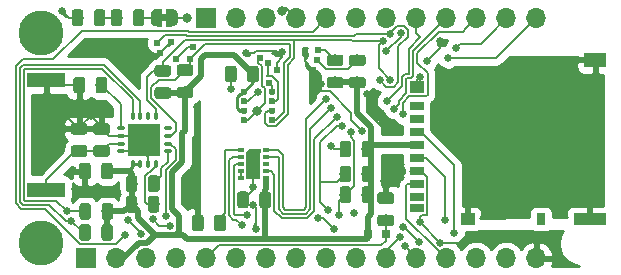
<source format=gbr>
G04 #@! TF.GenerationSoftware,KiCad,Pcbnew,(5.1.4)-1*
G04 #@! TF.CreationDate,2019-12-01T21:56:44-05:00*
G04 #@! TF.ProjectId,Feather-weather-station,46656174-6865-4722-9d77-656174686572,rev?*
G04 #@! TF.SameCoordinates,Original*
G04 #@! TF.FileFunction,Copper,L1,Top*
G04 #@! TF.FilePolarity,Positive*
%FSLAX46Y46*%
G04 Gerber Fmt 4.6, Leading zero omitted, Abs format (unit mm)*
G04 Created by KiCad (PCBNEW (5.1.4)-1) date 2019-12-01 21:56:44*
%MOMM*%
%LPD*%
G04 APERTURE LIST*
%ADD10C,0.100000*%
%ADD11R,1.200000X0.700000*%
%ADD12R,1.200000X1.000000*%
%ADD13R,0.800000X1.000000*%
%ADD14R,2.800000X1.000000*%
%ADD15R,1.900000X1.300000*%
%ADD16O,0.800000X0.350000*%
%ADD17O,0.350000X0.800000*%
%ADD18R,2.800000X2.800000*%
%ADD19C,0.300000*%
%ADD20R,1.000000X0.300000*%
%ADD21R,1.300000X2.200000*%
%ADD22R,0.600000X0.400000*%
%ADD23C,3.800000*%
%ADD24C,0.975000*%
%ADD25O,1.700000X1.700000*%
%ADD26R,1.700000X1.700000*%
%ADD27C,0.500000*%
%ADD28R,3.200000X1.300000*%
%ADD29R,0.800000X0.800000*%
%ADD30C,0.660400*%
%ADD31C,0.800000*%
%ADD32C,0.609600*%
%ADD33C,0.152400*%
%ADD34C,0.254000*%
%ADD35C,0.508000*%
G04 APERTURE END LIST*
D10*
G36*
X132007800Y-52497000D02*
G01*
X132507800Y-52497000D01*
X132507800Y-51897000D01*
X132007800Y-51897000D01*
X132007800Y-52497000D01*
G37*
D11*
X153641200Y-68295500D03*
X153641200Y-67345500D03*
X153641200Y-59645500D03*
X153641200Y-60745500D03*
X153641200Y-61845500D03*
X153641200Y-62945500D03*
X153641200Y-64045500D03*
X153641200Y-65145500D03*
X153641200Y-66245500D03*
D12*
X153641200Y-58095500D03*
X157941200Y-69245500D03*
D13*
X164141200Y-69245500D03*
D14*
X168291200Y-69245500D03*
D15*
X168741200Y-55745500D03*
D16*
X128568700Y-61572500D03*
X128568700Y-62222500D03*
X128568700Y-62872500D03*
X128568700Y-63522500D03*
D17*
X129593700Y-64547500D03*
X130243700Y-64547500D03*
X130893700Y-64547500D03*
X131543700Y-64547500D03*
D16*
X132568700Y-63522500D03*
X132568700Y-62872500D03*
X132568700Y-62222500D03*
X132568700Y-61572500D03*
D17*
X131543700Y-60547500D03*
X130893700Y-60547500D03*
X130243700Y-60547500D03*
X129593700Y-60547500D03*
D18*
X130568700Y-62547500D03*
D19*
X139788900Y-63492200D03*
D10*
G36*
X139138900Y-63642200D02*
G01*
X139438900Y-63342200D01*
X140138900Y-63342200D01*
X140438900Y-63642200D01*
X139138900Y-63642200D01*
X139138900Y-63642200D01*
G37*
D20*
X139938900Y-63492200D03*
D21*
X139788900Y-64742200D03*
D22*
X140838900Y-65792200D03*
X140838900Y-65192200D03*
X140838900Y-63392200D03*
X140838900Y-63992200D03*
X138738900Y-65792200D03*
X138738900Y-63392200D03*
X138738900Y-63992200D03*
X138738900Y-64592200D03*
X138738900Y-65192200D03*
X140838900Y-64592200D03*
D23*
X121831100Y-71310500D03*
X121831100Y-53530500D03*
D10*
G36*
X127429342Y-61123674D02*
G01*
X127453003Y-61127184D01*
X127476207Y-61132996D01*
X127498729Y-61141054D01*
X127520353Y-61151282D01*
X127540870Y-61163579D01*
X127560083Y-61177829D01*
X127577807Y-61193893D01*
X127593871Y-61211617D01*
X127608121Y-61230830D01*
X127620418Y-61251347D01*
X127630646Y-61272971D01*
X127638704Y-61295493D01*
X127644516Y-61318697D01*
X127648026Y-61342358D01*
X127649200Y-61366250D01*
X127649200Y-61853750D01*
X127648026Y-61877642D01*
X127644516Y-61901303D01*
X127638704Y-61924507D01*
X127630646Y-61947029D01*
X127620418Y-61968653D01*
X127608121Y-61989170D01*
X127593871Y-62008383D01*
X127577807Y-62026107D01*
X127560083Y-62042171D01*
X127540870Y-62056421D01*
X127520353Y-62068718D01*
X127498729Y-62078946D01*
X127476207Y-62087004D01*
X127453003Y-62092816D01*
X127429342Y-62096326D01*
X127405450Y-62097500D01*
X126492950Y-62097500D01*
X126469058Y-62096326D01*
X126445397Y-62092816D01*
X126422193Y-62087004D01*
X126399671Y-62078946D01*
X126378047Y-62068718D01*
X126357530Y-62056421D01*
X126338317Y-62042171D01*
X126320593Y-62026107D01*
X126304529Y-62008383D01*
X126290279Y-61989170D01*
X126277982Y-61968653D01*
X126267754Y-61947029D01*
X126259696Y-61924507D01*
X126253884Y-61901303D01*
X126250374Y-61877642D01*
X126249200Y-61853750D01*
X126249200Y-61366250D01*
X126250374Y-61342358D01*
X126253884Y-61318697D01*
X126259696Y-61295493D01*
X126267754Y-61272971D01*
X126277982Y-61251347D01*
X126290279Y-61230830D01*
X126304529Y-61211617D01*
X126320593Y-61193893D01*
X126338317Y-61177829D01*
X126357530Y-61163579D01*
X126378047Y-61151282D01*
X126399671Y-61141054D01*
X126422193Y-61132996D01*
X126445397Y-61127184D01*
X126469058Y-61123674D01*
X126492950Y-61122500D01*
X127405450Y-61122500D01*
X127429342Y-61123674D01*
X127429342Y-61123674D01*
G37*
D24*
X126949200Y-61610000D03*
D10*
G36*
X127429342Y-62998674D02*
G01*
X127453003Y-63002184D01*
X127476207Y-63007996D01*
X127498729Y-63016054D01*
X127520353Y-63026282D01*
X127540870Y-63038579D01*
X127560083Y-63052829D01*
X127577807Y-63068893D01*
X127593871Y-63086617D01*
X127608121Y-63105830D01*
X127620418Y-63126347D01*
X127630646Y-63147971D01*
X127638704Y-63170493D01*
X127644516Y-63193697D01*
X127648026Y-63217358D01*
X127649200Y-63241250D01*
X127649200Y-63728750D01*
X127648026Y-63752642D01*
X127644516Y-63776303D01*
X127638704Y-63799507D01*
X127630646Y-63822029D01*
X127620418Y-63843653D01*
X127608121Y-63864170D01*
X127593871Y-63883383D01*
X127577807Y-63901107D01*
X127560083Y-63917171D01*
X127540870Y-63931421D01*
X127520353Y-63943718D01*
X127498729Y-63953946D01*
X127476207Y-63962004D01*
X127453003Y-63967816D01*
X127429342Y-63971326D01*
X127405450Y-63972500D01*
X126492950Y-63972500D01*
X126469058Y-63971326D01*
X126445397Y-63967816D01*
X126422193Y-63962004D01*
X126399671Y-63953946D01*
X126378047Y-63943718D01*
X126357530Y-63931421D01*
X126338317Y-63917171D01*
X126320593Y-63901107D01*
X126304529Y-63883383D01*
X126290279Y-63864170D01*
X126277982Y-63843653D01*
X126267754Y-63822029D01*
X126259696Y-63799507D01*
X126253884Y-63776303D01*
X126250374Y-63752642D01*
X126249200Y-63728750D01*
X126249200Y-63241250D01*
X126250374Y-63217358D01*
X126253884Y-63193697D01*
X126259696Y-63170493D01*
X126267754Y-63147971D01*
X126277982Y-63126347D01*
X126290279Y-63105830D01*
X126304529Y-63086617D01*
X126320593Y-63068893D01*
X126338317Y-63052829D01*
X126357530Y-63038579D01*
X126378047Y-63026282D01*
X126399671Y-63016054D01*
X126422193Y-63007996D01*
X126445397Y-63002184D01*
X126469058Y-62998674D01*
X126492950Y-62997500D01*
X127405450Y-62997500D01*
X127429342Y-62998674D01*
X127429342Y-62998674D01*
G37*
D24*
X126949200Y-63485000D03*
D10*
G36*
X129771842Y-65557074D02*
G01*
X129795503Y-65560584D01*
X129818707Y-65566396D01*
X129841229Y-65574454D01*
X129862853Y-65584682D01*
X129883370Y-65596979D01*
X129902583Y-65611229D01*
X129920307Y-65627293D01*
X129936371Y-65645017D01*
X129950621Y-65664230D01*
X129962918Y-65684747D01*
X129973146Y-65706371D01*
X129981204Y-65728893D01*
X129987016Y-65752097D01*
X129990526Y-65775758D01*
X129991700Y-65799650D01*
X129991700Y-66712150D01*
X129990526Y-66736042D01*
X129987016Y-66759703D01*
X129981204Y-66782907D01*
X129973146Y-66805429D01*
X129962918Y-66827053D01*
X129950621Y-66847570D01*
X129936371Y-66866783D01*
X129920307Y-66884507D01*
X129902583Y-66900571D01*
X129883370Y-66914821D01*
X129862853Y-66927118D01*
X129841229Y-66937346D01*
X129818707Y-66945404D01*
X129795503Y-66951216D01*
X129771842Y-66954726D01*
X129747950Y-66955900D01*
X129260450Y-66955900D01*
X129236558Y-66954726D01*
X129212897Y-66951216D01*
X129189693Y-66945404D01*
X129167171Y-66937346D01*
X129145547Y-66927118D01*
X129125030Y-66914821D01*
X129105817Y-66900571D01*
X129088093Y-66884507D01*
X129072029Y-66866783D01*
X129057779Y-66847570D01*
X129045482Y-66827053D01*
X129035254Y-66805429D01*
X129027196Y-66782907D01*
X129021384Y-66759703D01*
X129017874Y-66736042D01*
X129016700Y-66712150D01*
X129016700Y-65799650D01*
X129017874Y-65775758D01*
X129021384Y-65752097D01*
X129027196Y-65728893D01*
X129035254Y-65706371D01*
X129045482Y-65684747D01*
X129057779Y-65664230D01*
X129072029Y-65645017D01*
X129088093Y-65627293D01*
X129105817Y-65611229D01*
X129125030Y-65596979D01*
X129145547Y-65584682D01*
X129167171Y-65574454D01*
X129189693Y-65566396D01*
X129212897Y-65560584D01*
X129236558Y-65557074D01*
X129260450Y-65555900D01*
X129747950Y-65555900D01*
X129771842Y-65557074D01*
X129771842Y-65557074D01*
G37*
D24*
X129504200Y-66255900D03*
D10*
G36*
X131646842Y-65557074D02*
G01*
X131670503Y-65560584D01*
X131693707Y-65566396D01*
X131716229Y-65574454D01*
X131737853Y-65584682D01*
X131758370Y-65596979D01*
X131777583Y-65611229D01*
X131795307Y-65627293D01*
X131811371Y-65645017D01*
X131825621Y-65664230D01*
X131837918Y-65684747D01*
X131848146Y-65706371D01*
X131856204Y-65728893D01*
X131862016Y-65752097D01*
X131865526Y-65775758D01*
X131866700Y-65799650D01*
X131866700Y-66712150D01*
X131865526Y-66736042D01*
X131862016Y-66759703D01*
X131856204Y-66782907D01*
X131848146Y-66805429D01*
X131837918Y-66827053D01*
X131825621Y-66847570D01*
X131811371Y-66866783D01*
X131795307Y-66884507D01*
X131777583Y-66900571D01*
X131758370Y-66914821D01*
X131737853Y-66927118D01*
X131716229Y-66937346D01*
X131693707Y-66945404D01*
X131670503Y-66951216D01*
X131646842Y-66954726D01*
X131622950Y-66955900D01*
X131135450Y-66955900D01*
X131111558Y-66954726D01*
X131087897Y-66951216D01*
X131064693Y-66945404D01*
X131042171Y-66937346D01*
X131020547Y-66927118D01*
X131000030Y-66914821D01*
X130980817Y-66900571D01*
X130963093Y-66884507D01*
X130947029Y-66866783D01*
X130932779Y-66847570D01*
X130920482Y-66827053D01*
X130910254Y-66805429D01*
X130902196Y-66782907D01*
X130896384Y-66759703D01*
X130892874Y-66736042D01*
X130891700Y-66712150D01*
X130891700Y-65799650D01*
X130892874Y-65775758D01*
X130896384Y-65752097D01*
X130902196Y-65728893D01*
X130910254Y-65706371D01*
X130920482Y-65684747D01*
X130932779Y-65664230D01*
X130947029Y-65645017D01*
X130963093Y-65627293D01*
X130980817Y-65611229D01*
X131000030Y-65596979D01*
X131020547Y-65584682D01*
X131042171Y-65574454D01*
X131064693Y-65566396D01*
X131087897Y-65560584D01*
X131111558Y-65557074D01*
X131135450Y-65555900D01*
X131622950Y-65555900D01*
X131646842Y-65557074D01*
X131646842Y-65557074D01*
G37*
D24*
X131379200Y-66255900D03*
D10*
G36*
X139195242Y-66915974D02*
G01*
X139218903Y-66919484D01*
X139242107Y-66925296D01*
X139264629Y-66933354D01*
X139286253Y-66943582D01*
X139306770Y-66955879D01*
X139325983Y-66970129D01*
X139343707Y-66986193D01*
X139359771Y-67003917D01*
X139374021Y-67023130D01*
X139386318Y-67043647D01*
X139396546Y-67065271D01*
X139404604Y-67087793D01*
X139410416Y-67110997D01*
X139413926Y-67134658D01*
X139415100Y-67158550D01*
X139415100Y-68071050D01*
X139413926Y-68094942D01*
X139410416Y-68118603D01*
X139404604Y-68141807D01*
X139396546Y-68164329D01*
X139386318Y-68185953D01*
X139374021Y-68206470D01*
X139359771Y-68225683D01*
X139343707Y-68243407D01*
X139325983Y-68259471D01*
X139306770Y-68273721D01*
X139286253Y-68286018D01*
X139264629Y-68296246D01*
X139242107Y-68304304D01*
X139218903Y-68310116D01*
X139195242Y-68313626D01*
X139171350Y-68314800D01*
X138683850Y-68314800D01*
X138659958Y-68313626D01*
X138636297Y-68310116D01*
X138613093Y-68304304D01*
X138590571Y-68296246D01*
X138568947Y-68286018D01*
X138548430Y-68273721D01*
X138529217Y-68259471D01*
X138511493Y-68243407D01*
X138495429Y-68225683D01*
X138481179Y-68206470D01*
X138468882Y-68185953D01*
X138458654Y-68164329D01*
X138450596Y-68141807D01*
X138444784Y-68118603D01*
X138441274Y-68094942D01*
X138440100Y-68071050D01*
X138440100Y-67158550D01*
X138441274Y-67134658D01*
X138444784Y-67110997D01*
X138450596Y-67087793D01*
X138458654Y-67065271D01*
X138468882Y-67043647D01*
X138481179Y-67023130D01*
X138495429Y-67003917D01*
X138511493Y-66986193D01*
X138529217Y-66970129D01*
X138548430Y-66955879D01*
X138568947Y-66943582D01*
X138590571Y-66933354D01*
X138613093Y-66925296D01*
X138636297Y-66919484D01*
X138659958Y-66915974D01*
X138683850Y-66914800D01*
X139171350Y-66914800D01*
X139195242Y-66915974D01*
X139195242Y-66915974D01*
G37*
D24*
X138927600Y-67614800D03*
D10*
G36*
X141070242Y-66915974D02*
G01*
X141093903Y-66919484D01*
X141117107Y-66925296D01*
X141139629Y-66933354D01*
X141161253Y-66943582D01*
X141181770Y-66955879D01*
X141200983Y-66970129D01*
X141218707Y-66986193D01*
X141234771Y-67003917D01*
X141249021Y-67023130D01*
X141261318Y-67043647D01*
X141271546Y-67065271D01*
X141279604Y-67087793D01*
X141285416Y-67110997D01*
X141288926Y-67134658D01*
X141290100Y-67158550D01*
X141290100Y-68071050D01*
X141288926Y-68094942D01*
X141285416Y-68118603D01*
X141279604Y-68141807D01*
X141271546Y-68164329D01*
X141261318Y-68185953D01*
X141249021Y-68206470D01*
X141234771Y-68225683D01*
X141218707Y-68243407D01*
X141200983Y-68259471D01*
X141181770Y-68273721D01*
X141161253Y-68286018D01*
X141139629Y-68296246D01*
X141117107Y-68304304D01*
X141093903Y-68310116D01*
X141070242Y-68313626D01*
X141046350Y-68314800D01*
X140558850Y-68314800D01*
X140534958Y-68313626D01*
X140511297Y-68310116D01*
X140488093Y-68304304D01*
X140465571Y-68296246D01*
X140443947Y-68286018D01*
X140423430Y-68273721D01*
X140404217Y-68259471D01*
X140386493Y-68243407D01*
X140370429Y-68225683D01*
X140356179Y-68206470D01*
X140343882Y-68185953D01*
X140333654Y-68164329D01*
X140325596Y-68141807D01*
X140319784Y-68118603D01*
X140316274Y-68094942D01*
X140315100Y-68071050D01*
X140315100Y-67158550D01*
X140316274Y-67134658D01*
X140319784Y-67110997D01*
X140325596Y-67087793D01*
X140333654Y-67065271D01*
X140343882Y-67043647D01*
X140356179Y-67023130D01*
X140370429Y-67003917D01*
X140386493Y-66986193D01*
X140404217Y-66970129D01*
X140423430Y-66955879D01*
X140443947Y-66943582D01*
X140465571Y-66933354D01*
X140488093Y-66925296D01*
X140511297Y-66919484D01*
X140534958Y-66915974D01*
X140558850Y-66914800D01*
X141046350Y-66914800D01*
X141070242Y-66915974D01*
X141070242Y-66915974D01*
G37*
D24*
X140802600Y-67614800D03*
D10*
G36*
X138166542Y-56273374D02*
G01*
X138190203Y-56276884D01*
X138213407Y-56282696D01*
X138235929Y-56290754D01*
X138257553Y-56300982D01*
X138278070Y-56313279D01*
X138297283Y-56327529D01*
X138315007Y-56343593D01*
X138331071Y-56361317D01*
X138345321Y-56380530D01*
X138357618Y-56401047D01*
X138367846Y-56422671D01*
X138375904Y-56445193D01*
X138381716Y-56468397D01*
X138385226Y-56492058D01*
X138386400Y-56515950D01*
X138386400Y-57428450D01*
X138385226Y-57452342D01*
X138381716Y-57476003D01*
X138375904Y-57499207D01*
X138367846Y-57521729D01*
X138357618Y-57543353D01*
X138345321Y-57563870D01*
X138331071Y-57583083D01*
X138315007Y-57600807D01*
X138297283Y-57616871D01*
X138278070Y-57631121D01*
X138257553Y-57643418D01*
X138235929Y-57653646D01*
X138213407Y-57661704D01*
X138190203Y-57667516D01*
X138166542Y-57671026D01*
X138142650Y-57672200D01*
X137655150Y-57672200D01*
X137631258Y-57671026D01*
X137607597Y-57667516D01*
X137584393Y-57661704D01*
X137561871Y-57653646D01*
X137540247Y-57643418D01*
X137519730Y-57631121D01*
X137500517Y-57616871D01*
X137482793Y-57600807D01*
X137466729Y-57583083D01*
X137452479Y-57563870D01*
X137440182Y-57543353D01*
X137429954Y-57521729D01*
X137421896Y-57499207D01*
X137416084Y-57476003D01*
X137412574Y-57452342D01*
X137411400Y-57428450D01*
X137411400Y-56515950D01*
X137412574Y-56492058D01*
X137416084Y-56468397D01*
X137421896Y-56445193D01*
X137429954Y-56422671D01*
X137440182Y-56401047D01*
X137452479Y-56380530D01*
X137466729Y-56361317D01*
X137482793Y-56343593D01*
X137500517Y-56327529D01*
X137519730Y-56313279D01*
X137540247Y-56300982D01*
X137561871Y-56290754D01*
X137584393Y-56282696D01*
X137607597Y-56276884D01*
X137631258Y-56273374D01*
X137655150Y-56272200D01*
X138142650Y-56272200D01*
X138166542Y-56273374D01*
X138166542Y-56273374D01*
G37*
D24*
X137898900Y-56972200D03*
D10*
G36*
X140041542Y-56273374D02*
G01*
X140065203Y-56276884D01*
X140088407Y-56282696D01*
X140110929Y-56290754D01*
X140132553Y-56300982D01*
X140153070Y-56313279D01*
X140172283Y-56327529D01*
X140190007Y-56343593D01*
X140206071Y-56361317D01*
X140220321Y-56380530D01*
X140232618Y-56401047D01*
X140242846Y-56422671D01*
X140250904Y-56445193D01*
X140256716Y-56468397D01*
X140260226Y-56492058D01*
X140261400Y-56515950D01*
X140261400Y-57428450D01*
X140260226Y-57452342D01*
X140256716Y-57476003D01*
X140250904Y-57499207D01*
X140242846Y-57521729D01*
X140232618Y-57543353D01*
X140220321Y-57563870D01*
X140206071Y-57583083D01*
X140190007Y-57600807D01*
X140172283Y-57616871D01*
X140153070Y-57631121D01*
X140132553Y-57643418D01*
X140110929Y-57653646D01*
X140088407Y-57661704D01*
X140065203Y-57667516D01*
X140041542Y-57671026D01*
X140017650Y-57672200D01*
X139530150Y-57672200D01*
X139506258Y-57671026D01*
X139482597Y-57667516D01*
X139459393Y-57661704D01*
X139436871Y-57653646D01*
X139415247Y-57643418D01*
X139394730Y-57631121D01*
X139375517Y-57616871D01*
X139357793Y-57600807D01*
X139341729Y-57583083D01*
X139327479Y-57563870D01*
X139315182Y-57543353D01*
X139304954Y-57521729D01*
X139296896Y-57499207D01*
X139291084Y-57476003D01*
X139287574Y-57452342D01*
X139286400Y-57428450D01*
X139286400Y-56515950D01*
X139287574Y-56492058D01*
X139291084Y-56468397D01*
X139296896Y-56445193D01*
X139304954Y-56422671D01*
X139315182Y-56401047D01*
X139327479Y-56380530D01*
X139341729Y-56361317D01*
X139357793Y-56343593D01*
X139375517Y-56327529D01*
X139394730Y-56313279D01*
X139415247Y-56300982D01*
X139436871Y-56290754D01*
X139459393Y-56282696D01*
X139482597Y-56276884D01*
X139506258Y-56273374D01*
X139530150Y-56272200D01*
X140017650Y-56272200D01*
X140041542Y-56273374D01*
X140041542Y-56273374D01*
G37*
D24*
X139773900Y-56972200D03*
D25*
X163741100Y-72580500D03*
X161201100Y-72580500D03*
X158661100Y-72580500D03*
X156121100Y-72580500D03*
X153581100Y-72580500D03*
X151041100Y-72580500D03*
X148501100Y-72580500D03*
X145961100Y-72580500D03*
X143421100Y-72580500D03*
X140881100Y-72580500D03*
X138341100Y-72580500D03*
X135801100Y-72580500D03*
X133261100Y-72580500D03*
X130721100Y-72580500D03*
X128181100Y-72580500D03*
D26*
X125641100Y-72580500D03*
D25*
X163741100Y-52260500D03*
X161201100Y-52260500D03*
X158661100Y-52260500D03*
X156121100Y-52260500D03*
X153581100Y-52260500D03*
X151041100Y-52260500D03*
X148501100Y-52260500D03*
X145961100Y-52260500D03*
X143421100Y-52260500D03*
X140881100Y-52260500D03*
X138341100Y-52260500D03*
D26*
X135801100Y-52260500D03*
D10*
G36*
X128489142Y-51498174D02*
G01*
X128512803Y-51501684D01*
X128536007Y-51507496D01*
X128558529Y-51515554D01*
X128580153Y-51525782D01*
X128600670Y-51538079D01*
X128619883Y-51552329D01*
X128637607Y-51568393D01*
X128653671Y-51586117D01*
X128667921Y-51605330D01*
X128680218Y-51625847D01*
X128690446Y-51647471D01*
X128698504Y-51669993D01*
X128704316Y-51693197D01*
X128707826Y-51716858D01*
X128709000Y-51740750D01*
X128709000Y-52653250D01*
X128707826Y-52677142D01*
X128704316Y-52700803D01*
X128698504Y-52724007D01*
X128690446Y-52746529D01*
X128680218Y-52768153D01*
X128667921Y-52788670D01*
X128653671Y-52807883D01*
X128637607Y-52825607D01*
X128619883Y-52841671D01*
X128600670Y-52855921D01*
X128580153Y-52868218D01*
X128558529Y-52878446D01*
X128536007Y-52886504D01*
X128512803Y-52892316D01*
X128489142Y-52895826D01*
X128465250Y-52897000D01*
X127977750Y-52897000D01*
X127953858Y-52895826D01*
X127930197Y-52892316D01*
X127906993Y-52886504D01*
X127884471Y-52878446D01*
X127862847Y-52868218D01*
X127842330Y-52855921D01*
X127823117Y-52841671D01*
X127805393Y-52825607D01*
X127789329Y-52807883D01*
X127775079Y-52788670D01*
X127762782Y-52768153D01*
X127752554Y-52746529D01*
X127744496Y-52724007D01*
X127738684Y-52700803D01*
X127735174Y-52677142D01*
X127734000Y-52653250D01*
X127734000Y-51740750D01*
X127735174Y-51716858D01*
X127738684Y-51693197D01*
X127744496Y-51669993D01*
X127752554Y-51647471D01*
X127762782Y-51625847D01*
X127775079Y-51605330D01*
X127789329Y-51586117D01*
X127805393Y-51568393D01*
X127823117Y-51552329D01*
X127842330Y-51538079D01*
X127862847Y-51525782D01*
X127884471Y-51515554D01*
X127906993Y-51507496D01*
X127930197Y-51501684D01*
X127953858Y-51498174D01*
X127977750Y-51497000D01*
X128465250Y-51497000D01*
X128489142Y-51498174D01*
X128489142Y-51498174D01*
G37*
D24*
X128221500Y-52197000D03*
D10*
G36*
X130364142Y-51498174D02*
G01*
X130387803Y-51501684D01*
X130411007Y-51507496D01*
X130433529Y-51515554D01*
X130455153Y-51525782D01*
X130475670Y-51538079D01*
X130494883Y-51552329D01*
X130512607Y-51568393D01*
X130528671Y-51586117D01*
X130542921Y-51605330D01*
X130555218Y-51625847D01*
X130565446Y-51647471D01*
X130573504Y-51669993D01*
X130579316Y-51693197D01*
X130582826Y-51716858D01*
X130584000Y-51740750D01*
X130584000Y-52653250D01*
X130582826Y-52677142D01*
X130579316Y-52700803D01*
X130573504Y-52724007D01*
X130565446Y-52746529D01*
X130555218Y-52768153D01*
X130542921Y-52788670D01*
X130528671Y-52807883D01*
X130512607Y-52825607D01*
X130494883Y-52841671D01*
X130475670Y-52855921D01*
X130455153Y-52868218D01*
X130433529Y-52878446D01*
X130411007Y-52886504D01*
X130387803Y-52892316D01*
X130364142Y-52895826D01*
X130340250Y-52897000D01*
X129852750Y-52897000D01*
X129828858Y-52895826D01*
X129805197Y-52892316D01*
X129781993Y-52886504D01*
X129759471Y-52878446D01*
X129737847Y-52868218D01*
X129717330Y-52855921D01*
X129698117Y-52841671D01*
X129680393Y-52825607D01*
X129664329Y-52807883D01*
X129650079Y-52788670D01*
X129637782Y-52768153D01*
X129627554Y-52746529D01*
X129619496Y-52724007D01*
X129613684Y-52700803D01*
X129610174Y-52677142D01*
X129609000Y-52653250D01*
X129609000Y-51740750D01*
X129610174Y-51716858D01*
X129613684Y-51693197D01*
X129619496Y-51669993D01*
X129627554Y-51647471D01*
X129637782Y-51625847D01*
X129650079Y-51605330D01*
X129664329Y-51586117D01*
X129680393Y-51568393D01*
X129698117Y-51552329D01*
X129717330Y-51538079D01*
X129737847Y-51525782D01*
X129759471Y-51515554D01*
X129781993Y-51507496D01*
X129805197Y-51501684D01*
X129828858Y-51498174D01*
X129852750Y-51497000D01*
X130340250Y-51497000D01*
X130364142Y-51498174D01*
X130364142Y-51498174D01*
G37*
D24*
X130096500Y-52197000D03*
D27*
X132907800Y-52197000D03*
D10*
G36*
X132407800Y-51447000D02*
G01*
X132907800Y-51447000D01*
X132907800Y-51447602D01*
X132932334Y-51447602D01*
X132981165Y-51452412D01*
X133029290Y-51461984D01*
X133076245Y-51476228D01*
X133121578Y-51495005D01*
X133164851Y-51518136D01*
X133205650Y-51545396D01*
X133243579Y-51576524D01*
X133278276Y-51611221D01*
X133309404Y-51649150D01*
X133336664Y-51689949D01*
X133359795Y-51733222D01*
X133378572Y-51778555D01*
X133392816Y-51825510D01*
X133402388Y-51873635D01*
X133407198Y-51922466D01*
X133407198Y-51947000D01*
X133407800Y-51947000D01*
X133407800Y-52447000D01*
X133407198Y-52447000D01*
X133407198Y-52471534D01*
X133402388Y-52520365D01*
X133392816Y-52568490D01*
X133378572Y-52615445D01*
X133359795Y-52660778D01*
X133336664Y-52704051D01*
X133309404Y-52744850D01*
X133278276Y-52782779D01*
X133243579Y-52817476D01*
X133205650Y-52848604D01*
X133164851Y-52875864D01*
X133121578Y-52898995D01*
X133076245Y-52917772D01*
X133029290Y-52932016D01*
X132981165Y-52941588D01*
X132932334Y-52946398D01*
X132907800Y-52946398D01*
X132907800Y-52947000D01*
X132407800Y-52947000D01*
X132407800Y-51447000D01*
X132407800Y-51447000D01*
G37*
D27*
X131607800Y-52197000D03*
D10*
G36*
X131607800Y-52946398D02*
G01*
X131583266Y-52946398D01*
X131534435Y-52941588D01*
X131486310Y-52932016D01*
X131439355Y-52917772D01*
X131394022Y-52898995D01*
X131350749Y-52875864D01*
X131309950Y-52848604D01*
X131272021Y-52817476D01*
X131237324Y-52782779D01*
X131206196Y-52744850D01*
X131178936Y-52704051D01*
X131155805Y-52660778D01*
X131137028Y-52615445D01*
X131122784Y-52568490D01*
X131113212Y-52520365D01*
X131108402Y-52471534D01*
X131108402Y-52447000D01*
X131107800Y-52447000D01*
X131107800Y-51947000D01*
X131108402Y-51947000D01*
X131108402Y-51922466D01*
X131113212Y-51873635D01*
X131122784Y-51825510D01*
X131137028Y-51778555D01*
X131155805Y-51733222D01*
X131178936Y-51689949D01*
X131206196Y-51649150D01*
X131237324Y-51611221D01*
X131272021Y-51576524D01*
X131309950Y-51545396D01*
X131350749Y-51518136D01*
X131394022Y-51495005D01*
X131439355Y-51476228D01*
X131486310Y-51461984D01*
X131534435Y-51452412D01*
X131583266Y-51447602D01*
X131607800Y-51447602D01*
X131607800Y-51447000D01*
X132107800Y-51447000D01*
X132107800Y-52947000D01*
X131607800Y-52947000D01*
X131607800Y-52946398D01*
X131607800Y-52946398D01*
G37*
G36*
X127062142Y-51498174D02*
G01*
X127085803Y-51501684D01*
X127109007Y-51507496D01*
X127131529Y-51515554D01*
X127153153Y-51525782D01*
X127173670Y-51538079D01*
X127192883Y-51552329D01*
X127210607Y-51568393D01*
X127226671Y-51586117D01*
X127240921Y-51605330D01*
X127253218Y-51625847D01*
X127263446Y-51647471D01*
X127271504Y-51669993D01*
X127277316Y-51693197D01*
X127280826Y-51716858D01*
X127282000Y-51740750D01*
X127282000Y-52653250D01*
X127280826Y-52677142D01*
X127277316Y-52700803D01*
X127271504Y-52724007D01*
X127263446Y-52746529D01*
X127253218Y-52768153D01*
X127240921Y-52788670D01*
X127226671Y-52807883D01*
X127210607Y-52825607D01*
X127192883Y-52841671D01*
X127173670Y-52855921D01*
X127153153Y-52868218D01*
X127131529Y-52878446D01*
X127109007Y-52886504D01*
X127085803Y-52892316D01*
X127062142Y-52895826D01*
X127038250Y-52897000D01*
X126550750Y-52897000D01*
X126526858Y-52895826D01*
X126503197Y-52892316D01*
X126479993Y-52886504D01*
X126457471Y-52878446D01*
X126435847Y-52868218D01*
X126415330Y-52855921D01*
X126396117Y-52841671D01*
X126378393Y-52825607D01*
X126362329Y-52807883D01*
X126348079Y-52788670D01*
X126335782Y-52768153D01*
X126325554Y-52746529D01*
X126317496Y-52724007D01*
X126311684Y-52700803D01*
X126308174Y-52677142D01*
X126307000Y-52653250D01*
X126307000Y-51740750D01*
X126308174Y-51716858D01*
X126311684Y-51693197D01*
X126317496Y-51669993D01*
X126325554Y-51647471D01*
X126335782Y-51625847D01*
X126348079Y-51605330D01*
X126362329Y-51586117D01*
X126378393Y-51568393D01*
X126396117Y-51552329D01*
X126415330Y-51538079D01*
X126435847Y-51525782D01*
X126457471Y-51515554D01*
X126479993Y-51507496D01*
X126503197Y-51501684D01*
X126526858Y-51498174D01*
X126550750Y-51497000D01*
X127038250Y-51497000D01*
X127062142Y-51498174D01*
X127062142Y-51498174D01*
G37*
D24*
X126794500Y-52197000D03*
D10*
G36*
X125187142Y-51498174D02*
G01*
X125210803Y-51501684D01*
X125234007Y-51507496D01*
X125256529Y-51515554D01*
X125278153Y-51525782D01*
X125298670Y-51538079D01*
X125317883Y-51552329D01*
X125335607Y-51568393D01*
X125351671Y-51586117D01*
X125365921Y-51605330D01*
X125378218Y-51625847D01*
X125388446Y-51647471D01*
X125396504Y-51669993D01*
X125402316Y-51693197D01*
X125405826Y-51716858D01*
X125407000Y-51740750D01*
X125407000Y-52653250D01*
X125405826Y-52677142D01*
X125402316Y-52700803D01*
X125396504Y-52724007D01*
X125388446Y-52746529D01*
X125378218Y-52768153D01*
X125365921Y-52788670D01*
X125351671Y-52807883D01*
X125335607Y-52825607D01*
X125317883Y-52841671D01*
X125298670Y-52855921D01*
X125278153Y-52868218D01*
X125256529Y-52878446D01*
X125234007Y-52886504D01*
X125210803Y-52892316D01*
X125187142Y-52895826D01*
X125163250Y-52897000D01*
X124675750Y-52897000D01*
X124651858Y-52895826D01*
X124628197Y-52892316D01*
X124604993Y-52886504D01*
X124582471Y-52878446D01*
X124560847Y-52868218D01*
X124540330Y-52855921D01*
X124521117Y-52841671D01*
X124503393Y-52825607D01*
X124487329Y-52807883D01*
X124473079Y-52788670D01*
X124460782Y-52768153D01*
X124450554Y-52746529D01*
X124442496Y-52724007D01*
X124436684Y-52700803D01*
X124433174Y-52677142D01*
X124432000Y-52653250D01*
X124432000Y-51740750D01*
X124433174Y-51716858D01*
X124436684Y-51693197D01*
X124442496Y-51669993D01*
X124450554Y-51647471D01*
X124460782Y-51625847D01*
X124473079Y-51605330D01*
X124487329Y-51586117D01*
X124503393Y-51568393D01*
X124521117Y-51552329D01*
X124540330Y-51538079D01*
X124560847Y-51525782D01*
X124582471Y-51515554D01*
X124604993Y-51507496D01*
X124628197Y-51501684D01*
X124651858Y-51498174D01*
X124675750Y-51497000D01*
X125163250Y-51497000D01*
X125187142Y-51498174D01*
X125187142Y-51498174D01*
G37*
D24*
X124919500Y-52197000D03*
D10*
G36*
X149729102Y-62636074D02*
G01*
X149752763Y-62639584D01*
X149775967Y-62645396D01*
X149798489Y-62653454D01*
X149820113Y-62663682D01*
X149840630Y-62675979D01*
X149859843Y-62690229D01*
X149877567Y-62706293D01*
X149893631Y-62724017D01*
X149907881Y-62743230D01*
X149920178Y-62763747D01*
X149930406Y-62785371D01*
X149938464Y-62807893D01*
X149944276Y-62831097D01*
X149947786Y-62854758D01*
X149948960Y-62878650D01*
X149948960Y-63791150D01*
X149947786Y-63815042D01*
X149944276Y-63838703D01*
X149938464Y-63861907D01*
X149930406Y-63884429D01*
X149920178Y-63906053D01*
X149907881Y-63926570D01*
X149893631Y-63945783D01*
X149877567Y-63963507D01*
X149859843Y-63979571D01*
X149840630Y-63993821D01*
X149820113Y-64006118D01*
X149798489Y-64016346D01*
X149775967Y-64024404D01*
X149752763Y-64030216D01*
X149729102Y-64033726D01*
X149705210Y-64034900D01*
X149217710Y-64034900D01*
X149193818Y-64033726D01*
X149170157Y-64030216D01*
X149146953Y-64024404D01*
X149124431Y-64016346D01*
X149102807Y-64006118D01*
X149082290Y-63993821D01*
X149063077Y-63979571D01*
X149045353Y-63963507D01*
X149029289Y-63945783D01*
X149015039Y-63926570D01*
X149002742Y-63906053D01*
X148992514Y-63884429D01*
X148984456Y-63861907D01*
X148978644Y-63838703D01*
X148975134Y-63815042D01*
X148973960Y-63791150D01*
X148973960Y-62878650D01*
X148975134Y-62854758D01*
X148978644Y-62831097D01*
X148984456Y-62807893D01*
X148992514Y-62785371D01*
X149002742Y-62763747D01*
X149015039Y-62743230D01*
X149029289Y-62724017D01*
X149045353Y-62706293D01*
X149063077Y-62690229D01*
X149082290Y-62675979D01*
X149102807Y-62663682D01*
X149124431Y-62653454D01*
X149146953Y-62645396D01*
X149170157Y-62639584D01*
X149193818Y-62636074D01*
X149217710Y-62634900D01*
X149705210Y-62634900D01*
X149729102Y-62636074D01*
X149729102Y-62636074D01*
G37*
D24*
X149461460Y-63334900D03*
D10*
G36*
X147854102Y-62636074D02*
G01*
X147877763Y-62639584D01*
X147900967Y-62645396D01*
X147923489Y-62653454D01*
X147945113Y-62663682D01*
X147965630Y-62675979D01*
X147984843Y-62690229D01*
X148002567Y-62706293D01*
X148018631Y-62724017D01*
X148032881Y-62743230D01*
X148045178Y-62763747D01*
X148055406Y-62785371D01*
X148063464Y-62807893D01*
X148069276Y-62831097D01*
X148072786Y-62854758D01*
X148073960Y-62878650D01*
X148073960Y-63791150D01*
X148072786Y-63815042D01*
X148069276Y-63838703D01*
X148063464Y-63861907D01*
X148055406Y-63884429D01*
X148045178Y-63906053D01*
X148032881Y-63926570D01*
X148018631Y-63945783D01*
X148002567Y-63963507D01*
X147984843Y-63979571D01*
X147965630Y-63993821D01*
X147945113Y-64006118D01*
X147923489Y-64016346D01*
X147900967Y-64024404D01*
X147877763Y-64030216D01*
X147854102Y-64033726D01*
X147830210Y-64034900D01*
X147342710Y-64034900D01*
X147318818Y-64033726D01*
X147295157Y-64030216D01*
X147271953Y-64024404D01*
X147249431Y-64016346D01*
X147227807Y-64006118D01*
X147207290Y-63993821D01*
X147188077Y-63979571D01*
X147170353Y-63963507D01*
X147154289Y-63945783D01*
X147140039Y-63926570D01*
X147127742Y-63906053D01*
X147117514Y-63884429D01*
X147109456Y-63861907D01*
X147103644Y-63838703D01*
X147100134Y-63815042D01*
X147098960Y-63791150D01*
X147098960Y-62878650D01*
X147100134Y-62854758D01*
X147103644Y-62831097D01*
X147109456Y-62807893D01*
X147117514Y-62785371D01*
X147127742Y-62763747D01*
X147140039Y-62743230D01*
X147154289Y-62724017D01*
X147170353Y-62706293D01*
X147188077Y-62690229D01*
X147207290Y-62675979D01*
X147227807Y-62663682D01*
X147249431Y-62653454D01*
X147271953Y-62645396D01*
X147295157Y-62639584D01*
X147318818Y-62636074D01*
X147342710Y-62634900D01*
X147830210Y-62634900D01*
X147854102Y-62636074D01*
X147854102Y-62636074D01*
G37*
D24*
X147586460Y-63334900D03*
D10*
G36*
X149729102Y-66484174D02*
G01*
X149752763Y-66487684D01*
X149775967Y-66493496D01*
X149798489Y-66501554D01*
X149820113Y-66511782D01*
X149840630Y-66524079D01*
X149859843Y-66538329D01*
X149877567Y-66554393D01*
X149893631Y-66572117D01*
X149907881Y-66591330D01*
X149920178Y-66611847D01*
X149930406Y-66633471D01*
X149938464Y-66655993D01*
X149944276Y-66679197D01*
X149947786Y-66702858D01*
X149948960Y-66726750D01*
X149948960Y-67639250D01*
X149947786Y-67663142D01*
X149944276Y-67686803D01*
X149938464Y-67710007D01*
X149930406Y-67732529D01*
X149920178Y-67754153D01*
X149907881Y-67774670D01*
X149893631Y-67793883D01*
X149877567Y-67811607D01*
X149859843Y-67827671D01*
X149840630Y-67841921D01*
X149820113Y-67854218D01*
X149798489Y-67864446D01*
X149775967Y-67872504D01*
X149752763Y-67878316D01*
X149729102Y-67881826D01*
X149705210Y-67883000D01*
X149217710Y-67883000D01*
X149193818Y-67881826D01*
X149170157Y-67878316D01*
X149146953Y-67872504D01*
X149124431Y-67864446D01*
X149102807Y-67854218D01*
X149082290Y-67841921D01*
X149063077Y-67827671D01*
X149045353Y-67811607D01*
X149029289Y-67793883D01*
X149015039Y-67774670D01*
X149002742Y-67754153D01*
X148992514Y-67732529D01*
X148984456Y-67710007D01*
X148978644Y-67686803D01*
X148975134Y-67663142D01*
X148973960Y-67639250D01*
X148973960Y-66726750D01*
X148975134Y-66702858D01*
X148978644Y-66679197D01*
X148984456Y-66655993D01*
X148992514Y-66633471D01*
X149002742Y-66611847D01*
X149015039Y-66591330D01*
X149029289Y-66572117D01*
X149045353Y-66554393D01*
X149063077Y-66538329D01*
X149082290Y-66524079D01*
X149102807Y-66511782D01*
X149124431Y-66501554D01*
X149146953Y-66493496D01*
X149170157Y-66487684D01*
X149193818Y-66484174D01*
X149217710Y-66483000D01*
X149705210Y-66483000D01*
X149729102Y-66484174D01*
X149729102Y-66484174D01*
G37*
D24*
X149461460Y-67183000D03*
D10*
G36*
X147854102Y-66484174D02*
G01*
X147877763Y-66487684D01*
X147900967Y-66493496D01*
X147923489Y-66501554D01*
X147945113Y-66511782D01*
X147965630Y-66524079D01*
X147984843Y-66538329D01*
X148002567Y-66554393D01*
X148018631Y-66572117D01*
X148032881Y-66591330D01*
X148045178Y-66611847D01*
X148055406Y-66633471D01*
X148063464Y-66655993D01*
X148069276Y-66679197D01*
X148072786Y-66702858D01*
X148073960Y-66726750D01*
X148073960Y-67639250D01*
X148072786Y-67663142D01*
X148069276Y-67686803D01*
X148063464Y-67710007D01*
X148055406Y-67732529D01*
X148045178Y-67754153D01*
X148032881Y-67774670D01*
X148018631Y-67793883D01*
X148002567Y-67811607D01*
X147984843Y-67827671D01*
X147965630Y-67841921D01*
X147945113Y-67854218D01*
X147923489Y-67864446D01*
X147900967Y-67872504D01*
X147877763Y-67878316D01*
X147854102Y-67881826D01*
X147830210Y-67883000D01*
X147342710Y-67883000D01*
X147318818Y-67881826D01*
X147295157Y-67878316D01*
X147271953Y-67872504D01*
X147249431Y-67864446D01*
X147227807Y-67854218D01*
X147207290Y-67841921D01*
X147188077Y-67827671D01*
X147170353Y-67811607D01*
X147154289Y-67793883D01*
X147140039Y-67774670D01*
X147127742Y-67754153D01*
X147117514Y-67732529D01*
X147109456Y-67710007D01*
X147103644Y-67686803D01*
X147100134Y-67663142D01*
X147098960Y-67639250D01*
X147098960Y-66726750D01*
X147100134Y-66702858D01*
X147103644Y-66679197D01*
X147109456Y-66655993D01*
X147117514Y-66633471D01*
X147127742Y-66611847D01*
X147140039Y-66591330D01*
X147154289Y-66572117D01*
X147170353Y-66554393D01*
X147188077Y-66538329D01*
X147207290Y-66524079D01*
X147227807Y-66511782D01*
X147249431Y-66501554D01*
X147271953Y-66493496D01*
X147295157Y-66487684D01*
X147318818Y-66484174D01*
X147342710Y-66483000D01*
X147830210Y-66483000D01*
X147854102Y-66484174D01*
X147854102Y-66484174D01*
G37*
D24*
X147586460Y-67183000D03*
D10*
G36*
X137247542Y-68871774D02*
G01*
X137271203Y-68875284D01*
X137294407Y-68881096D01*
X137316929Y-68889154D01*
X137338553Y-68899382D01*
X137359070Y-68911679D01*
X137378283Y-68925929D01*
X137396007Y-68941993D01*
X137412071Y-68959717D01*
X137426321Y-68978930D01*
X137438618Y-68999447D01*
X137448846Y-69021071D01*
X137456904Y-69043593D01*
X137462716Y-69066797D01*
X137466226Y-69090458D01*
X137467400Y-69114350D01*
X137467400Y-70026850D01*
X137466226Y-70050742D01*
X137462716Y-70074403D01*
X137456904Y-70097607D01*
X137448846Y-70120129D01*
X137438618Y-70141753D01*
X137426321Y-70162270D01*
X137412071Y-70181483D01*
X137396007Y-70199207D01*
X137378283Y-70215271D01*
X137359070Y-70229521D01*
X137338553Y-70241818D01*
X137316929Y-70252046D01*
X137294407Y-70260104D01*
X137271203Y-70265916D01*
X137247542Y-70269426D01*
X137223650Y-70270600D01*
X136736150Y-70270600D01*
X136712258Y-70269426D01*
X136688597Y-70265916D01*
X136665393Y-70260104D01*
X136642871Y-70252046D01*
X136621247Y-70241818D01*
X136600730Y-70229521D01*
X136581517Y-70215271D01*
X136563793Y-70199207D01*
X136547729Y-70181483D01*
X136533479Y-70162270D01*
X136521182Y-70141753D01*
X136510954Y-70120129D01*
X136502896Y-70097607D01*
X136497084Y-70074403D01*
X136493574Y-70050742D01*
X136492400Y-70026850D01*
X136492400Y-69114350D01*
X136493574Y-69090458D01*
X136497084Y-69066797D01*
X136502896Y-69043593D01*
X136510954Y-69021071D01*
X136521182Y-68999447D01*
X136533479Y-68978930D01*
X136547729Y-68959717D01*
X136563793Y-68941993D01*
X136581517Y-68925929D01*
X136600730Y-68911679D01*
X136621247Y-68899382D01*
X136642871Y-68889154D01*
X136665393Y-68881096D01*
X136688597Y-68875284D01*
X136712258Y-68871774D01*
X136736150Y-68870600D01*
X137223650Y-68870600D01*
X137247542Y-68871774D01*
X137247542Y-68871774D01*
G37*
D24*
X136979900Y-69570600D03*
D10*
G36*
X135372542Y-68871774D02*
G01*
X135396203Y-68875284D01*
X135419407Y-68881096D01*
X135441929Y-68889154D01*
X135463553Y-68899382D01*
X135484070Y-68911679D01*
X135503283Y-68925929D01*
X135521007Y-68941993D01*
X135537071Y-68959717D01*
X135551321Y-68978930D01*
X135563618Y-68999447D01*
X135573846Y-69021071D01*
X135581904Y-69043593D01*
X135587716Y-69066797D01*
X135591226Y-69090458D01*
X135592400Y-69114350D01*
X135592400Y-70026850D01*
X135591226Y-70050742D01*
X135587716Y-70074403D01*
X135581904Y-70097607D01*
X135573846Y-70120129D01*
X135563618Y-70141753D01*
X135551321Y-70162270D01*
X135537071Y-70181483D01*
X135521007Y-70199207D01*
X135503283Y-70215271D01*
X135484070Y-70229521D01*
X135463553Y-70241818D01*
X135441929Y-70252046D01*
X135419407Y-70260104D01*
X135396203Y-70265916D01*
X135372542Y-70269426D01*
X135348650Y-70270600D01*
X134861150Y-70270600D01*
X134837258Y-70269426D01*
X134813597Y-70265916D01*
X134790393Y-70260104D01*
X134767871Y-70252046D01*
X134746247Y-70241818D01*
X134725730Y-70229521D01*
X134706517Y-70215271D01*
X134688793Y-70199207D01*
X134672729Y-70181483D01*
X134658479Y-70162270D01*
X134646182Y-70141753D01*
X134635954Y-70120129D01*
X134627896Y-70097607D01*
X134622084Y-70074403D01*
X134618574Y-70050742D01*
X134617400Y-70026850D01*
X134617400Y-69114350D01*
X134618574Y-69090458D01*
X134622084Y-69066797D01*
X134627896Y-69043593D01*
X134635954Y-69021071D01*
X134646182Y-68999447D01*
X134658479Y-68978930D01*
X134672729Y-68959717D01*
X134688793Y-68941993D01*
X134706517Y-68925929D01*
X134725730Y-68911679D01*
X134746247Y-68899382D01*
X134767871Y-68889154D01*
X134790393Y-68881096D01*
X134813597Y-68875284D01*
X134837258Y-68871774D01*
X134861150Y-68870600D01*
X135348650Y-68870600D01*
X135372542Y-68871774D01*
X135372542Y-68871774D01*
G37*
D24*
X135104900Y-69570600D03*
D10*
G36*
X147854102Y-64731574D02*
G01*
X147877763Y-64735084D01*
X147900967Y-64740896D01*
X147923489Y-64748954D01*
X147945113Y-64759182D01*
X147965630Y-64771479D01*
X147984843Y-64785729D01*
X148002567Y-64801793D01*
X148018631Y-64819517D01*
X148032881Y-64838730D01*
X148045178Y-64859247D01*
X148055406Y-64880871D01*
X148063464Y-64903393D01*
X148069276Y-64926597D01*
X148072786Y-64950258D01*
X148073960Y-64974150D01*
X148073960Y-65886650D01*
X148072786Y-65910542D01*
X148069276Y-65934203D01*
X148063464Y-65957407D01*
X148055406Y-65979929D01*
X148045178Y-66001553D01*
X148032881Y-66022070D01*
X148018631Y-66041283D01*
X148002567Y-66059007D01*
X147984843Y-66075071D01*
X147965630Y-66089321D01*
X147945113Y-66101618D01*
X147923489Y-66111846D01*
X147900967Y-66119904D01*
X147877763Y-66125716D01*
X147854102Y-66129226D01*
X147830210Y-66130400D01*
X147342710Y-66130400D01*
X147318818Y-66129226D01*
X147295157Y-66125716D01*
X147271953Y-66119904D01*
X147249431Y-66111846D01*
X147227807Y-66101618D01*
X147207290Y-66089321D01*
X147188077Y-66075071D01*
X147170353Y-66059007D01*
X147154289Y-66041283D01*
X147140039Y-66022070D01*
X147127742Y-66001553D01*
X147117514Y-65979929D01*
X147109456Y-65957407D01*
X147103644Y-65934203D01*
X147100134Y-65910542D01*
X147098960Y-65886650D01*
X147098960Y-64974150D01*
X147100134Y-64950258D01*
X147103644Y-64926597D01*
X147109456Y-64903393D01*
X147117514Y-64880871D01*
X147127742Y-64859247D01*
X147140039Y-64838730D01*
X147154289Y-64819517D01*
X147170353Y-64801793D01*
X147188077Y-64785729D01*
X147207290Y-64771479D01*
X147227807Y-64759182D01*
X147249431Y-64748954D01*
X147271953Y-64740896D01*
X147295157Y-64735084D01*
X147318818Y-64731574D01*
X147342710Y-64730400D01*
X147830210Y-64730400D01*
X147854102Y-64731574D01*
X147854102Y-64731574D01*
G37*
D24*
X147586460Y-65430400D03*
D10*
G36*
X149729102Y-64731574D02*
G01*
X149752763Y-64735084D01*
X149775967Y-64740896D01*
X149798489Y-64748954D01*
X149820113Y-64759182D01*
X149840630Y-64771479D01*
X149859843Y-64785729D01*
X149877567Y-64801793D01*
X149893631Y-64819517D01*
X149907881Y-64838730D01*
X149920178Y-64859247D01*
X149930406Y-64880871D01*
X149938464Y-64903393D01*
X149944276Y-64926597D01*
X149947786Y-64950258D01*
X149948960Y-64974150D01*
X149948960Y-65886650D01*
X149947786Y-65910542D01*
X149944276Y-65934203D01*
X149938464Y-65957407D01*
X149930406Y-65979929D01*
X149920178Y-66001553D01*
X149907881Y-66022070D01*
X149893631Y-66041283D01*
X149877567Y-66059007D01*
X149859843Y-66075071D01*
X149840630Y-66089321D01*
X149820113Y-66101618D01*
X149798489Y-66111846D01*
X149775967Y-66119904D01*
X149752763Y-66125716D01*
X149729102Y-66129226D01*
X149705210Y-66130400D01*
X149217710Y-66130400D01*
X149193818Y-66129226D01*
X149170157Y-66125716D01*
X149146953Y-66119904D01*
X149124431Y-66111846D01*
X149102807Y-66101618D01*
X149082290Y-66089321D01*
X149063077Y-66075071D01*
X149045353Y-66059007D01*
X149029289Y-66041283D01*
X149015039Y-66022070D01*
X149002742Y-66001553D01*
X148992514Y-65979929D01*
X148984456Y-65957407D01*
X148978644Y-65934203D01*
X148975134Y-65910542D01*
X148973960Y-65886650D01*
X148973960Y-64974150D01*
X148975134Y-64950258D01*
X148978644Y-64926597D01*
X148984456Y-64903393D01*
X148992514Y-64880871D01*
X149002742Y-64859247D01*
X149015039Y-64838730D01*
X149029289Y-64819517D01*
X149045353Y-64801793D01*
X149063077Y-64785729D01*
X149082290Y-64771479D01*
X149102807Y-64759182D01*
X149124431Y-64748954D01*
X149146953Y-64740896D01*
X149170157Y-64735084D01*
X149193818Y-64731574D01*
X149217710Y-64730400D01*
X149705210Y-64730400D01*
X149729102Y-64731574D01*
X149729102Y-64731574D01*
G37*
D24*
X149461460Y-65430400D03*
D10*
G36*
X134490542Y-56157974D02*
G01*
X134514203Y-56161484D01*
X134537407Y-56167296D01*
X134559929Y-56175354D01*
X134581553Y-56185582D01*
X134602070Y-56197879D01*
X134621283Y-56212129D01*
X134639007Y-56228193D01*
X134655071Y-56245917D01*
X134669321Y-56265130D01*
X134681618Y-56285647D01*
X134691846Y-56307271D01*
X134699904Y-56329793D01*
X134705716Y-56352997D01*
X134709226Y-56376658D01*
X134710400Y-56400550D01*
X134710400Y-56888050D01*
X134709226Y-56911942D01*
X134705716Y-56935603D01*
X134699904Y-56958807D01*
X134691846Y-56981329D01*
X134681618Y-57002953D01*
X134669321Y-57023470D01*
X134655071Y-57042683D01*
X134639007Y-57060407D01*
X134621283Y-57076471D01*
X134602070Y-57090721D01*
X134581553Y-57103018D01*
X134559929Y-57113246D01*
X134537407Y-57121304D01*
X134514203Y-57127116D01*
X134490542Y-57130626D01*
X134466650Y-57131800D01*
X133554150Y-57131800D01*
X133530258Y-57130626D01*
X133506597Y-57127116D01*
X133483393Y-57121304D01*
X133460871Y-57113246D01*
X133439247Y-57103018D01*
X133418730Y-57090721D01*
X133399517Y-57076471D01*
X133381793Y-57060407D01*
X133365729Y-57042683D01*
X133351479Y-57023470D01*
X133339182Y-57002953D01*
X133328954Y-56981329D01*
X133320896Y-56958807D01*
X133315084Y-56935603D01*
X133311574Y-56911942D01*
X133310400Y-56888050D01*
X133310400Y-56400550D01*
X133311574Y-56376658D01*
X133315084Y-56352997D01*
X133320896Y-56329793D01*
X133328954Y-56307271D01*
X133339182Y-56285647D01*
X133351479Y-56265130D01*
X133365729Y-56245917D01*
X133381793Y-56228193D01*
X133399517Y-56212129D01*
X133418730Y-56197879D01*
X133439247Y-56185582D01*
X133460871Y-56175354D01*
X133483393Y-56167296D01*
X133506597Y-56161484D01*
X133530258Y-56157974D01*
X133554150Y-56156800D01*
X134466650Y-56156800D01*
X134490542Y-56157974D01*
X134490542Y-56157974D01*
G37*
D24*
X134010400Y-56644300D03*
D10*
G36*
X134490542Y-58032974D02*
G01*
X134514203Y-58036484D01*
X134537407Y-58042296D01*
X134559929Y-58050354D01*
X134581553Y-58060582D01*
X134602070Y-58072879D01*
X134621283Y-58087129D01*
X134639007Y-58103193D01*
X134655071Y-58120917D01*
X134669321Y-58140130D01*
X134681618Y-58160647D01*
X134691846Y-58182271D01*
X134699904Y-58204793D01*
X134705716Y-58227997D01*
X134709226Y-58251658D01*
X134710400Y-58275550D01*
X134710400Y-58763050D01*
X134709226Y-58786942D01*
X134705716Y-58810603D01*
X134699904Y-58833807D01*
X134691846Y-58856329D01*
X134681618Y-58877953D01*
X134669321Y-58898470D01*
X134655071Y-58917683D01*
X134639007Y-58935407D01*
X134621283Y-58951471D01*
X134602070Y-58965721D01*
X134581553Y-58978018D01*
X134559929Y-58988246D01*
X134537407Y-58996304D01*
X134514203Y-59002116D01*
X134490542Y-59005626D01*
X134466650Y-59006800D01*
X133554150Y-59006800D01*
X133530258Y-59005626D01*
X133506597Y-59002116D01*
X133483393Y-58996304D01*
X133460871Y-58988246D01*
X133439247Y-58978018D01*
X133418730Y-58965721D01*
X133399517Y-58951471D01*
X133381793Y-58935407D01*
X133365729Y-58917683D01*
X133351479Y-58898470D01*
X133339182Y-58877953D01*
X133328954Y-58856329D01*
X133320896Y-58833807D01*
X133315084Y-58810603D01*
X133311574Y-58786942D01*
X133310400Y-58763050D01*
X133310400Y-58275550D01*
X133311574Y-58251658D01*
X133315084Y-58227997D01*
X133320896Y-58204793D01*
X133328954Y-58182271D01*
X133339182Y-58160647D01*
X133351479Y-58140130D01*
X133365729Y-58120917D01*
X133381793Y-58103193D01*
X133399517Y-58087129D01*
X133418730Y-58072879D01*
X133439247Y-58060582D01*
X133460871Y-58050354D01*
X133483393Y-58042296D01*
X133506597Y-58036484D01*
X133530258Y-58032974D01*
X133554150Y-58031800D01*
X134466650Y-58031800D01*
X134490542Y-58032974D01*
X134490542Y-58032974D01*
G37*
D24*
X134010400Y-58519300D03*
D10*
G36*
X132610942Y-56208774D02*
G01*
X132634603Y-56212284D01*
X132657807Y-56218096D01*
X132680329Y-56226154D01*
X132701953Y-56236382D01*
X132722470Y-56248679D01*
X132741683Y-56262929D01*
X132759407Y-56278993D01*
X132775471Y-56296717D01*
X132789721Y-56315930D01*
X132802018Y-56336447D01*
X132812246Y-56358071D01*
X132820304Y-56380593D01*
X132826116Y-56403797D01*
X132829626Y-56427458D01*
X132830800Y-56451350D01*
X132830800Y-56938850D01*
X132829626Y-56962742D01*
X132826116Y-56986403D01*
X132820304Y-57009607D01*
X132812246Y-57032129D01*
X132802018Y-57053753D01*
X132789721Y-57074270D01*
X132775471Y-57093483D01*
X132759407Y-57111207D01*
X132741683Y-57127271D01*
X132722470Y-57141521D01*
X132701953Y-57153818D01*
X132680329Y-57164046D01*
X132657807Y-57172104D01*
X132634603Y-57177916D01*
X132610942Y-57181426D01*
X132587050Y-57182600D01*
X131674550Y-57182600D01*
X131650658Y-57181426D01*
X131626997Y-57177916D01*
X131603793Y-57172104D01*
X131581271Y-57164046D01*
X131559647Y-57153818D01*
X131539130Y-57141521D01*
X131519917Y-57127271D01*
X131502193Y-57111207D01*
X131486129Y-57093483D01*
X131471879Y-57074270D01*
X131459582Y-57053753D01*
X131449354Y-57032129D01*
X131441296Y-57009607D01*
X131435484Y-56986403D01*
X131431974Y-56962742D01*
X131430800Y-56938850D01*
X131430800Y-56451350D01*
X131431974Y-56427458D01*
X131435484Y-56403797D01*
X131441296Y-56380593D01*
X131449354Y-56358071D01*
X131459582Y-56336447D01*
X131471879Y-56315930D01*
X131486129Y-56296717D01*
X131502193Y-56278993D01*
X131519917Y-56262929D01*
X131539130Y-56248679D01*
X131559647Y-56236382D01*
X131581271Y-56226154D01*
X131603793Y-56218096D01*
X131626997Y-56212284D01*
X131650658Y-56208774D01*
X131674550Y-56207600D01*
X132587050Y-56207600D01*
X132610942Y-56208774D01*
X132610942Y-56208774D01*
G37*
D24*
X132130800Y-56695100D03*
D10*
G36*
X132610942Y-58083774D02*
G01*
X132634603Y-58087284D01*
X132657807Y-58093096D01*
X132680329Y-58101154D01*
X132701953Y-58111382D01*
X132722470Y-58123679D01*
X132741683Y-58137929D01*
X132759407Y-58153993D01*
X132775471Y-58171717D01*
X132789721Y-58190930D01*
X132802018Y-58211447D01*
X132812246Y-58233071D01*
X132820304Y-58255593D01*
X132826116Y-58278797D01*
X132829626Y-58302458D01*
X132830800Y-58326350D01*
X132830800Y-58813850D01*
X132829626Y-58837742D01*
X132826116Y-58861403D01*
X132820304Y-58884607D01*
X132812246Y-58907129D01*
X132802018Y-58928753D01*
X132789721Y-58949270D01*
X132775471Y-58968483D01*
X132759407Y-58986207D01*
X132741683Y-59002271D01*
X132722470Y-59016521D01*
X132701953Y-59028818D01*
X132680329Y-59039046D01*
X132657807Y-59047104D01*
X132634603Y-59052916D01*
X132610942Y-59056426D01*
X132587050Y-59057600D01*
X131674550Y-59057600D01*
X131650658Y-59056426D01*
X131626997Y-59052916D01*
X131603793Y-59047104D01*
X131581271Y-59039046D01*
X131559647Y-59028818D01*
X131539130Y-59016521D01*
X131519917Y-59002271D01*
X131502193Y-58986207D01*
X131486129Y-58968483D01*
X131471879Y-58949270D01*
X131459582Y-58928753D01*
X131449354Y-58907129D01*
X131441296Y-58884607D01*
X131435484Y-58861403D01*
X131431974Y-58837742D01*
X131430800Y-58813850D01*
X131430800Y-58326350D01*
X131431974Y-58302458D01*
X131435484Y-58278797D01*
X131441296Y-58255593D01*
X131449354Y-58233071D01*
X131459582Y-58211447D01*
X131471879Y-58190930D01*
X131486129Y-58171717D01*
X131502193Y-58153993D01*
X131519917Y-58137929D01*
X131539130Y-58123679D01*
X131559647Y-58111382D01*
X131581271Y-58101154D01*
X131603793Y-58093096D01*
X131626997Y-58087284D01*
X131650658Y-58083774D01*
X131674550Y-58082600D01*
X132587050Y-58082600D01*
X132610942Y-58083774D01*
X132610942Y-58083774D01*
G37*
D24*
X132130800Y-58570100D03*
D10*
G36*
X151483142Y-66991074D02*
G01*
X151506803Y-66994584D01*
X151530007Y-67000396D01*
X151552529Y-67008454D01*
X151574153Y-67018682D01*
X151594670Y-67030979D01*
X151613883Y-67045229D01*
X151631607Y-67061293D01*
X151647671Y-67079017D01*
X151661921Y-67098230D01*
X151674218Y-67118747D01*
X151684446Y-67140371D01*
X151692504Y-67162893D01*
X151698316Y-67186097D01*
X151701826Y-67209758D01*
X151703000Y-67233650D01*
X151703000Y-67721150D01*
X151701826Y-67745042D01*
X151698316Y-67768703D01*
X151692504Y-67791907D01*
X151684446Y-67814429D01*
X151674218Y-67836053D01*
X151661921Y-67856570D01*
X151647671Y-67875783D01*
X151631607Y-67893507D01*
X151613883Y-67909571D01*
X151594670Y-67923821D01*
X151574153Y-67936118D01*
X151552529Y-67946346D01*
X151530007Y-67954404D01*
X151506803Y-67960216D01*
X151483142Y-67963726D01*
X151459250Y-67964900D01*
X150546750Y-67964900D01*
X150522858Y-67963726D01*
X150499197Y-67960216D01*
X150475993Y-67954404D01*
X150453471Y-67946346D01*
X150431847Y-67936118D01*
X150411330Y-67923821D01*
X150392117Y-67909571D01*
X150374393Y-67893507D01*
X150358329Y-67875783D01*
X150344079Y-67856570D01*
X150331782Y-67836053D01*
X150321554Y-67814429D01*
X150313496Y-67791907D01*
X150307684Y-67768703D01*
X150304174Y-67745042D01*
X150303000Y-67721150D01*
X150303000Y-67233650D01*
X150304174Y-67209758D01*
X150307684Y-67186097D01*
X150313496Y-67162893D01*
X150321554Y-67140371D01*
X150331782Y-67118747D01*
X150344079Y-67098230D01*
X150358329Y-67079017D01*
X150374393Y-67061293D01*
X150392117Y-67045229D01*
X150411330Y-67030979D01*
X150431847Y-67018682D01*
X150453471Y-67008454D01*
X150475993Y-67000396D01*
X150499197Y-66994584D01*
X150522858Y-66991074D01*
X150546750Y-66989900D01*
X151459250Y-66989900D01*
X151483142Y-66991074D01*
X151483142Y-66991074D01*
G37*
D24*
X151003000Y-67477400D03*
D10*
G36*
X151483142Y-68866074D02*
G01*
X151506803Y-68869584D01*
X151530007Y-68875396D01*
X151552529Y-68883454D01*
X151574153Y-68893682D01*
X151594670Y-68905979D01*
X151613883Y-68920229D01*
X151631607Y-68936293D01*
X151647671Y-68954017D01*
X151661921Y-68973230D01*
X151674218Y-68993747D01*
X151684446Y-69015371D01*
X151692504Y-69037893D01*
X151698316Y-69061097D01*
X151701826Y-69084758D01*
X151703000Y-69108650D01*
X151703000Y-69596150D01*
X151701826Y-69620042D01*
X151698316Y-69643703D01*
X151692504Y-69666907D01*
X151684446Y-69689429D01*
X151674218Y-69711053D01*
X151661921Y-69731570D01*
X151647671Y-69750783D01*
X151631607Y-69768507D01*
X151613883Y-69784571D01*
X151594670Y-69798821D01*
X151574153Y-69811118D01*
X151552529Y-69821346D01*
X151530007Y-69829404D01*
X151506803Y-69835216D01*
X151483142Y-69838726D01*
X151459250Y-69839900D01*
X150546750Y-69839900D01*
X150522858Y-69838726D01*
X150499197Y-69835216D01*
X150475993Y-69829404D01*
X150453471Y-69821346D01*
X150431847Y-69811118D01*
X150411330Y-69798821D01*
X150392117Y-69784571D01*
X150374393Y-69768507D01*
X150358329Y-69750783D01*
X150344079Y-69731570D01*
X150331782Y-69711053D01*
X150321554Y-69689429D01*
X150313496Y-69666907D01*
X150307684Y-69643703D01*
X150304174Y-69620042D01*
X150303000Y-69596150D01*
X150303000Y-69108650D01*
X150304174Y-69084758D01*
X150307684Y-69061097D01*
X150313496Y-69037893D01*
X150321554Y-69015371D01*
X150331782Y-68993747D01*
X150344079Y-68973230D01*
X150358329Y-68954017D01*
X150374393Y-68936293D01*
X150392117Y-68920229D01*
X150411330Y-68905979D01*
X150431847Y-68893682D01*
X150453471Y-68883454D01*
X150475993Y-68875396D01*
X150499197Y-68869584D01*
X150522858Y-68866074D01*
X150546750Y-68864900D01*
X151459250Y-68864900D01*
X151483142Y-68866074D01*
X151483142Y-68866074D01*
G37*
D24*
X151003000Y-69352400D03*
D10*
G36*
X131634142Y-67296974D02*
G01*
X131657803Y-67300484D01*
X131681007Y-67306296D01*
X131703529Y-67314354D01*
X131725153Y-67324582D01*
X131745670Y-67336879D01*
X131764883Y-67351129D01*
X131782607Y-67367193D01*
X131798671Y-67384917D01*
X131812921Y-67404130D01*
X131825218Y-67424647D01*
X131835446Y-67446271D01*
X131843504Y-67468793D01*
X131849316Y-67491997D01*
X131852826Y-67515658D01*
X131854000Y-67539550D01*
X131854000Y-68452050D01*
X131852826Y-68475942D01*
X131849316Y-68499603D01*
X131843504Y-68522807D01*
X131835446Y-68545329D01*
X131825218Y-68566953D01*
X131812921Y-68587470D01*
X131798671Y-68606683D01*
X131782607Y-68624407D01*
X131764883Y-68640471D01*
X131745670Y-68654721D01*
X131725153Y-68667018D01*
X131703529Y-68677246D01*
X131681007Y-68685304D01*
X131657803Y-68691116D01*
X131634142Y-68694626D01*
X131610250Y-68695800D01*
X131122750Y-68695800D01*
X131098858Y-68694626D01*
X131075197Y-68691116D01*
X131051993Y-68685304D01*
X131029471Y-68677246D01*
X131007847Y-68667018D01*
X130987330Y-68654721D01*
X130968117Y-68640471D01*
X130950393Y-68624407D01*
X130934329Y-68606683D01*
X130920079Y-68587470D01*
X130907782Y-68566953D01*
X130897554Y-68545329D01*
X130889496Y-68522807D01*
X130883684Y-68499603D01*
X130880174Y-68475942D01*
X130879000Y-68452050D01*
X130879000Y-67539550D01*
X130880174Y-67515658D01*
X130883684Y-67491997D01*
X130889496Y-67468793D01*
X130897554Y-67446271D01*
X130907782Y-67424647D01*
X130920079Y-67404130D01*
X130934329Y-67384917D01*
X130950393Y-67367193D01*
X130968117Y-67351129D01*
X130987330Y-67336879D01*
X131007847Y-67324582D01*
X131029471Y-67314354D01*
X131051993Y-67306296D01*
X131075197Y-67300484D01*
X131098858Y-67296974D01*
X131122750Y-67295800D01*
X131610250Y-67295800D01*
X131634142Y-67296974D01*
X131634142Y-67296974D01*
G37*
D24*
X131366500Y-67995800D03*
D10*
G36*
X129759142Y-67296974D02*
G01*
X129782803Y-67300484D01*
X129806007Y-67306296D01*
X129828529Y-67314354D01*
X129850153Y-67324582D01*
X129870670Y-67336879D01*
X129889883Y-67351129D01*
X129907607Y-67367193D01*
X129923671Y-67384917D01*
X129937921Y-67404130D01*
X129950218Y-67424647D01*
X129960446Y-67446271D01*
X129968504Y-67468793D01*
X129974316Y-67491997D01*
X129977826Y-67515658D01*
X129979000Y-67539550D01*
X129979000Y-68452050D01*
X129977826Y-68475942D01*
X129974316Y-68499603D01*
X129968504Y-68522807D01*
X129960446Y-68545329D01*
X129950218Y-68566953D01*
X129937921Y-68587470D01*
X129923671Y-68606683D01*
X129907607Y-68624407D01*
X129889883Y-68640471D01*
X129870670Y-68654721D01*
X129850153Y-68667018D01*
X129828529Y-68677246D01*
X129806007Y-68685304D01*
X129782803Y-68691116D01*
X129759142Y-68694626D01*
X129735250Y-68695800D01*
X129247750Y-68695800D01*
X129223858Y-68694626D01*
X129200197Y-68691116D01*
X129176993Y-68685304D01*
X129154471Y-68677246D01*
X129132847Y-68667018D01*
X129112330Y-68654721D01*
X129093117Y-68640471D01*
X129075393Y-68624407D01*
X129059329Y-68606683D01*
X129045079Y-68587470D01*
X129032782Y-68566953D01*
X129022554Y-68545329D01*
X129014496Y-68522807D01*
X129008684Y-68499603D01*
X129005174Y-68475942D01*
X129004000Y-68452050D01*
X129004000Y-67539550D01*
X129005174Y-67515658D01*
X129008684Y-67491997D01*
X129014496Y-67468793D01*
X129022554Y-67446271D01*
X129032782Y-67424647D01*
X129045079Y-67404130D01*
X129059329Y-67384917D01*
X129075393Y-67367193D01*
X129093117Y-67351129D01*
X129112330Y-67336879D01*
X129132847Y-67324582D01*
X129154471Y-67314354D01*
X129176993Y-67306296D01*
X129200197Y-67300484D01*
X129223858Y-67296974D01*
X129247750Y-67295800D01*
X129735250Y-67295800D01*
X129759142Y-67296974D01*
X129759142Y-67296974D01*
G37*
D24*
X129491500Y-67995800D03*
D10*
G36*
X147215942Y-55319774D02*
G01*
X147239603Y-55323284D01*
X147262807Y-55329096D01*
X147285329Y-55337154D01*
X147306953Y-55347382D01*
X147327470Y-55359679D01*
X147346683Y-55373929D01*
X147364407Y-55389993D01*
X147380471Y-55407717D01*
X147394721Y-55426930D01*
X147407018Y-55447447D01*
X147417246Y-55469071D01*
X147425304Y-55491593D01*
X147431116Y-55514797D01*
X147434626Y-55538458D01*
X147435800Y-55562350D01*
X147435800Y-56049850D01*
X147434626Y-56073742D01*
X147431116Y-56097403D01*
X147425304Y-56120607D01*
X147417246Y-56143129D01*
X147407018Y-56164753D01*
X147394721Y-56185270D01*
X147380471Y-56204483D01*
X147364407Y-56222207D01*
X147346683Y-56238271D01*
X147327470Y-56252521D01*
X147306953Y-56264818D01*
X147285329Y-56275046D01*
X147262807Y-56283104D01*
X147239603Y-56288916D01*
X147215942Y-56292426D01*
X147192050Y-56293600D01*
X146279550Y-56293600D01*
X146255658Y-56292426D01*
X146231997Y-56288916D01*
X146208793Y-56283104D01*
X146186271Y-56275046D01*
X146164647Y-56264818D01*
X146144130Y-56252521D01*
X146124917Y-56238271D01*
X146107193Y-56222207D01*
X146091129Y-56204483D01*
X146076879Y-56185270D01*
X146064582Y-56164753D01*
X146054354Y-56143129D01*
X146046296Y-56120607D01*
X146040484Y-56097403D01*
X146036974Y-56073742D01*
X146035800Y-56049850D01*
X146035800Y-55562350D01*
X146036974Y-55538458D01*
X146040484Y-55514797D01*
X146046296Y-55491593D01*
X146054354Y-55469071D01*
X146064582Y-55447447D01*
X146076879Y-55426930D01*
X146091129Y-55407717D01*
X146107193Y-55389993D01*
X146124917Y-55373929D01*
X146144130Y-55359679D01*
X146164647Y-55347382D01*
X146186271Y-55337154D01*
X146208793Y-55329096D01*
X146231997Y-55323284D01*
X146255658Y-55319774D01*
X146279550Y-55318600D01*
X147192050Y-55318600D01*
X147215942Y-55319774D01*
X147215942Y-55319774D01*
G37*
D24*
X146735800Y-55806100D03*
D10*
G36*
X147215942Y-57194774D02*
G01*
X147239603Y-57198284D01*
X147262807Y-57204096D01*
X147285329Y-57212154D01*
X147306953Y-57222382D01*
X147327470Y-57234679D01*
X147346683Y-57248929D01*
X147364407Y-57264993D01*
X147380471Y-57282717D01*
X147394721Y-57301930D01*
X147407018Y-57322447D01*
X147417246Y-57344071D01*
X147425304Y-57366593D01*
X147431116Y-57389797D01*
X147434626Y-57413458D01*
X147435800Y-57437350D01*
X147435800Y-57924850D01*
X147434626Y-57948742D01*
X147431116Y-57972403D01*
X147425304Y-57995607D01*
X147417246Y-58018129D01*
X147407018Y-58039753D01*
X147394721Y-58060270D01*
X147380471Y-58079483D01*
X147364407Y-58097207D01*
X147346683Y-58113271D01*
X147327470Y-58127521D01*
X147306953Y-58139818D01*
X147285329Y-58150046D01*
X147262807Y-58158104D01*
X147239603Y-58163916D01*
X147215942Y-58167426D01*
X147192050Y-58168600D01*
X146279550Y-58168600D01*
X146255658Y-58167426D01*
X146231997Y-58163916D01*
X146208793Y-58158104D01*
X146186271Y-58150046D01*
X146164647Y-58139818D01*
X146144130Y-58127521D01*
X146124917Y-58113271D01*
X146107193Y-58097207D01*
X146091129Y-58079483D01*
X146076879Y-58060270D01*
X146064582Y-58039753D01*
X146054354Y-58018129D01*
X146046296Y-57995607D01*
X146040484Y-57972403D01*
X146036974Y-57948742D01*
X146035800Y-57924850D01*
X146035800Y-57437350D01*
X146036974Y-57413458D01*
X146040484Y-57389797D01*
X146046296Y-57366593D01*
X146054354Y-57344071D01*
X146064582Y-57322447D01*
X146076879Y-57301930D01*
X146091129Y-57282717D01*
X146107193Y-57264993D01*
X146124917Y-57248929D01*
X146144130Y-57234679D01*
X146164647Y-57222382D01*
X146186271Y-57212154D01*
X146208793Y-57204096D01*
X146231997Y-57198284D01*
X146255658Y-57194774D01*
X146279550Y-57193600D01*
X147192050Y-57193600D01*
X147215942Y-57194774D01*
X147215942Y-57194774D01*
G37*
D24*
X146735800Y-57681100D03*
D10*
G36*
X149082842Y-57194774D02*
G01*
X149106503Y-57198284D01*
X149129707Y-57204096D01*
X149152229Y-57212154D01*
X149173853Y-57222382D01*
X149194370Y-57234679D01*
X149213583Y-57248929D01*
X149231307Y-57264993D01*
X149247371Y-57282717D01*
X149261621Y-57301930D01*
X149273918Y-57322447D01*
X149284146Y-57344071D01*
X149292204Y-57366593D01*
X149298016Y-57389797D01*
X149301526Y-57413458D01*
X149302700Y-57437350D01*
X149302700Y-57924850D01*
X149301526Y-57948742D01*
X149298016Y-57972403D01*
X149292204Y-57995607D01*
X149284146Y-58018129D01*
X149273918Y-58039753D01*
X149261621Y-58060270D01*
X149247371Y-58079483D01*
X149231307Y-58097207D01*
X149213583Y-58113271D01*
X149194370Y-58127521D01*
X149173853Y-58139818D01*
X149152229Y-58150046D01*
X149129707Y-58158104D01*
X149106503Y-58163916D01*
X149082842Y-58167426D01*
X149058950Y-58168600D01*
X148146450Y-58168600D01*
X148122558Y-58167426D01*
X148098897Y-58163916D01*
X148075693Y-58158104D01*
X148053171Y-58150046D01*
X148031547Y-58139818D01*
X148011030Y-58127521D01*
X147991817Y-58113271D01*
X147974093Y-58097207D01*
X147958029Y-58079483D01*
X147943779Y-58060270D01*
X147931482Y-58039753D01*
X147921254Y-58018129D01*
X147913196Y-57995607D01*
X147907384Y-57972403D01*
X147903874Y-57948742D01*
X147902700Y-57924850D01*
X147902700Y-57437350D01*
X147903874Y-57413458D01*
X147907384Y-57389797D01*
X147913196Y-57366593D01*
X147921254Y-57344071D01*
X147931482Y-57322447D01*
X147943779Y-57301930D01*
X147958029Y-57282717D01*
X147974093Y-57264993D01*
X147991817Y-57248929D01*
X148011030Y-57234679D01*
X148031547Y-57222382D01*
X148053171Y-57212154D01*
X148075693Y-57204096D01*
X148098897Y-57198284D01*
X148122558Y-57194774D01*
X148146450Y-57193600D01*
X149058950Y-57193600D01*
X149082842Y-57194774D01*
X149082842Y-57194774D01*
G37*
D24*
X148602700Y-57681100D03*
D10*
G36*
X149082842Y-55319774D02*
G01*
X149106503Y-55323284D01*
X149129707Y-55329096D01*
X149152229Y-55337154D01*
X149173853Y-55347382D01*
X149194370Y-55359679D01*
X149213583Y-55373929D01*
X149231307Y-55389993D01*
X149247371Y-55407717D01*
X149261621Y-55426930D01*
X149273918Y-55447447D01*
X149284146Y-55469071D01*
X149292204Y-55491593D01*
X149298016Y-55514797D01*
X149301526Y-55538458D01*
X149302700Y-55562350D01*
X149302700Y-56049850D01*
X149301526Y-56073742D01*
X149298016Y-56097403D01*
X149292204Y-56120607D01*
X149284146Y-56143129D01*
X149273918Y-56164753D01*
X149261621Y-56185270D01*
X149247371Y-56204483D01*
X149231307Y-56222207D01*
X149213583Y-56238271D01*
X149194370Y-56252521D01*
X149173853Y-56264818D01*
X149152229Y-56275046D01*
X149129707Y-56283104D01*
X149106503Y-56288916D01*
X149082842Y-56292426D01*
X149058950Y-56293600D01*
X148146450Y-56293600D01*
X148122558Y-56292426D01*
X148098897Y-56288916D01*
X148075693Y-56283104D01*
X148053171Y-56275046D01*
X148031547Y-56264818D01*
X148011030Y-56252521D01*
X147991817Y-56238271D01*
X147974093Y-56222207D01*
X147958029Y-56204483D01*
X147943779Y-56185270D01*
X147931482Y-56164753D01*
X147921254Y-56143129D01*
X147913196Y-56120607D01*
X147907384Y-56097403D01*
X147903874Y-56073742D01*
X147902700Y-56049850D01*
X147902700Y-55562350D01*
X147903874Y-55538458D01*
X147907384Y-55514797D01*
X147913196Y-55491593D01*
X147921254Y-55469071D01*
X147931482Y-55447447D01*
X147943779Y-55426930D01*
X147958029Y-55407717D01*
X147974093Y-55389993D01*
X147991817Y-55373929D01*
X148011030Y-55359679D01*
X148031547Y-55347382D01*
X148053171Y-55337154D01*
X148075693Y-55329096D01*
X148098897Y-55323284D01*
X148122558Y-55319774D01*
X148146450Y-55318600D01*
X149058950Y-55318600D01*
X149082842Y-55319774D01*
X149082842Y-55319774D01*
G37*
D24*
X148602700Y-55806100D03*
D10*
G36*
X125822142Y-69684574D02*
G01*
X125845803Y-69688084D01*
X125869007Y-69693896D01*
X125891529Y-69701954D01*
X125913153Y-69712182D01*
X125933670Y-69724479D01*
X125952883Y-69738729D01*
X125970607Y-69754793D01*
X125986671Y-69772517D01*
X126000921Y-69791730D01*
X126013218Y-69812247D01*
X126023446Y-69833871D01*
X126031504Y-69856393D01*
X126037316Y-69879597D01*
X126040826Y-69903258D01*
X126042000Y-69927150D01*
X126042000Y-70839650D01*
X126040826Y-70863542D01*
X126037316Y-70887203D01*
X126031504Y-70910407D01*
X126023446Y-70932929D01*
X126013218Y-70954553D01*
X126000921Y-70975070D01*
X125986671Y-70994283D01*
X125970607Y-71012007D01*
X125952883Y-71028071D01*
X125933670Y-71042321D01*
X125913153Y-71054618D01*
X125891529Y-71064846D01*
X125869007Y-71072904D01*
X125845803Y-71078716D01*
X125822142Y-71082226D01*
X125798250Y-71083400D01*
X125310750Y-71083400D01*
X125286858Y-71082226D01*
X125263197Y-71078716D01*
X125239993Y-71072904D01*
X125217471Y-71064846D01*
X125195847Y-71054618D01*
X125175330Y-71042321D01*
X125156117Y-71028071D01*
X125138393Y-71012007D01*
X125122329Y-70994283D01*
X125108079Y-70975070D01*
X125095782Y-70954553D01*
X125085554Y-70932929D01*
X125077496Y-70910407D01*
X125071684Y-70887203D01*
X125068174Y-70863542D01*
X125067000Y-70839650D01*
X125067000Y-69927150D01*
X125068174Y-69903258D01*
X125071684Y-69879597D01*
X125077496Y-69856393D01*
X125085554Y-69833871D01*
X125095782Y-69812247D01*
X125108079Y-69791730D01*
X125122329Y-69772517D01*
X125138393Y-69754793D01*
X125156117Y-69738729D01*
X125175330Y-69724479D01*
X125195847Y-69712182D01*
X125217471Y-69701954D01*
X125239993Y-69693896D01*
X125263197Y-69688084D01*
X125286858Y-69684574D01*
X125310750Y-69683400D01*
X125798250Y-69683400D01*
X125822142Y-69684574D01*
X125822142Y-69684574D01*
G37*
D24*
X125554500Y-70383400D03*
D10*
G36*
X127697142Y-69684574D02*
G01*
X127720803Y-69688084D01*
X127744007Y-69693896D01*
X127766529Y-69701954D01*
X127788153Y-69712182D01*
X127808670Y-69724479D01*
X127827883Y-69738729D01*
X127845607Y-69754793D01*
X127861671Y-69772517D01*
X127875921Y-69791730D01*
X127888218Y-69812247D01*
X127898446Y-69833871D01*
X127906504Y-69856393D01*
X127912316Y-69879597D01*
X127915826Y-69903258D01*
X127917000Y-69927150D01*
X127917000Y-70839650D01*
X127915826Y-70863542D01*
X127912316Y-70887203D01*
X127906504Y-70910407D01*
X127898446Y-70932929D01*
X127888218Y-70954553D01*
X127875921Y-70975070D01*
X127861671Y-70994283D01*
X127845607Y-71012007D01*
X127827883Y-71028071D01*
X127808670Y-71042321D01*
X127788153Y-71054618D01*
X127766529Y-71064846D01*
X127744007Y-71072904D01*
X127720803Y-71078716D01*
X127697142Y-71082226D01*
X127673250Y-71083400D01*
X127185750Y-71083400D01*
X127161858Y-71082226D01*
X127138197Y-71078716D01*
X127114993Y-71072904D01*
X127092471Y-71064846D01*
X127070847Y-71054618D01*
X127050330Y-71042321D01*
X127031117Y-71028071D01*
X127013393Y-71012007D01*
X126997329Y-70994283D01*
X126983079Y-70975070D01*
X126970782Y-70954553D01*
X126960554Y-70932929D01*
X126952496Y-70910407D01*
X126946684Y-70887203D01*
X126943174Y-70863542D01*
X126942000Y-70839650D01*
X126942000Y-69927150D01*
X126943174Y-69903258D01*
X126946684Y-69879597D01*
X126952496Y-69856393D01*
X126960554Y-69833871D01*
X126970782Y-69812247D01*
X126983079Y-69791730D01*
X126997329Y-69772517D01*
X127013393Y-69754793D01*
X127031117Y-69738729D01*
X127050330Y-69724479D01*
X127070847Y-69712182D01*
X127092471Y-69701954D01*
X127114993Y-69693896D01*
X127138197Y-69688084D01*
X127161858Y-69684574D01*
X127185750Y-69683400D01*
X127673250Y-69683400D01*
X127697142Y-69684574D01*
X127697142Y-69684574D01*
G37*
D24*
X127429500Y-70383400D03*
D10*
G36*
X125834842Y-67906574D02*
G01*
X125858503Y-67910084D01*
X125881707Y-67915896D01*
X125904229Y-67923954D01*
X125925853Y-67934182D01*
X125946370Y-67946479D01*
X125965583Y-67960729D01*
X125983307Y-67976793D01*
X125999371Y-67994517D01*
X126013621Y-68013730D01*
X126025918Y-68034247D01*
X126036146Y-68055871D01*
X126044204Y-68078393D01*
X126050016Y-68101597D01*
X126053526Y-68125258D01*
X126054700Y-68149150D01*
X126054700Y-69061650D01*
X126053526Y-69085542D01*
X126050016Y-69109203D01*
X126044204Y-69132407D01*
X126036146Y-69154929D01*
X126025918Y-69176553D01*
X126013621Y-69197070D01*
X125999371Y-69216283D01*
X125983307Y-69234007D01*
X125965583Y-69250071D01*
X125946370Y-69264321D01*
X125925853Y-69276618D01*
X125904229Y-69286846D01*
X125881707Y-69294904D01*
X125858503Y-69300716D01*
X125834842Y-69304226D01*
X125810950Y-69305400D01*
X125323450Y-69305400D01*
X125299558Y-69304226D01*
X125275897Y-69300716D01*
X125252693Y-69294904D01*
X125230171Y-69286846D01*
X125208547Y-69276618D01*
X125188030Y-69264321D01*
X125168817Y-69250071D01*
X125151093Y-69234007D01*
X125135029Y-69216283D01*
X125120779Y-69197070D01*
X125108482Y-69176553D01*
X125098254Y-69154929D01*
X125090196Y-69132407D01*
X125084384Y-69109203D01*
X125080874Y-69085542D01*
X125079700Y-69061650D01*
X125079700Y-68149150D01*
X125080874Y-68125258D01*
X125084384Y-68101597D01*
X125090196Y-68078393D01*
X125098254Y-68055871D01*
X125108482Y-68034247D01*
X125120779Y-68013730D01*
X125135029Y-67994517D01*
X125151093Y-67976793D01*
X125168817Y-67960729D01*
X125188030Y-67946479D01*
X125208547Y-67934182D01*
X125230171Y-67923954D01*
X125252693Y-67915896D01*
X125275897Y-67910084D01*
X125299558Y-67906574D01*
X125323450Y-67905400D01*
X125810950Y-67905400D01*
X125834842Y-67906574D01*
X125834842Y-67906574D01*
G37*
D24*
X125567200Y-68605400D03*
D10*
G36*
X127709842Y-67906574D02*
G01*
X127733503Y-67910084D01*
X127756707Y-67915896D01*
X127779229Y-67923954D01*
X127800853Y-67934182D01*
X127821370Y-67946479D01*
X127840583Y-67960729D01*
X127858307Y-67976793D01*
X127874371Y-67994517D01*
X127888621Y-68013730D01*
X127900918Y-68034247D01*
X127911146Y-68055871D01*
X127919204Y-68078393D01*
X127925016Y-68101597D01*
X127928526Y-68125258D01*
X127929700Y-68149150D01*
X127929700Y-69061650D01*
X127928526Y-69085542D01*
X127925016Y-69109203D01*
X127919204Y-69132407D01*
X127911146Y-69154929D01*
X127900918Y-69176553D01*
X127888621Y-69197070D01*
X127874371Y-69216283D01*
X127858307Y-69234007D01*
X127840583Y-69250071D01*
X127821370Y-69264321D01*
X127800853Y-69276618D01*
X127779229Y-69286846D01*
X127756707Y-69294904D01*
X127733503Y-69300716D01*
X127709842Y-69304226D01*
X127685950Y-69305400D01*
X127198450Y-69305400D01*
X127174558Y-69304226D01*
X127150897Y-69300716D01*
X127127693Y-69294904D01*
X127105171Y-69286846D01*
X127083547Y-69276618D01*
X127063030Y-69264321D01*
X127043817Y-69250071D01*
X127026093Y-69234007D01*
X127010029Y-69216283D01*
X126995779Y-69197070D01*
X126983482Y-69176553D01*
X126973254Y-69154929D01*
X126965196Y-69132407D01*
X126959384Y-69109203D01*
X126955874Y-69085542D01*
X126954700Y-69061650D01*
X126954700Y-68149150D01*
X126955874Y-68125258D01*
X126959384Y-68101597D01*
X126965196Y-68078393D01*
X126973254Y-68055871D01*
X126983482Y-68034247D01*
X126995779Y-68013730D01*
X127010029Y-67994517D01*
X127026093Y-67976793D01*
X127043817Y-67960729D01*
X127063030Y-67946479D01*
X127083547Y-67934182D01*
X127105171Y-67923954D01*
X127127693Y-67915896D01*
X127150897Y-67910084D01*
X127174558Y-67906574D01*
X127198450Y-67905400D01*
X127685950Y-67905400D01*
X127709842Y-67906574D01*
X127709842Y-67906574D01*
G37*
D24*
X127442200Y-68605400D03*
D10*
G36*
X125809442Y-64490274D02*
G01*
X125833103Y-64493784D01*
X125856307Y-64499596D01*
X125878829Y-64507654D01*
X125900453Y-64517882D01*
X125920970Y-64530179D01*
X125940183Y-64544429D01*
X125957907Y-64560493D01*
X125973971Y-64578217D01*
X125988221Y-64597430D01*
X126000518Y-64617947D01*
X126010746Y-64639571D01*
X126018804Y-64662093D01*
X126024616Y-64685297D01*
X126028126Y-64708958D01*
X126029300Y-64732850D01*
X126029300Y-65645350D01*
X126028126Y-65669242D01*
X126024616Y-65692903D01*
X126018804Y-65716107D01*
X126010746Y-65738629D01*
X126000518Y-65760253D01*
X125988221Y-65780770D01*
X125973971Y-65799983D01*
X125957907Y-65817707D01*
X125940183Y-65833771D01*
X125920970Y-65848021D01*
X125900453Y-65860318D01*
X125878829Y-65870546D01*
X125856307Y-65878604D01*
X125833103Y-65884416D01*
X125809442Y-65887926D01*
X125785550Y-65889100D01*
X125298050Y-65889100D01*
X125274158Y-65887926D01*
X125250497Y-65884416D01*
X125227293Y-65878604D01*
X125204771Y-65870546D01*
X125183147Y-65860318D01*
X125162630Y-65848021D01*
X125143417Y-65833771D01*
X125125693Y-65817707D01*
X125109629Y-65799983D01*
X125095379Y-65780770D01*
X125083082Y-65760253D01*
X125072854Y-65738629D01*
X125064796Y-65716107D01*
X125058984Y-65692903D01*
X125055474Y-65669242D01*
X125054300Y-65645350D01*
X125054300Y-64732850D01*
X125055474Y-64708958D01*
X125058984Y-64685297D01*
X125064796Y-64662093D01*
X125072854Y-64639571D01*
X125083082Y-64617947D01*
X125095379Y-64597430D01*
X125109629Y-64578217D01*
X125125693Y-64560493D01*
X125143417Y-64544429D01*
X125162630Y-64530179D01*
X125183147Y-64517882D01*
X125204771Y-64507654D01*
X125227293Y-64499596D01*
X125250497Y-64493784D01*
X125274158Y-64490274D01*
X125298050Y-64489100D01*
X125785550Y-64489100D01*
X125809442Y-64490274D01*
X125809442Y-64490274D01*
G37*
D24*
X125541800Y-65189100D03*
D10*
G36*
X127684442Y-64490274D02*
G01*
X127708103Y-64493784D01*
X127731307Y-64499596D01*
X127753829Y-64507654D01*
X127775453Y-64517882D01*
X127795970Y-64530179D01*
X127815183Y-64544429D01*
X127832907Y-64560493D01*
X127848971Y-64578217D01*
X127863221Y-64597430D01*
X127875518Y-64617947D01*
X127885746Y-64639571D01*
X127893804Y-64662093D01*
X127899616Y-64685297D01*
X127903126Y-64708958D01*
X127904300Y-64732850D01*
X127904300Y-65645350D01*
X127903126Y-65669242D01*
X127899616Y-65692903D01*
X127893804Y-65716107D01*
X127885746Y-65738629D01*
X127875518Y-65760253D01*
X127863221Y-65780770D01*
X127848971Y-65799983D01*
X127832907Y-65817707D01*
X127815183Y-65833771D01*
X127795970Y-65848021D01*
X127775453Y-65860318D01*
X127753829Y-65870546D01*
X127731307Y-65878604D01*
X127708103Y-65884416D01*
X127684442Y-65887926D01*
X127660550Y-65889100D01*
X127173050Y-65889100D01*
X127149158Y-65887926D01*
X127125497Y-65884416D01*
X127102293Y-65878604D01*
X127079771Y-65870546D01*
X127058147Y-65860318D01*
X127037630Y-65848021D01*
X127018417Y-65833771D01*
X127000693Y-65817707D01*
X126984629Y-65799983D01*
X126970379Y-65780770D01*
X126958082Y-65760253D01*
X126947854Y-65738629D01*
X126939796Y-65716107D01*
X126933984Y-65692903D01*
X126930474Y-65669242D01*
X126929300Y-65645350D01*
X126929300Y-64732850D01*
X126930474Y-64708958D01*
X126933984Y-64685297D01*
X126939796Y-64662093D01*
X126947854Y-64639571D01*
X126958082Y-64617947D01*
X126970379Y-64597430D01*
X126984629Y-64578217D01*
X127000693Y-64560493D01*
X127018417Y-64544429D01*
X127037630Y-64530179D01*
X127058147Y-64517882D01*
X127079771Y-64507654D01*
X127102293Y-64499596D01*
X127125497Y-64493784D01*
X127149158Y-64490274D01*
X127173050Y-64489100D01*
X127660550Y-64489100D01*
X127684442Y-64490274D01*
X127684442Y-64490274D01*
G37*
D24*
X127416800Y-65189100D03*
D10*
G36*
X125326842Y-57200474D02*
G01*
X125350503Y-57203984D01*
X125373707Y-57209796D01*
X125396229Y-57217854D01*
X125417853Y-57228082D01*
X125438370Y-57240379D01*
X125457583Y-57254629D01*
X125475307Y-57270693D01*
X125491371Y-57288417D01*
X125505621Y-57307630D01*
X125517918Y-57328147D01*
X125528146Y-57349771D01*
X125536204Y-57372293D01*
X125542016Y-57395497D01*
X125545526Y-57419158D01*
X125546700Y-57443050D01*
X125546700Y-58355550D01*
X125545526Y-58379442D01*
X125542016Y-58403103D01*
X125536204Y-58426307D01*
X125528146Y-58448829D01*
X125517918Y-58470453D01*
X125505621Y-58490970D01*
X125491371Y-58510183D01*
X125475307Y-58527907D01*
X125457583Y-58543971D01*
X125438370Y-58558221D01*
X125417853Y-58570518D01*
X125396229Y-58580746D01*
X125373707Y-58588804D01*
X125350503Y-58594616D01*
X125326842Y-58598126D01*
X125302950Y-58599300D01*
X124815450Y-58599300D01*
X124791558Y-58598126D01*
X124767897Y-58594616D01*
X124744693Y-58588804D01*
X124722171Y-58580746D01*
X124700547Y-58570518D01*
X124680030Y-58558221D01*
X124660817Y-58543971D01*
X124643093Y-58527907D01*
X124627029Y-58510183D01*
X124612779Y-58490970D01*
X124600482Y-58470453D01*
X124590254Y-58448829D01*
X124582196Y-58426307D01*
X124576384Y-58403103D01*
X124572874Y-58379442D01*
X124571700Y-58355550D01*
X124571700Y-57443050D01*
X124572874Y-57419158D01*
X124576384Y-57395497D01*
X124582196Y-57372293D01*
X124590254Y-57349771D01*
X124600482Y-57328147D01*
X124612779Y-57307630D01*
X124627029Y-57288417D01*
X124643093Y-57270693D01*
X124660817Y-57254629D01*
X124680030Y-57240379D01*
X124700547Y-57228082D01*
X124722171Y-57217854D01*
X124744693Y-57209796D01*
X124767897Y-57203984D01*
X124791558Y-57200474D01*
X124815450Y-57199300D01*
X125302950Y-57199300D01*
X125326842Y-57200474D01*
X125326842Y-57200474D01*
G37*
D24*
X125059200Y-57899300D03*
D10*
G36*
X127201842Y-57200474D02*
G01*
X127225503Y-57203984D01*
X127248707Y-57209796D01*
X127271229Y-57217854D01*
X127292853Y-57228082D01*
X127313370Y-57240379D01*
X127332583Y-57254629D01*
X127350307Y-57270693D01*
X127366371Y-57288417D01*
X127380621Y-57307630D01*
X127392918Y-57328147D01*
X127403146Y-57349771D01*
X127411204Y-57372293D01*
X127417016Y-57395497D01*
X127420526Y-57419158D01*
X127421700Y-57443050D01*
X127421700Y-58355550D01*
X127420526Y-58379442D01*
X127417016Y-58403103D01*
X127411204Y-58426307D01*
X127403146Y-58448829D01*
X127392918Y-58470453D01*
X127380621Y-58490970D01*
X127366371Y-58510183D01*
X127350307Y-58527907D01*
X127332583Y-58543971D01*
X127313370Y-58558221D01*
X127292853Y-58570518D01*
X127271229Y-58580746D01*
X127248707Y-58588804D01*
X127225503Y-58594616D01*
X127201842Y-58598126D01*
X127177950Y-58599300D01*
X126690450Y-58599300D01*
X126666558Y-58598126D01*
X126642897Y-58594616D01*
X126619693Y-58588804D01*
X126597171Y-58580746D01*
X126575547Y-58570518D01*
X126555030Y-58558221D01*
X126535817Y-58543971D01*
X126518093Y-58527907D01*
X126502029Y-58510183D01*
X126487779Y-58490970D01*
X126475482Y-58470453D01*
X126465254Y-58448829D01*
X126457196Y-58426307D01*
X126451384Y-58403103D01*
X126447874Y-58379442D01*
X126446700Y-58355550D01*
X126446700Y-57443050D01*
X126447874Y-57419158D01*
X126451384Y-57395497D01*
X126457196Y-57372293D01*
X126465254Y-57349771D01*
X126475482Y-57328147D01*
X126487779Y-57307630D01*
X126502029Y-57288417D01*
X126518093Y-57270693D01*
X126535817Y-57254629D01*
X126555030Y-57240379D01*
X126575547Y-57228082D01*
X126597171Y-57217854D01*
X126619693Y-57209796D01*
X126642897Y-57203984D01*
X126666558Y-57200474D01*
X126690450Y-57199300D01*
X127177950Y-57199300D01*
X127201842Y-57200474D01*
X127201842Y-57200474D01*
G37*
D24*
X126934200Y-57899300D03*
D10*
G36*
X125537042Y-61123674D02*
G01*
X125560703Y-61127184D01*
X125583907Y-61132996D01*
X125606429Y-61141054D01*
X125628053Y-61151282D01*
X125648570Y-61163579D01*
X125667783Y-61177829D01*
X125685507Y-61193893D01*
X125701571Y-61211617D01*
X125715821Y-61230830D01*
X125728118Y-61251347D01*
X125738346Y-61272971D01*
X125746404Y-61295493D01*
X125752216Y-61318697D01*
X125755726Y-61342358D01*
X125756900Y-61366250D01*
X125756900Y-61853750D01*
X125755726Y-61877642D01*
X125752216Y-61901303D01*
X125746404Y-61924507D01*
X125738346Y-61947029D01*
X125728118Y-61968653D01*
X125715821Y-61989170D01*
X125701571Y-62008383D01*
X125685507Y-62026107D01*
X125667783Y-62042171D01*
X125648570Y-62056421D01*
X125628053Y-62068718D01*
X125606429Y-62078946D01*
X125583907Y-62087004D01*
X125560703Y-62092816D01*
X125537042Y-62096326D01*
X125513150Y-62097500D01*
X124600650Y-62097500D01*
X124576758Y-62096326D01*
X124553097Y-62092816D01*
X124529893Y-62087004D01*
X124507371Y-62078946D01*
X124485747Y-62068718D01*
X124465230Y-62056421D01*
X124446017Y-62042171D01*
X124428293Y-62026107D01*
X124412229Y-62008383D01*
X124397979Y-61989170D01*
X124385682Y-61968653D01*
X124375454Y-61947029D01*
X124367396Y-61924507D01*
X124361584Y-61901303D01*
X124358074Y-61877642D01*
X124356900Y-61853750D01*
X124356900Y-61366250D01*
X124358074Y-61342358D01*
X124361584Y-61318697D01*
X124367396Y-61295493D01*
X124375454Y-61272971D01*
X124385682Y-61251347D01*
X124397979Y-61230830D01*
X124412229Y-61211617D01*
X124428293Y-61193893D01*
X124446017Y-61177829D01*
X124465230Y-61163579D01*
X124485747Y-61151282D01*
X124507371Y-61141054D01*
X124529893Y-61132996D01*
X124553097Y-61127184D01*
X124576758Y-61123674D01*
X124600650Y-61122500D01*
X125513150Y-61122500D01*
X125537042Y-61123674D01*
X125537042Y-61123674D01*
G37*
D24*
X125056900Y-61610000D03*
D10*
G36*
X125537042Y-62998674D02*
G01*
X125560703Y-63002184D01*
X125583907Y-63007996D01*
X125606429Y-63016054D01*
X125628053Y-63026282D01*
X125648570Y-63038579D01*
X125667783Y-63052829D01*
X125685507Y-63068893D01*
X125701571Y-63086617D01*
X125715821Y-63105830D01*
X125728118Y-63126347D01*
X125738346Y-63147971D01*
X125746404Y-63170493D01*
X125752216Y-63193697D01*
X125755726Y-63217358D01*
X125756900Y-63241250D01*
X125756900Y-63728750D01*
X125755726Y-63752642D01*
X125752216Y-63776303D01*
X125746404Y-63799507D01*
X125738346Y-63822029D01*
X125728118Y-63843653D01*
X125715821Y-63864170D01*
X125701571Y-63883383D01*
X125685507Y-63901107D01*
X125667783Y-63917171D01*
X125648570Y-63931421D01*
X125628053Y-63943718D01*
X125606429Y-63953946D01*
X125583907Y-63962004D01*
X125560703Y-63967816D01*
X125537042Y-63971326D01*
X125513150Y-63972500D01*
X124600650Y-63972500D01*
X124576758Y-63971326D01*
X124553097Y-63967816D01*
X124529893Y-63962004D01*
X124507371Y-63953946D01*
X124485747Y-63943718D01*
X124465230Y-63931421D01*
X124446017Y-63917171D01*
X124428293Y-63901107D01*
X124412229Y-63883383D01*
X124397979Y-63864170D01*
X124385682Y-63843653D01*
X124375454Y-63822029D01*
X124367396Y-63799507D01*
X124361584Y-63776303D01*
X124358074Y-63752642D01*
X124356900Y-63728750D01*
X124356900Y-63241250D01*
X124358074Y-63217358D01*
X124361584Y-63193697D01*
X124367396Y-63170493D01*
X124375454Y-63147971D01*
X124385682Y-63126347D01*
X124397979Y-63105830D01*
X124412229Y-63086617D01*
X124428293Y-63068893D01*
X124446017Y-63052829D01*
X124465230Y-63038579D01*
X124485747Y-63026282D01*
X124507371Y-63016054D01*
X124529893Y-63007996D01*
X124553097Y-63002184D01*
X124576758Y-62998674D01*
X124600650Y-62997500D01*
X125513150Y-62997500D01*
X125537042Y-62998674D01*
X125537042Y-62998674D01*
G37*
D24*
X125056900Y-63485000D03*
D10*
G36*
X141519852Y-58215202D02*
G01*
X141531986Y-58217002D01*
X141543886Y-58219982D01*
X141555435Y-58224115D01*
X141566525Y-58229360D01*
X141577046Y-58235666D01*
X141586899Y-58242974D01*
X141595988Y-58251212D01*
X141604226Y-58260301D01*
X141611534Y-58270154D01*
X141617840Y-58280675D01*
X141623085Y-58291765D01*
X141627218Y-58303314D01*
X141630198Y-58315214D01*
X141631998Y-58327348D01*
X141632600Y-58339600D01*
X141632600Y-58589600D01*
X141631998Y-58601852D01*
X141630198Y-58613986D01*
X141627218Y-58625886D01*
X141623085Y-58637435D01*
X141617840Y-58648525D01*
X141611534Y-58659046D01*
X141604226Y-58668899D01*
X141595988Y-58677988D01*
X141586899Y-58686226D01*
X141577046Y-58693534D01*
X141566525Y-58699840D01*
X141555435Y-58705085D01*
X141543886Y-58709218D01*
X141531986Y-58712198D01*
X141519852Y-58713998D01*
X141507600Y-58714600D01*
X141232600Y-58714600D01*
X141220348Y-58713998D01*
X141208214Y-58712198D01*
X141196314Y-58709218D01*
X141184765Y-58705085D01*
X141173675Y-58699840D01*
X141163154Y-58693534D01*
X141153301Y-58686226D01*
X141144212Y-58677988D01*
X141135974Y-58668899D01*
X141128666Y-58659046D01*
X141122360Y-58648525D01*
X141117115Y-58637435D01*
X141112982Y-58625886D01*
X141110002Y-58613986D01*
X141108202Y-58601852D01*
X141107600Y-58589600D01*
X141107600Y-58339600D01*
X141108202Y-58327348D01*
X141110002Y-58315214D01*
X141112982Y-58303314D01*
X141117115Y-58291765D01*
X141122360Y-58280675D01*
X141128666Y-58270154D01*
X141135974Y-58260301D01*
X141144212Y-58251212D01*
X141153301Y-58242974D01*
X141163154Y-58235666D01*
X141173675Y-58229360D01*
X141184765Y-58224115D01*
X141196314Y-58219982D01*
X141208214Y-58217002D01*
X141220348Y-58215202D01*
X141232600Y-58214600D01*
X141507600Y-58214600D01*
X141519852Y-58215202D01*
X141519852Y-58215202D01*
G37*
D27*
X141370100Y-58464600D03*
D10*
G36*
X141519852Y-59015202D02*
G01*
X141531986Y-59017002D01*
X141543886Y-59019982D01*
X141555435Y-59024115D01*
X141566525Y-59029360D01*
X141577046Y-59035666D01*
X141586899Y-59042974D01*
X141595988Y-59051212D01*
X141604226Y-59060301D01*
X141611534Y-59070154D01*
X141617840Y-59080675D01*
X141623085Y-59091765D01*
X141627218Y-59103314D01*
X141630198Y-59115214D01*
X141631998Y-59127348D01*
X141632600Y-59139600D01*
X141632600Y-59389600D01*
X141631998Y-59401852D01*
X141630198Y-59413986D01*
X141627218Y-59425886D01*
X141623085Y-59437435D01*
X141617840Y-59448525D01*
X141611534Y-59459046D01*
X141604226Y-59468899D01*
X141595988Y-59477988D01*
X141586899Y-59486226D01*
X141577046Y-59493534D01*
X141566525Y-59499840D01*
X141555435Y-59505085D01*
X141543886Y-59509218D01*
X141531986Y-59512198D01*
X141519852Y-59513998D01*
X141507600Y-59514600D01*
X141232600Y-59514600D01*
X141220348Y-59513998D01*
X141208214Y-59512198D01*
X141196314Y-59509218D01*
X141184765Y-59505085D01*
X141173675Y-59499840D01*
X141163154Y-59493534D01*
X141153301Y-59486226D01*
X141144212Y-59477988D01*
X141135974Y-59468899D01*
X141128666Y-59459046D01*
X141122360Y-59448525D01*
X141117115Y-59437435D01*
X141112982Y-59425886D01*
X141110002Y-59413986D01*
X141108202Y-59401852D01*
X141107600Y-59389600D01*
X141107600Y-59139600D01*
X141108202Y-59127348D01*
X141110002Y-59115214D01*
X141112982Y-59103314D01*
X141117115Y-59091765D01*
X141122360Y-59080675D01*
X141128666Y-59070154D01*
X141135974Y-59060301D01*
X141144212Y-59051212D01*
X141153301Y-59042974D01*
X141163154Y-59035666D01*
X141173675Y-59029360D01*
X141184765Y-59024115D01*
X141196314Y-59019982D01*
X141208214Y-59017002D01*
X141220348Y-59015202D01*
X141232600Y-59014600D01*
X141507600Y-59014600D01*
X141519852Y-59015202D01*
X141519852Y-59015202D01*
G37*
D27*
X141370100Y-59264600D03*
D10*
G36*
X141519852Y-59815202D02*
G01*
X141531986Y-59817002D01*
X141543886Y-59819982D01*
X141555435Y-59824115D01*
X141566525Y-59829360D01*
X141577046Y-59835666D01*
X141586899Y-59842974D01*
X141595988Y-59851212D01*
X141604226Y-59860301D01*
X141611534Y-59870154D01*
X141617840Y-59880675D01*
X141623085Y-59891765D01*
X141627218Y-59903314D01*
X141630198Y-59915214D01*
X141631998Y-59927348D01*
X141632600Y-59939600D01*
X141632600Y-60189600D01*
X141631998Y-60201852D01*
X141630198Y-60213986D01*
X141627218Y-60225886D01*
X141623085Y-60237435D01*
X141617840Y-60248525D01*
X141611534Y-60259046D01*
X141604226Y-60268899D01*
X141595988Y-60277988D01*
X141586899Y-60286226D01*
X141577046Y-60293534D01*
X141566525Y-60299840D01*
X141555435Y-60305085D01*
X141543886Y-60309218D01*
X141531986Y-60312198D01*
X141519852Y-60313998D01*
X141507600Y-60314600D01*
X141232600Y-60314600D01*
X141220348Y-60313998D01*
X141208214Y-60312198D01*
X141196314Y-60309218D01*
X141184765Y-60305085D01*
X141173675Y-60299840D01*
X141163154Y-60293534D01*
X141153301Y-60286226D01*
X141144212Y-60277988D01*
X141135974Y-60268899D01*
X141128666Y-60259046D01*
X141122360Y-60248525D01*
X141117115Y-60237435D01*
X141112982Y-60225886D01*
X141110002Y-60213986D01*
X141108202Y-60201852D01*
X141107600Y-60189600D01*
X141107600Y-59939600D01*
X141108202Y-59927348D01*
X141110002Y-59915214D01*
X141112982Y-59903314D01*
X141117115Y-59891765D01*
X141122360Y-59880675D01*
X141128666Y-59870154D01*
X141135974Y-59860301D01*
X141144212Y-59851212D01*
X141153301Y-59842974D01*
X141163154Y-59835666D01*
X141173675Y-59829360D01*
X141184765Y-59824115D01*
X141196314Y-59819982D01*
X141208214Y-59817002D01*
X141220348Y-59815202D01*
X141232600Y-59814600D01*
X141507600Y-59814600D01*
X141519852Y-59815202D01*
X141519852Y-59815202D01*
G37*
D27*
X141370100Y-60064600D03*
D10*
G36*
X141519852Y-60615202D02*
G01*
X141531986Y-60617002D01*
X141543886Y-60619982D01*
X141555435Y-60624115D01*
X141566525Y-60629360D01*
X141577046Y-60635666D01*
X141586899Y-60642974D01*
X141595988Y-60651212D01*
X141604226Y-60660301D01*
X141611534Y-60670154D01*
X141617840Y-60680675D01*
X141623085Y-60691765D01*
X141627218Y-60703314D01*
X141630198Y-60715214D01*
X141631998Y-60727348D01*
X141632600Y-60739600D01*
X141632600Y-60989600D01*
X141631998Y-61001852D01*
X141630198Y-61013986D01*
X141627218Y-61025886D01*
X141623085Y-61037435D01*
X141617840Y-61048525D01*
X141611534Y-61059046D01*
X141604226Y-61068899D01*
X141595988Y-61077988D01*
X141586899Y-61086226D01*
X141577046Y-61093534D01*
X141566525Y-61099840D01*
X141555435Y-61105085D01*
X141543886Y-61109218D01*
X141531986Y-61112198D01*
X141519852Y-61113998D01*
X141507600Y-61114600D01*
X141232600Y-61114600D01*
X141220348Y-61113998D01*
X141208214Y-61112198D01*
X141196314Y-61109218D01*
X141184765Y-61105085D01*
X141173675Y-61099840D01*
X141163154Y-61093534D01*
X141153301Y-61086226D01*
X141144212Y-61077988D01*
X141135974Y-61068899D01*
X141128666Y-61059046D01*
X141122360Y-61048525D01*
X141117115Y-61037435D01*
X141112982Y-61025886D01*
X141110002Y-61013986D01*
X141108202Y-61001852D01*
X141107600Y-60989600D01*
X141107600Y-60739600D01*
X141108202Y-60727348D01*
X141110002Y-60715214D01*
X141112982Y-60703314D01*
X141117115Y-60691765D01*
X141122360Y-60680675D01*
X141128666Y-60670154D01*
X141135974Y-60660301D01*
X141144212Y-60651212D01*
X141153301Y-60642974D01*
X141163154Y-60635666D01*
X141173675Y-60629360D01*
X141184765Y-60624115D01*
X141196314Y-60619982D01*
X141208214Y-60617002D01*
X141220348Y-60615202D01*
X141232600Y-60614600D01*
X141507600Y-60614600D01*
X141519852Y-60615202D01*
X141519852Y-60615202D01*
G37*
D27*
X141370100Y-60864600D03*
D10*
G36*
X139144852Y-60615202D02*
G01*
X139156986Y-60617002D01*
X139168886Y-60619982D01*
X139180435Y-60624115D01*
X139191525Y-60629360D01*
X139202046Y-60635666D01*
X139211899Y-60642974D01*
X139220988Y-60651212D01*
X139229226Y-60660301D01*
X139236534Y-60670154D01*
X139242840Y-60680675D01*
X139248085Y-60691765D01*
X139252218Y-60703314D01*
X139255198Y-60715214D01*
X139256998Y-60727348D01*
X139257600Y-60739600D01*
X139257600Y-60989600D01*
X139256998Y-61001852D01*
X139255198Y-61013986D01*
X139252218Y-61025886D01*
X139248085Y-61037435D01*
X139242840Y-61048525D01*
X139236534Y-61059046D01*
X139229226Y-61068899D01*
X139220988Y-61077988D01*
X139211899Y-61086226D01*
X139202046Y-61093534D01*
X139191525Y-61099840D01*
X139180435Y-61105085D01*
X139168886Y-61109218D01*
X139156986Y-61112198D01*
X139144852Y-61113998D01*
X139132600Y-61114600D01*
X138857600Y-61114600D01*
X138845348Y-61113998D01*
X138833214Y-61112198D01*
X138821314Y-61109218D01*
X138809765Y-61105085D01*
X138798675Y-61099840D01*
X138788154Y-61093534D01*
X138778301Y-61086226D01*
X138769212Y-61077988D01*
X138760974Y-61068899D01*
X138753666Y-61059046D01*
X138747360Y-61048525D01*
X138742115Y-61037435D01*
X138737982Y-61025886D01*
X138735002Y-61013986D01*
X138733202Y-61001852D01*
X138732600Y-60989600D01*
X138732600Y-60739600D01*
X138733202Y-60727348D01*
X138735002Y-60715214D01*
X138737982Y-60703314D01*
X138742115Y-60691765D01*
X138747360Y-60680675D01*
X138753666Y-60670154D01*
X138760974Y-60660301D01*
X138769212Y-60651212D01*
X138778301Y-60642974D01*
X138788154Y-60635666D01*
X138798675Y-60629360D01*
X138809765Y-60624115D01*
X138821314Y-60619982D01*
X138833214Y-60617002D01*
X138845348Y-60615202D01*
X138857600Y-60614600D01*
X139132600Y-60614600D01*
X139144852Y-60615202D01*
X139144852Y-60615202D01*
G37*
D27*
X138995100Y-60864600D03*
D10*
G36*
X139144852Y-59815202D02*
G01*
X139156986Y-59817002D01*
X139168886Y-59819982D01*
X139180435Y-59824115D01*
X139191525Y-59829360D01*
X139202046Y-59835666D01*
X139211899Y-59842974D01*
X139220988Y-59851212D01*
X139229226Y-59860301D01*
X139236534Y-59870154D01*
X139242840Y-59880675D01*
X139248085Y-59891765D01*
X139252218Y-59903314D01*
X139255198Y-59915214D01*
X139256998Y-59927348D01*
X139257600Y-59939600D01*
X139257600Y-60189600D01*
X139256998Y-60201852D01*
X139255198Y-60213986D01*
X139252218Y-60225886D01*
X139248085Y-60237435D01*
X139242840Y-60248525D01*
X139236534Y-60259046D01*
X139229226Y-60268899D01*
X139220988Y-60277988D01*
X139211899Y-60286226D01*
X139202046Y-60293534D01*
X139191525Y-60299840D01*
X139180435Y-60305085D01*
X139168886Y-60309218D01*
X139156986Y-60312198D01*
X139144852Y-60313998D01*
X139132600Y-60314600D01*
X138857600Y-60314600D01*
X138845348Y-60313998D01*
X138833214Y-60312198D01*
X138821314Y-60309218D01*
X138809765Y-60305085D01*
X138798675Y-60299840D01*
X138788154Y-60293534D01*
X138778301Y-60286226D01*
X138769212Y-60277988D01*
X138760974Y-60268899D01*
X138753666Y-60259046D01*
X138747360Y-60248525D01*
X138742115Y-60237435D01*
X138737982Y-60225886D01*
X138735002Y-60213986D01*
X138733202Y-60201852D01*
X138732600Y-60189600D01*
X138732600Y-59939600D01*
X138733202Y-59927348D01*
X138735002Y-59915214D01*
X138737982Y-59903314D01*
X138742115Y-59891765D01*
X138747360Y-59880675D01*
X138753666Y-59870154D01*
X138760974Y-59860301D01*
X138769212Y-59851212D01*
X138778301Y-59842974D01*
X138788154Y-59835666D01*
X138798675Y-59829360D01*
X138809765Y-59824115D01*
X138821314Y-59819982D01*
X138833214Y-59817002D01*
X138845348Y-59815202D01*
X138857600Y-59814600D01*
X139132600Y-59814600D01*
X139144852Y-59815202D01*
X139144852Y-59815202D01*
G37*
D27*
X138995100Y-60064600D03*
D10*
G36*
X139144852Y-59015202D02*
G01*
X139156986Y-59017002D01*
X139168886Y-59019982D01*
X139180435Y-59024115D01*
X139191525Y-59029360D01*
X139202046Y-59035666D01*
X139211899Y-59042974D01*
X139220988Y-59051212D01*
X139229226Y-59060301D01*
X139236534Y-59070154D01*
X139242840Y-59080675D01*
X139248085Y-59091765D01*
X139252218Y-59103314D01*
X139255198Y-59115214D01*
X139256998Y-59127348D01*
X139257600Y-59139600D01*
X139257600Y-59389600D01*
X139256998Y-59401852D01*
X139255198Y-59413986D01*
X139252218Y-59425886D01*
X139248085Y-59437435D01*
X139242840Y-59448525D01*
X139236534Y-59459046D01*
X139229226Y-59468899D01*
X139220988Y-59477988D01*
X139211899Y-59486226D01*
X139202046Y-59493534D01*
X139191525Y-59499840D01*
X139180435Y-59505085D01*
X139168886Y-59509218D01*
X139156986Y-59512198D01*
X139144852Y-59513998D01*
X139132600Y-59514600D01*
X138857600Y-59514600D01*
X138845348Y-59513998D01*
X138833214Y-59512198D01*
X138821314Y-59509218D01*
X138809765Y-59505085D01*
X138798675Y-59499840D01*
X138788154Y-59493534D01*
X138778301Y-59486226D01*
X138769212Y-59477988D01*
X138760974Y-59468899D01*
X138753666Y-59459046D01*
X138747360Y-59448525D01*
X138742115Y-59437435D01*
X138737982Y-59425886D01*
X138735002Y-59413986D01*
X138733202Y-59401852D01*
X138732600Y-59389600D01*
X138732600Y-59139600D01*
X138733202Y-59127348D01*
X138735002Y-59115214D01*
X138737982Y-59103314D01*
X138742115Y-59091765D01*
X138747360Y-59080675D01*
X138753666Y-59070154D01*
X138760974Y-59060301D01*
X138769212Y-59051212D01*
X138778301Y-59042974D01*
X138788154Y-59035666D01*
X138798675Y-59029360D01*
X138809765Y-59024115D01*
X138821314Y-59019982D01*
X138833214Y-59017002D01*
X138845348Y-59015202D01*
X138857600Y-59014600D01*
X139132600Y-59014600D01*
X139144852Y-59015202D01*
X139144852Y-59015202D01*
G37*
D27*
X138995100Y-59264600D03*
D10*
G36*
X139144852Y-58215202D02*
G01*
X139156986Y-58217002D01*
X139168886Y-58219982D01*
X139180435Y-58224115D01*
X139191525Y-58229360D01*
X139202046Y-58235666D01*
X139211899Y-58242974D01*
X139220988Y-58251212D01*
X139229226Y-58260301D01*
X139236534Y-58270154D01*
X139242840Y-58280675D01*
X139248085Y-58291765D01*
X139252218Y-58303314D01*
X139255198Y-58315214D01*
X139256998Y-58327348D01*
X139257600Y-58339600D01*
X139257600Y-58589600D01*
X139256998Y-58601852D01*
X139255198Y-58613986D01*
X139252218Y-58625886D01*
X139248085Y-58637435D01*
X139242840Y-58648525D01*
X139236534Y-58659046D01*
X139229226Y-58668899D01*
X139220988Y-58677988D01*
X139211899Y-58686226D01*
X139202046Y-58693534D01*
X139191525Y-58699840D01*
X139180435Y-58705085D01*
X139168886Y-58709218D01*
X139156986Y-58712198D01*
X139144852Y-58713998D01*
X139132600Y-58714600D01*
X138857600Y-58714600D01*
X138845348Y-58713998D01*
X138833214Y-58712198D01*
X138821314Y-58709218D01*
X138809765Y-58705085D01*
X138798675Y-58699840D01*
X138788154Y-58693534D01*
X138778301Y-58686226D01*
X138769212Y-58677988D01*
X138760974Y-58668899D01*
X138753666Y-58659046D01*
X138747360Y-58648525D01*
X138742115Y-58637435D01*
X138737982Y-58625886D01*
X138735002Y-58613986D01*
X138733202Y-58601852D01*
X138732600Y-58589600D01*
X138732600Y-58339600D01*
X138733202Y-58327348D01*
X138735002Y-58315214D01*
X138737982Y-58303314D01*
X138742115Y-58291765D01*
X138747360Y-58280675D01*
X138753666Y-58270154D01*
X138760974Y-58260301D01*
X138769212Y-58251212D01*
X138778301Y-58242974D01*
X138788154Y-58235666D01*
X138798675Y-58229360D01*
X138809765Y-58224115D01*
X138821314Y-58219982D01*
X138833214Y-58217002D01*
X138845348Y-58215202D01*
X138857600Y-58214600D01*
X139132600Y-58214600D01*
X139144852Y-58215202D01*
X139144852Y-58215202D01*
G37*
D27*
X138995100Y-58464600D03*
D28*
X122262900Y-66754155D03*
X122262900Y-57454155D03*
D29*
X149503700Y-70548500D03*
X151003700Y-70548500D03*
D30*
X138861800Y-69786500D03*
X147015200Y-68948300D03*
X152455880Y-60365640D03*
X148082000Y-61864240D03*
X139306300Y-68948300D03*
X146138900Y-68491100D03*
X151719280Y-59903360D03*
X147330160Y-61371480D03*
X151130000Y-59273440D03*
X146847560Y-60604400D03*
X146410680Y-63103760D03*
X132384799Y-68986399D03*
X128905000Y-70612000D03*
D31*
X134200900Y-52197000D03*
X142214600Y-51625500D03*
D30*
X126022100Y-60528200D03*
X124498100Y-65138300D03*
X153847800Y-71196200D03*
X152476200Y-69926200D03*
X140157600Y-58464600D03*
X137947400Y-58242200D03*
X131267200Y-69240400D03*
X132765800Y-69799200D03*
X130276600Y-70485000D03*
X129209800Y-69342000D03*
X139153900Y-55168800D03*
D32*
X132842000Y-54241700D03*
X131864100Y-55232300D03*
X134683500Y-54673500D03*
X133261100Y-55689500D03*
X141122400Y-57696100D03*
X141782800Y-56667400D03*
D30*
X142265400Y-55067200D03*
D32*
X144157700Y-55079900D03*
X144881600Y-56629300D03*
D30*
X150850600Y-66001900D03*
X123634500Y-51676300D03*
X134480300Y-67792600D03*
X139788900Y-66560700D03*
X140017500Y-70129400D03*
X139776200Y-68046600D03*
X145249900Y-69189600D03*
X146672300Y-70129400D03*
X149387560Y-58648600D03*
X152262840Y-53512720D03*
X151069040Y-55041800D03*
X151023320Y-61788040D03*
X145496280Y-57856120D03*
X148981160Y-61757560D03*
X155641040Y-54183280D03*
X154523440Y-55869840D03*
X155646120Y-71236840D03*
X153908760Y-69499480D03*
X158186120Y-70744080D03*
X165333680Y-70672960D03*
X165877240Y-72882760D03*
X150942040Y-64135000D03*
X152120600Y-64160400D03*
X152069800Y-65389760D03*
X152186640Y-61691520D03*
X144876520Y-58648600D03*
X124871480Y-55153560D03*
X126075440Y-54315360D03*
X130423920Y-54234080D03*
X129702560Y-57271920D03*
X130931920Y-55377080D03*
X121508520Y-59039760D03*
X123718320Y-59065160D03*
X127579120Y-60116720D03*
X121478040Y-65166240D03*
X123484640Y-61513720D03*
X123235720Y-63271400D03*
X128132840Y-66898520D03*
X124729240Y-66675000D03*
X135021320Y-59766200D03*
X134975600Y-62565280D03*
X134833360Y-65140840D03*
X161198560Y-70647560D03*
X148325840Y-68737480D03*
X126685040Y-66614040D03*
X152603200Y-71551800D03*
X156806900Y-70446900D03*
X152184100Y-70777100D03*
X156070300Y-69354700D03*
X124002800Y-68605400D03*
X124383800Y-69418200D03*
X146375120Y-59842400D03*
X150774400Y-54203600D03*
X156301440Y-55646320D03*
X151399240Y-57439560D03*
D32*
X134454900Y-55727600D03*
X131635500Y-54356000D03*
D30*
X150515320Y-57500520D03*
X145978880Y-59070240D03*
X151404320Y-53594000D03*
X156941520Y-54737000D03*
D32*
X141071600Y-56045100D03*
X145161000Y-55791100D03*
X140335000Y-55587900D03*
X145237200Y-54978300D03*
D31*
X140103400Y-60118800D03*
D30*
X153944320Y-57180480D03*
X157793600Y-57353200D03*
X166730680Y-55935880D03*
X168955720Y-57353200D03*
X168940480Y-67467480D03*
X157793600Y-67467480D03*
X163306760Y-61259720D03*
X155529280Y-56581040D03*
X155163520Y-61584840D03*
D33*
X157811101Y-53110499D02*
X158661100Y-52260500D01*
X155580523Y-53386701D02*
X157372339Y-53386701D01*
X155504422Y-53375560D02*
X155569382Y-53375560D01*
X153690329Y-55189653D02*
X155504422Y-53375560D01*
X153690329Y-56001929D02*
X153690329Y-55189653D01*
X155569382Y-53375560D02*
X155580523Y-53386701D01*
X152455880Y-60365640D02*
X152455880Y-59383658D01*
X152967837Y-58871701D02*
X154462161Y-58871701D01*
X157534899Y-53386701D02*
X157811101Y-53110499D01*
X152455880Y-59383658D02*
X152967837Y-58871701D01*
X154462161Y-58871701D02*
X154550721Y-58783141D01*
X154550721Y-58783141D02*
X154550721Y-56862321D01*
X154550721Y-56862321D02*
X153690329Y-56001929D01*
X157372339Y-53386701D02*
X157534899Y-53386701D01*
X138741150Y-69665850D02*
X138861800Y-69786500D01*
X138039400Y-63992200D02*
X137749720Y-64281880D01*
X138738900Y-63992200D02*
X138039400Y-63992200D01*
X137749720Y-68944203D02*
X138106227Y-69300710D01*
X137749720Y-64281880D02*
X137749720Y-68944203D01*
X138106227Y-69300710D02*
X138376010Y-69300710D01*
X138376010Y-69300710D02*
X138741150Y-69665850D01*
X147015200Y-67754260D02*
X147586460Y-67183000D01*
X147015200Y-68948300D02*
X147015200Y-67754260D01*
X147586460Y-67183000D02*
X148350170Y-66419290D01*
X148082000Y-62331213D02*
X148082000Y-61864240D01*
X148350170Y-62599383D02*
X148082000Y-62331213D01*
X148350170Y-66419290D02*
X148350170Y-62599383D01*
X138162699Y-64771239D02*
X138162699Y-68858799D01*
X138738900Y-64592200D02*
X138341738Y-64592200D01*
X138341738Y-64592200D02*
X138162699Y-64771239D01*
X138162699Y-68858799D02*
X138162699Y-68858799D01*
X138252200Y-68948300D02*
X139001500Y-68948300D01*
X138162699Y-68858799D02*
X138252200Y-68948300D01*
X139001500Y-68948300D02*
X139306300Y-68948300D01*
X152103470Y-59519170D02*
X152103471Y-59237685D01*
X151719280Y-59903360D02*
X152103470Y-59519170D01*
X152103471Y-59237685D02*
X152764999Y-58576157D01*
X152764999Y-57374539D02*
X152820239Y-57319299D01*
X152764999Y-58576157D02*
X152764999Y-57374539D01*
X155271101Y-53110499D02*
X156121100Y-52260500D01*
X153337919Y-55043681D02*
X155271101Y-53110499D01*
X153337919Y-57172201D02*
X153337919Y-55043681D01*
X153190821Y-57319299D02*
X153337919Y-57172201D01*
X152820239Y-57319299D02*
X153190821Y-57319299D01*
X146863187Y-61371480D02*
X145475960Y-62758707D01*
X147330160Y-61371480D02*
X146863187Y-61371480D01*
X145475960Y-67828160D02*
X146138900Y-68491100D01*
X145569940Y-66103500D02*
X145475960Y-66009520D01*
X146913360Y-66103500D02*
X145569940Y-66103500D01*
X147586460Y-65430400D02*
X146913360Y-66103500D01*
X145475960Y-62758707D02*
X145475960Y-66009520D01*
X145475960Y-66009520D02*
X145475960Y-67828160D01*
X152412589Y-57228566D02*
X152674266Y-56966889D01*
X151130000Y-59273440D02*
X152412589Y-57990851D01*
X152412589Y-57990851D02*
X152412589Y-57228566D01*
X152985509Y-54810467D02*
X153929080Y-53866896D01*
X152985509Y-56950571D02*
X152985509Y-54810467D01*
X152674266Y-56966889D02*
X152969191Y-56966889D01*
X152969191Y-56966889D02*
X152985509Y-56950571D01*
X153581100Y-53518916D02*
X153581100Y-52260500D01*
X153929080Y-53866896D02*
X153724052Y-53661868D01*
X153724052Y-53661868D02*
X153581100Y-53518916D01*
X147586460Y-63334900D02*
X147586460Y-62786020D01*
X144972829Y-62479131D02*
X146847560Y-60604400D01*
X144972829Y-68562567D02*
X144972829Y-62479131D01*
X141291300Y-65192200D02*
X141593570Y-65494470D01*
X141593570Y-65494470D02*
X141593570Y-68562566D01*
X140838900Y-65192200D02*
X141291300Y-65192200D01*
X141593570Y-68562566D02*
X142197534Y-69166530D01*
X142197534Y-69166530D02*
X144368866Y-69166530D01*
X144368866Y-69166530D02*
X144972829Y-68562567D01*
X146641820Y-63334900D02*
X146410680Y-63103760D01*
X147586460Y-63334900D02*
X146641820Y-63334900D01*
X132781807Y-62872500D02*
X132568700Y-62872500D01*
X132384799Y-69088001D02*
X132384799Y-68808601D01*
X132384799Y-65067891D02*
X133244910Y-64207779D01*
X133244910Y-64207779D02*
X133244910Y-63335603D01*
X133244910Y-63335603D02*
X132781807Y-62872500D01*
X132384799Y-68808601D02*
X132384799Y-65067891D01*
X128157390Y-71359610D02*
X128905000Y-70612000D01*
X125095374Y-71359610D02*
X128157390Y-71359610D01*
X122120940Y-68385176D02*
X125095374Y-71359610D01*
X119681879Y-56291248D02*
X119681879Y-67917062D01*
X122875677Y-55706701D02*
X120266426Y-55706701D01*
X120149993Y-68385176D02*
X122120940Y-68385176D01*
X120266426Y-55706701D02*
X119681879Y-56291248D01*
X119681879Y-67917062D02*
X120149993Y-68385176D01*
X125274089Y-53308289D02*
X122875677Y-55706701D01*
X134237650Y-53308289D02*
X125274089Y-53308289D01*
X134316062Y-53386701D02*
X134237650Y-53308289D01*
X144834899Y-53386701D02*
X134316062Y-53386701D01*
X145961100Y-52260500D02*
X144834899Y-53386701D01*
X134200900Y-52197000D02*
X132907800Y-52197000D01*
X134315200Y-52197000D02*
X134200900Y-52197000D01*
X142429599Y-51410501D02*
X142214600Y-51625500D01*
X142571101Y-51410501D02*
X142429599Y-51410501D01*
X143421100Y-52260500D02*
X142571101Y-51410501D01*
X122262900Y-58816000D02*
X125056900Y-61610000D01*
X122262900Y-57454155D02*
X122262900Y-58816000D01*
X127561700Y-62222500D02*
X128568700Y-62222500D01*
X126949200Y-61610000D02*
X127561700Y-62222500D01*
X130568700Y-63670100D02*
X130568700Y-62547500D01*
X130893700Y-63995100D02*
X130568700Y-63670100D01*
X130893700Y-64547500D02*
X130893700Y-63995100D01*
X130243700Y-62222500D02*
X130568700Y-62547500D01*
X128568700Y-62222500D02*
X130243700Y-62222500D01*
X129593700Y-63522500D02*
X130568700Y-62547500D01*
X128568700Y-63522500D02*
X129593700Y-63522500D01*
X125056900Y-61610000D02*
X126949200Y-61610000D01*
X124548900Y-65189100D02*
X124498100Y-65138300D01*
X125541800Y-65189100D02*
X124548900Y-65189100D01*
X126949200Y-61455300D02*
X126022100Y-60528200D01*
X126949200Y-61610000D02*
X126949200Y-61455300D01*
X125056900Y-61493400D02*
X126022100Y-60528200D01*
X125056900Y-61610000D02*
X125056900Y-61493400D01*
X122708045Y-57899300D02*
X122262900Y-57454155D01*
X125059200Y-57899300D02*
X122708045Y-57899300D01*
X140157600Y-58464600D02*
X140157600Y-58464600D01*
X139357600Y-59264600D02*
X140157600Y-58464600D01*
X138995100Y-59264600D02*
X139357600Y-59264600D01*
X137947400Y-57025300D02*
X138000500Y-56972200D01*
X137947400Y-57020700D02*
X137898900Y-56972200D01*
X137947400Y-58242200D02*
X137947400Y-57020700D01*
X131826000Y-69799200D02*
X132765800Y-69799200D01*
X131267200Y-69240400D02*
X131826000Y-69799200D01*
X130276600Y-70408800D02*
X130276600Y-70485000D01*
X129209800Y-69342000D02*
X130276600Y-70408800D01*
X131864100Y-55219600D02*
X132842000Y-54241700D01*
X131864100Y-55232300D02*
X131864100Y-55219600D01*
X134277100Y-54673500D02*
X134683500Y-54673500D01*
X133261100Y-55689500D02*
X134277100Y-54673500D01*
X141370100Y-57943800D02*
X141122400Y-57696100D01*
X141370100Y-58464600D02*
X141370100Y-57943800D01*
X141782800Y-56236348D02*
X141782800Y-56667400D01*
X141782800Y-56016773D02*
X141782800Y-56236348D01*
X142265400Y-55534173D02*
X141782800Y-56016773D01*
X142265400Y-55067200D02*
X142265400Y-55534173D01*
X144157700Y-55905400D02*
X144881600Y-56629300D01*
X144157700Y-55079900D02*
X144157700Y-55905400D01*
X141798427Y-55067200D02*
X142265400Y-55067200D01*
X141738126Y-55006899D02*
X141798427Y-55067200D01*
X140056119Y-55006899D02*
X141738126Y-55006899D01*
X139894218Y-55168800D02*
X140056119Y-55006899D01*
X139153900Y-55168800D02*
X139894218Y-55168800D01*
X152577800Y-69926200D02*
X152476200Y-69926200D01*
X153847800Y-71196200D02*
X152577800Y-69926200D01*
X124155200Y-52197000D02*
X123634500Y-51676300D01*
X124919500Y-52197000D02*
X124155200Y-52197000D01*
X139788900Y-66753500D02*
X139788900Y-66560700D01*
X138927600Y-67614800D02*
X139788900Y-66753500D01*
X139938900Y-64592200D02*
X139788900Y-64742200D01*
X139938900Y-63492200D02*
X139938900Y-64592200D01*
X139788900Y-63492200D02*
X139788900Y-64742200D01*
X139788900Y-66560700D02*
X139788900Y-64742200D01*
X140017500Y-68287900D02*
X139776200Y-68046600D01*
X140017500Y-70129400D02*
X140017500Y-68287900D01*
X139359400Y-68046600D02*
X138927600Y-67614800D01*
X139776200Y-68046600D02*
X139359400Y-68046600D01*
X135104900Y-68417200D02*
X134480300Y-67792600D01*
X135104900Y-69570600D02*
X135104900Y-68417200D01*
X145732500Y-69189600D02*
X145249900Y-69189600D01*
X146672300Y-70129400D02*
X145732500Y-69189600D01*
X149387560Y-60152280D02*
X151023320Y-61788040D01*
X149387560Y-58648600D02*
X149387560Y-60152280D01*
X145496280Y-57243980D02*
X144881600Y-56629300D01*
X145496280Y-57856120D02*
X145496280Y-57243980D01*
X145496280Y-58323093D02*
X145496280Y-57856120D01*
X145617997Y-58444810D02*
X145496280Y-58323093D01*
X146250924Y-58444810D02*
X145617997Y-58444810D01*
X148072490Y-60266376D02*
X146250924Y-58444810D01*
X148072490Y-60848890D02*
X148072490Y-60266376D01*
X148981160Y-61757560D02*
X148072490Y-60848890D01*
X152262840Y-53848000D02*
X152262840Y-53512720D01*
X151069040Y-55041800D02*
X152262840Y-53848000D01*
X155641040Y-54752240D02*
X155641040Y-54183280D01*
X154523440Y-55869840D02*
X155641040Y-54752240D01*
X153091300Y-65145500D02*
X153641200Y-65145500D01*
X153635700Y-65151000D02*
X153641200Y-65145500D01*
X153988362Y-65145500D02*
X153641200Y-65145500D01*
X153908760Y-69499480D02*
X153908760Y-69077840D01*
X153908760Y-69077840D02*
X154064899Y-68921701D01*
X154517401Y-65674539D02*
X154261191Y-65418329D01*
X154517401Y-68866461D02*
X154517401Y-65674539D01*
X154462161Y-68921701D02*
X154517401Y-68866461D01*
X154064899Y-68921701D02*
X154462161Y-68921701D01*
X154261191Y-65418329D02*
X153988362Y-65145500D01*
X155646120Y-71236840D02*
X153908760Y-69499480D01*
X156113093Y-71236840D02*
X155646120Y-71236840D01*
X157226387Y-71236840D02*
X156113093Y-71236840D01*
X157719147Y-70744080D02*
X157226387Y-71236840D01*
X158186120Y-70744080D02*
X157719147Y-70744080D01*
X155271101Y-71730501D02*
X156121100Y-72580500D01*
X152764999Y-69224399D02*
X155271101Y-71730501D01*
X152764999Y-66369301D02*
X152764999Y-69224399D01*
X152888800Y-66245500D02*
X152764999Y-66369301D01*
X153641200Y-66245500D02*
X152888800Y-66245500D01*
X153288999Y-72288399D02*
X153581100Y-72580500D01*
X153581100Y-72529700D02*
X152603200Y-71551800D01*
X153581100Y-72580500D02*
X153581100Y-72529700D01*
X156806900Y-70446900D02*
X156806900Y-64664038D01*
X156806900Y-64664038D02*
X153988362Y-61845500D01*
X153988362Y-61845500D02*
X153641200Y-61845500D01*
X151041100Y-71920100D02*
X151041100Y-72580500D01*
X152184100Y-70777100D02*
X151041100Y-71920100D01*
X154393600Y-64045500D02*
X153641200Y-64045500D01*
X156070300Y-65722200D02*
X154393600Y-64045500D01*
X156070300Y-69354700D02*
X156070300Y-65722200D01*
X151003000Y-70547800D02*
X151003700Y-70548500D01*
X151003000Y-69352400D02*
X151003000Y-70547800D01*
X136651099Y-71730501D02*
X135801100Y-72580500D01*
X136927301Y-71454299D02*
X136651099Y-71730501D01*
X150650301Y-71454299D02*
X136927301Y-71454299D01*
X151003700Y-71100900D02*
X150650301Y-71454299D01*
X151003700Y-70548500D02*
X151003700Y-71100900D01*
D34*
X129593700Y-64772500D02*
X129593700Y-64547500D01*
X129177100Y-65189100D02*
X129593700Y-64772500D01*
X129593700Y-64547500D02*
X130243700Y-64547500D01*
X129669300Y-64623100D02*
X129593700Y-64547500D01*
D35*
X127442200Y-70485000D02*
X127442200Y-68605400D01*
X127416800Y-65189100D02*
X129177100Y-65189100D01*
X135385990Y-57143710D02*
X134010400Y-58519300D01*
X133959600Y-58570100D02*
X134010400Y-58519300D01*
X132130800Y-58570100D02*
X133959600Y-58570100D01*
D34*
X139773900Y-57685800D02*
X138995100Y-58464600D01*
X139773900Y-56972200D02*
X139773900Y-57685800D01*
X138632600Y-60064600D02*
X138995100Y-60064600D01*
X138405590Y-59837590D02*
X138632600Y-60064600D01*
X138670370Y-58687590D02*
X138405590Y-58952370D01*
X138797410Y-58687590D02*
X138670370Y-58687590D01*
X138995100Y-58489900D02*
X138797410Y-58687590D01*
X138405590Y-58952370D02*
X138405590Y-59837590D01*
X138995100Y-58464600D02*
X138995100Y-58489900D01*
D35*
X139217663Y-56415963D02*
X139773900Y-56972200D01*
X138177690Y-55375990D02*
X139217663Y-56415963D01*
X135681233Y-55375990D02*
X138177690Y-55375990D01*
X135385990Y-55671233D02*
X135681233Y-55375990D01*
X135385990Y-57143710D02*
X135385990Y-55671233D01*
X129491500Y-66268600D02*
X129504200Y-66255900D01*
X129491500Y-67995800D02*
X129491500Y-66268600D01*
X129504200Y-65455900D02*
X129504200Y-66255900D01*
X129237400Y-65189100D02*
X129504200Y-65455900D01*
X129177100Y-65189100D02*
X129237400Y-65189100D01*
X130805901Y-71276499D02*
X131485100Y-70597300D01*
X130095179Y-71276499D02*
X130805901Y-71276499D01*
X128791178Y-72580500D02*
X130095179Y-71276499D01*
X128181100Y-72580500D02*
X128791178Y-72580500D01*
X131485100Y-70575900D02*
X130048000Y-69138800D01*
X131485100Y-70597300D02*
X131485100Y-70575900D01*
X130048000Y-68552300D02*
X129491500Y-67995800D01*
X130048000Y-69138800D02*
X130048000Y-68552300D01*
X128881900Y-68605400D02*
X129491500Y-67995800D01*
X127442200Y-68605400D02*
X128881900Y-68605400D01*
X146735800Y-57681100D02*
X148602700Y-57681100D01*
X134116000Y-70891400D02*
X133821900Y-70597300D01*
X149503700Y-69064877D02*
X149503700Y-70548500D01*
X149779810Y-68788767D02*
X149503700Y-69064877D01*
X148602700Y-57681100D02*
X148602700Y-60259923D01*
X148602700Y-60259923D02*
X149779810Y-61437033D01*
X149503700Y-70879400D02*
X149459011Y-70924089D01*
X149503700Y-70548500D02*
X149503700Y-70879400D01*
X134148689Y-70924089D02*
X134116000Y-70891400D01*
X140892901Y-66205401D02*
X140892901Y-65846201D01*
X140892901Y-66724499D02*
X140892901Y-66205401D01*
X140802600Y-67614800D02*
X140802600Y-66814800D01*
X140802600Y-66814800D02*
X140892901Y-66724499D01*
X140802600Y-68414800D02*
X140804900Y-68417100D01*
X140802600Y-67614800D02*
X140802600Y-68414800D01*
X140804900Y-70827900D02*
X140901089Y-70924089D01*
X140804900Y-68417100D02*
X140804900Y-70827900D01*
X149459011Y-70924089D02*
X140901089Y-70924089D01*
X140901089Y-70924089D02*
X134148689Y-70924089D01*
X133550001Y-70284999D02*
X133237700Y-70597300D01*
X133550001Y-68990983D02*
X133550001Y-70284999D01*
X132915009Y-68355991D02*
X133550001Y-68990983D01*
X132915009Y-65287510D02*
X132915009Y-68355991D01*
X133237700Y-70597300D02*
X131485100Y-70597300D01*
X133821900Y-70597300D02*
X133237700Y-70597300D01*
X134010400Y-58519300D02*
X134010400Y-61755630D01*
X134010400Y-61755630D02*
X133775120Y-61990910D01*
X133775120Y-61990910D02*
X133775120Y-64427399D01*
X133775120Y-64427399D02*
X132915009Y-65287510D01*
X149675568Y-67247950D02*
X149779810Y-67247950D01*
X149610618Y-67183000D02*
X149675568Y-67247950D01*
X149461460Y-67183000D02*
X149610618Y-67183000D01*
X149779810Y-67247950D02*
X149779810Y-68788767D01*
X149643740Y-65430400D02*
X149779810Y-65566470D01*
X149461460Y-65430400D02*
X149643740Y-65430400D01*
X149779810Y-61437033D02*
X149779810Y-65566470D01*
X149779810Y-65566470D02*
X149779810Y-67247950D01*
X149850860Y-62945500D02*
X149461460Y-63334900D01*
X153641200Y-62945500D02*
X149850860Y-62945500D01*
D33*
X126149200Y-63485000D02*
X125056900Y-63485000D01*
X126949200Y-63485000D02*
X126149200Y-63485000D01*
X124729655Y-63485000D02*
X125056900Y-63485000D01*
X122262900Y-65951755D02*
X124729655Y-63485000D01*
X122262900Y-66754155D02*
X122262900Y-65951755D01*
X127561700Y-62872500D02*
X126949200Y-63485000D01*
X128568700Y-62872500D02*
X127561700Y-62872500D01*
X128568700Y-59533800D02*
X126934200Y-57899300D01*
X128568700Y-61572500D02*
X128568700Y-59533800D01*
X126794500Y-52197000D02*
X128221500Y-52197000D01*
X124979700Y-68605400D02*
X124002800Y-68605400D01*
X125567200Y-68605400D02*
X124979700Y-68605400D01*
X129593700Y-59995100D02*
X129593700Y-60547500D01*
X126998190Y-56527954D02*
X129593700Y-59123464D01*
X129593700Y-59123464D02*
X129593700Y-59995100D01*
X124002800Y-68605400D02*
X123077756Y-67680356D01*
X123077756Y-67680356D02*
X120441939Y-67680356D01*
X120441939Y-67680356D02*
X120386699Y-67625116D01*
X120386699Y-56583194D02*
X120441939Y-56527954D01*
X120386699Y-67625116D02*
X120386699Y-56583194D01*
X120441939Y-56527954D02*
X126998190Y-56527954D01*
X130243700Y-59275081D02*
X130243700Y-60547500D01*
X127144163Y-56175544D02*
X130243700Y-59275081D01*
X120295966Y-56175544D02*
X127144163Y-56175544D01*
X120034289Y-56437221D02*
X120295966Y-56175544D01*
X120034289Y-67771089D02*
X120034289Y-56437221D01*
X120034289Y-67771089D02*
X120295966Y-68032766D01*
X123916827Y-69418200D02*
X124383800Y-69418200D01*
X122531393Y-68032766D02*
X123916827Y-69418200D01*
X120295966Y-68032766D02*
X122531393Y-68032766D01*
X125349000Y-70383400D02*
X125554500Y-70383400D01*
X124383800Y-69418200D02*
X125349000Y-70383400D01*
X131994910Y-65640190D02*
X131994910Y-64959397D01*
X131379200Y-66255900D02*
X131994910Y-65640190D01*
X132568700Y-64385607D02*
X132568700Y-63522500D01*
X131994910Y-64959397D02*
X132568700Y-64385607D01*
X131607800Y-52197000D02*
X130096500Y-52197000D01*
X138286500Y-63392200D02*
X138738900Y-63392200D01*
X136979900Y-69132530D02*
X137397310Y-68715120D01*
X137397310Y-68715120D02*
X137397310Y-63402390D01*
X137397310Y-63402390D02*
X137401300Y-63398400D01*
X138280300Y-63398400D02*
X138286500Y-63392200D01*
X137401300Y-63398400D02*
X138280300Y-63398400D01*
X136979900Y-69570600D02*
X136979900Y-69132530D01*
X138738900Y-65192200D02*
X138738900Y-65792200D01*
X131330800Y-56695100D02*
X132130800Y-56695100D01*
X130802180Y-57223720D02*
X131330800Y-56695100D01*
X130802180Y-59175199D02*
X130802180Y-57223720D01*
X131543700Y-59916719D02*
X130802180Y-59175199D01*
X131543700Y-60547500D02*
X131543700Y-59916719D01*
X161910079Y-54091521D02*
X161910079Y-54091521D01*
X132130800Y-55959918D02*
X132130800Y-56695100D01*
X143268700Y-54131842D02*
X143228379Y-54091521D01*
X142726590Y-56176680D02*
X143268700Y-55634570D01*
X142726590Y-60368993D02*
X142726590Y-56176680D01*
X143228379Y-54091521D02*
X133999197Y-54091521D01*
X141007600Y-60064600D02*
X140831390Y-60240810D01*
X143268700Y-55634570D02*
X143268700Y-54131842D01*
X141370100Y-60064600D02*
X141007600Y-60064600D01*
X133999197Y-54091521D02*
X132130800Y-55959918D01*
X140831390Y-61155788D02*
X141066412Y-61390810D01*
X140831390Y-60240810D02*
X140831390Y-61155788D01*
X141066412Y-61390810D02*
X141704773Y-61390810D01*
X141704773Y-61390810D02*
X142726590Y-60368993D01*
X144620419Y-61597101D02*
X146375120Y-59842400D01*
X144620419Y-68416594D02*
X144620419Y-61597101D01*
X144222893Y-68814120D02*
X144620419Y-68416594D01*
X141291300Y-63992200D02*
X141300900Y-63982600D01*
X140838900Y-63992200D02*
X141291300Y-63992200D01*
X141945980Y-63982600D02*
X141945980Y-68416593D01*
X141300900Y-63982600D02*
X141945980Y-63982600D01*
X141945980Y-68416593D02*
X142343507Y-68814120D01*
X142343507Y-68814120D02*
X144222893Y-68814120D01*
X161910079Y-54091521D02*
X163741100Y-52260500D01*
X148087148Y-54091521D02*
X143228379Y-54091521D01*
X148199227Y-54203600D02*
X150774400Y-54203600D01*
X148087148Y-54091521D02*
X148199227Y-54203600D01*
X160355280Y-55646320D02*
X161910079Y-54091521D01*
X156301440Y-55646320D02*
X160355280Y-55646320D01*
X150444201Y-56484521D02*
X151399240Y-57439560D01*
X150774400Y-54203600D02*
X150444201Y-54533799D01*
X150444201Y-54533799D02*
X150444201Y-56484521D01*
X132793700Y-62222500D02*
X132568700Y-62222500D01*
X133244910Y-61771290D02*
X132793700Y-62222500D01*
X133454163Y-57200537D02*
X134010400Y-56644300D01*
X133195890Y-57458810D02*
X133454163Y-57200537D01*
X131806754Y-57458810D02*
X133195890Y-57458810D01*
X131154590Y-58110974D02*
X131806754Y-57458810D01*
X131154590Y-59029226D02*
X131154590Y-58110974D01*
X133244910Y-61119546D02*
X131154590Y-59029226D01*
X133244910Y-61771290D02*
X133244910Y-61119546D01*
X134454900Y-56199800D02*
X134010400Y-56644300D01*
X134454900Y-55727600D02*
X134454900Y-56199800D01*
X141370100Y-60864600D02*
X141732600Y-60864600D01*
X142374180Y-60223020D02*
X142374180Y-56030707D01*
X141732600Y-60864600D02*
X142374180Y-60223020D01*
X142374180Y-56030707D02*
X142916290Y-55488597D01*
X135738569Y-54443931D02*
X142835931Y-54443931D01*
X134454900Y-55727600D02*
X135738569Y-54443931D01*
X142916290Y-55488597D02*
X142916290Y-54524290D01*
X142916290Y-54524290D02*
X142835931Y-54443931D01*
X159722489Y-53739111D02*
X159722489Y-53739111D01*
X141291300Y-63392200D02*
X140838900Y-63392200D01*
X141310200Y-63411100D02*
X141291300Y-63392200D01*
X141884400Y-63411100D02*
X141310200Y-63411100D01*
X145978880Y-59070240D02*
X144268009Y-60781111D01*
X144268010Y-68270620D02*
X144076920Y-68461710D01*
X144076920Y-68461710D02*
X142489480Y-68461710D01*
X144268009Y-60781111D02*
X144268010Y-68270620D01*
X142489480Y-68461710D02*
X142298390Y-68270620D01*
X142298390Y-63825090D02*
X141884400Y-63411100D01*
X142298390Y-68270620D02*
X142298390Y-63825090D01*
X132330801Y-53660699D02*
X131635500Y-54356000D01*
X151404320Y-53594000D02*
X148493867Y-53583840D01*
X148338596Y-53739111D02*
X134170089Y-53739111D01*
X134170089Y-53739111D02*
X134091677Y-53660699D01*
X134091677Y-53660699D02*
X132330801Y-53660699D01*
X148493867Y-53583840D02*
X148338596Y-53739111D01*
X159824420Y-53637180D02*
X161201100Y-52260500D01*
X159054799Y-54406801D02*
X159824420Y-53637180D01*
X157271719Y-54406801D02*
X159054799Y-54406801D01*
X156941520Y-54737000D02*
X157271719Y-54406801D01*
X151404320Y-53507640D02*
X151404320Y-53594000D01*
X152005641Y-52906319D02*
X151404320Y-53507640D01*
X152553913Y-52906319D02*
X152005641Y-52906319D01*
X152869241Y-53221647D02*
X152553913Y-52906319D01*
X152060179Y-54612855D02*
X152869241Y-53803793D01*
X152060179Y-57676095D02*
X152060179Y-54612855D01*
X151690313Y-58045961D02*
X152060179Y-57676095D01*
X151060761Y-58045961D02*
X151690313Y-58045961D01*
X152869241Y-53803793D02*
X152869241Y-53221647D01*
X150515320Y-57500520D02*
X151060761Y-58045961D01*
X131543700Y-64772500D02*
X131543700Y-64547500D01*
X131092490Y-65223710D02*
X131543700Y-64772500D01*
X130976054Y-65223710D02*
X131092490Y-65223710D01*
X130615490Y-65584274D02*
X130976054Y-65223710D01*
X130615490Y-67832290D02*
X130615490Y-65584274D01*
X130779000Y-67995800D02*
X130615490Y-67832290D01*
X131366500Y-67995800D02*
X130779000Y-67995800D01*
X141732600Y-59264600D02*
X141908810Y-59088390D01*
X141370100Y-59264600D02*
X141732600Y-59264600D01*
X141908810Y-57622628D02*
X141401281Y-57115099D01*
X141908810Y-59088390D02*
X141908810Y-57622628D01*
X141401281Y-57115099D02*
X140982700Y-57115099D01*
X141071600Y-57026199D02*
X141071600Y-56045100D01*
X140982700Y-57115099D02*
X141071600Y-57026199D01*
X145939710Y-56569810D02*
X145161000Y-55791100D01*
X148602700Y-55806100D02*
X147838990Y-56569810D01*
X147838990Y-56569810D02*
X145939710Y-56569810D01*
X139357600Y-60864600D02*
X140764001Y-59458199D01*
X138995100Y-60864600D02*
X139357600Y-60864600D01*
X140233026Y-55689874D02*
X140335000Y-55587900D01*
X140233026Y-55995990D02*
X140233026Y-55689874D01*
X140537610Y-56300574D02*
X140233026Y-55995990D01*
X140764001Y-59458199D02*
X140764001Y-58173527D01*
X140537610Y-57947136D02*
X140537610Y-57658590D01*
X140764001Y-58173527D02*
X140537610Y-57947136D01*
X140537610Y-57792884D02*
X140537610Y-57658590D01*
X140537610Y-57658590D02*
X140537610Y-56300574D01*
X145908000Y-54978300D02*
X146735800Y-55806100D01*
X145237200Y-54978300D02*
X145908000Y-54978300D01*
X153641200Y-57483600D02*
X153944320Y-57180480D01*
X153641200Y-58095500D02*
X153641200Y-57483600D01*
D34*
G36*
X163386706Y-70276037D02*
G01*
X163497020Y-70335002D01*
X163616718Y-70371312D01*
X163741200Y-70383572D01*
X164541200Y-70383572D01*
X164665682Y-70371312D01*
X164785380Y-70335002D01*
X164895694Y-70276037D01*
X164950572Y-70231000D01*
X166005328Y-70231000D01*
X165880634Y-70417618D01*
X165738539Y-70760666D01*
X165666100Y-71124844D01*
X165666100Y-71496156D01*
X165738539Y-71860334D01*
X165880634Y-72203382D01*
X166086925Y-72512118D01*
X166349482Y-72774675D01*
X166658218Y-72980966D01*
X167001266Y-73123061D01*
X167340307Y-73190500D01*
X165092796Y-73190500D01*
X165182581Y-72937391D01*
X165061914Y-72707500D01*
X163868100Y-72707500D01*
X163868100Y-72727500D01*
X163614100Y-72727500D01*
X163614100Y-72707500D01*
X163594100Y-72707500D01*
X163594100Y-72453500D01*
X163614100Y-72453500D01*
X163614100Y-71260345D01*
X163868100Y-71260345D01*
X163868100Y-72453500D01*
X165061914Y-72453500D01*
X165182581Y-72223609D01*
X165085257Y-71949248D01*
X164936278Y-71699145D01*
X164741369Y-71482912D01*
X164508020Y-71308859D01*
X164245199Y-71183675D01*
X164097990Y-71139024D01*
X163868100Y-71260345D01*
X163614100Y-71260345D01*
X163384210Y-71139024D01*
X163237001Y-71183675D01*
X162974180Y-71308859D01*
X162740831Y-71482912D01*
X162545922Y-71699145D01*
X162476301Y-71816023D01*
X162441806Y-71751486D01*
X162256234Y-71525366D01*
X162030114Y-71339794D01*
X161772134Y-71201901D01*
X161492211Y-71116987D01*
X161274050Y-71095500D01*
X161128150Y-71095500D01*
X160909989Y-71116987D01*
X160630066Y-71201901D01*
X160372086Y-71339794D01*
X160145966Y-71525366D01*
X159960394Y-71751486D01*
X159931100Y-71806291D01*
X159901806Y-71751486D01*
X159716234Y-71525366D01*
X159490114Y-71339794D01*
X159232134Y-71201901D01*
X158952211Y-71116987D01*
X158734050Y-71095500D01*
X158588150Y-71095500D01*
X158369989Y-71116987D01*
X158090066Y-71201901D01*
X157832086Y-71339794D01*
X157605966Y-71525366D01*
X157420394Y-71751486D01*
X157391100Y-71806291D01*
X157361806Y-71751486D01*
X157176234Y-71525366D01*
X157011637Y-71390285D01*
X157088438Y-71375008D01*
X157264094Y-71302249D01*
X157422179Y-71196620D01*
X157556620Y-71062179D01*
X157662249Y-70904094D01*
X157735008Y-70728438D01*
X157772100Y-70541964D01*
X157772100Y-70383572D01*
X158541200Y-70383572D01*
X158665682Y-70371312D01*
X158785380Y-70335002D01*
X158895694Y-70276037D01*
X158950572Y-70231000D01*
X163331828Y-70231000D01*
X163386706Y-70276037D01*
X163386706Y-70276037D01*
G37*
X163386706Y-70276037D02*
X163497020Y-70335002D01*
X163616718Y-70371312D01*
X163741200Y-70383572D01*
X164541200Y-70383572D01*
X164665682Y-70371312D01*
X164785380Y-70335002D01*
X164895694Y-70276037D01*
X164950572Y-70231000D01*
X166005328Y-70231000D01*
X165880634Y-70417618D01*
X165738539Y-70760666D01*
X165666100Y-71124844D01*
X165666100Y-71496156D01*
X165738539Y-71860334D01*
X165880634Y-72203382D01*
X166086925Y-72512118D01*
X166349482Y-72774675D01*
X166658218Y-72980966D01*
X167001266Y-73123061D01*
X167340307Y-73190500D01*
X165092796Y-73190500D01*
X165182581Y-72937391D01*
X165061914Y-72707500D01*
X163868100Y-72707500D01*
X163868100Y-72727500D01*
X163614100Y-72727500D01*
X163614100Y-72707500D01*
X163594100Y-72707500D01*
X163594100Y-72453500D01*
X163614100Y-72453500D01*
X163614100Y-71260345D01*
X163868100Y-71260345D01*
X163868100Y-72453500D01*
X165061914Y-72453500D01*
X165182581Y-72223609D01*
X165085257Y-71949248D01*
X164936278Y-71699145D01*
X164741369Y-71482912D01*
X164508020Y-71308859D01*
X164245199Y-71183675D01*
X164097990Y-71139024D01*
X163868100Y-71260345D01*
X163614100Y-71260345D01*
X163384210Y-71139024D01*
X163237001Y-71183675D01*
X162974180Y-71308859D01*
X162740831Y-71482912D01*
X162545922Y-71699145D01*
X162476301Y-71816023D01*
X162441806Y-71751486D01*
X162256234Y-71525366D01*
X162030114Y-71339794D01*
X161772134Y-71201901D01*
X161492211Y-71116987D01*
X161274050Y-71095500D01*
X161128150Y-71095500D01*
X160909989Y-71116987D01*
X160630066Y-71201901D01*
X160372086Y-71339794D01*
X160145966Y-71525366D01*
X159960394Y-71751486D01*
X159931100Y-71806291D01*
X159901806Y-71751486D01*
X159716234Y-71525366D01*
X159490114Y-71339794D01*
X159232134Y-71201901D01*
X158952211Y-71116987D01*
X158734050Y-71095500D01*
X158588150Y-71095500D01*
X158369989Y-71116987D01*
X158090066Y-71201901D01*
X157832086Y-71339794D01*
X157605966Y-71525366D01*
X157420394Y-71751486D01*
X157391100Y-71806291D01*
X157361806Y-71751486D01*
X157176234Y-71525366D01*
X157011637Y-71390285D01*
X157088438Y-71375008D01*
X157264094Y-71302249D01*
X157422179Y-71196620D01*
X157556620Y-71062179D01*
X157662249Y-70904094D01*
X157735008Y-70728438D01*
X157772100Y-70541964D01*
X157772100Y-70383572D01*
X158541200Y-70383572D01*
X158665682Y-70371312D01*
X158785380Y-70335002D01*
X158895694Y-70276037D01*
X158950572Y-70231000D01*
X163331828Y-70231000D01*
X163386706Y-70276037D01*
G36*
X133388100Y-72453500D02*
G01*
X133408100Y-72453500D01*
X133408100Y-72707500D01*
X133388100Y-72707500D01*
X133388100Y-72727500D01*
X133134100Y-72727500D01*
X133134100Y-72707500D01*
X133114100Y-72707500D01*
X133114100Y-72453500D01*
X133134100Y-72453500D01*
X133134100Y-72433500D01*
X133388100Y-72433500D01*
X133388100Y-72453500D01*
X133388100Y-72453500D01*
G37*
X133388100Y-72453500D02*
X133408100Y-72453500D01*
X133408100Y-72707500D01*
X133388100Y-72707500D01*
X133388100Y-72727500D01*
X133134100Y-72727500D01*
X133134100Y-72707500D01*
X133114100Y-72707500D01*
X133114100Y-72453500D01*
X133134100Y-72453500D01*
X133134100Y-72433500D01*
X133388100Y-72433500D01*
X133388100Y-72453500D01*
G36*
X139915901Y-70035089D02*
G01*
X139796462Y-70035089D01*
X139827000Y-69881564D01*
X139827000Y-69761216D01*
X139915901Y-69701814D01*
X139915901Y-70035089D01*
X139915901Y-70035089D01*
G37*
X139915901Y-70035089D02*
X139796462Y-70035089D01*
X139827000Y-69881564D01*
X139827000Y-69761216D01*
X139915901Y-69701814D01*
X139915901Y-70035089D01*
G36*
X152363485Y-69828673D02*
G01*
X152309063Y-69817847D01*
X152319210Y-69784397D01*
X152363485Y-69828673D01*
X152363485Y-69828673D01*
G37*
X152363485Y-69828673D02*
X152309063Y-69817847D01*
X152319210Y-69784397D01*
X152363485Y-69828673D01*
G36*
X135205000Y-68546353D02*
G01*
X135201686Y-68580000D01*
X135214912Y-68714283D01*
X135231900Y-68770285D01*
X135231900Y-69443600D01*
X135251900Y-69443600D01*
X135251900Y-69697600D01*
X135231900Y-69697600D01*
X135231900Y-69717600D01*
X134977900Y-69717600D01*
X134977900Y-69697600D01*
X134957900Y-69697600D01*
X134957900Y-69443600D01*
X134977900Y-69443600D01*
X134977900Y-68394350D01*
X134819150Y-68235600D01*
X134617400Y-68232528D01*
X134492918Y-68244788D01*
X134373220Y-68281098D01*
X134262906Y-68340063D01*
X134204912Y-68387657D01*
X134181660Y-68359324D01*
X134147738Y-68331485D01*
X133804009Y-67987756D01*
X133804009Y-65655745D01*
X134372861Y-65086894D01*
X134406779Y-65059058D01*
X134437757Y-65021312D01*
X134479814Y-64970065D01*
X134517873Y-64923690D01*
X134600423Y-64769250D01*
X134642111Y-64631820D01*
X134651256Y-64601674D01*
X134655019Y-64563468D01*
X134664120Y-64471066D01*
X134664120Y-64471059D01*
X134668420Y-64427399D01*
X134664120Y-64383739D01*
X134664120Y-62360408D01*
X134753153Y-62251921D01*
X134835703Y-62097481D01*
X134867053Y-61994133D01*
X134886536Y-61929906D01*
X134894849Y-61845500D01*
X134899400Y-61799297D01*
X134899400Y-61799291D01*
X134903700Y-61755631D01*
X134899400Y-61711971D01*
X134899400Y-59526813D01*
X134956564Y-59496258D01*
X135090192Y-59386592D01*
X135199858Y-59252964D01*
X135205001Y-59243343D01*
X135205000Y-68546353D01*
X135205000Y-68546353D01*
G37*
X135205000Y-68546353D02*
X135201686Y-68580000D01*
X135214912Y-68714283D01*
X135231900Y-68770285D01*
X135231900Y-69443600D01*
X135251900Y-69443600D01*
X135251900Y-69697600D01*
X135231900Y-69697600D01*
X135231900Y-69717600D01*
X134977900Y-69717600D01*
X134977900Y-69697600D01*
X134957900Y-69697600D01*
X134957900Y-69443600D01*
X134977900Y-69443600D01*
X134977900Y-68394350D01*
X134819150Y-68235600D01*
X134617400Y-68232528D01*
X134492918Y-68244788D01*
X134373220Y-68281098D01*
X134262906Y-68340063D01*
X134204912Y-68387657D01*
X134181660Y-68359324D01*
X134147738Y-68331485D01*
X133804009Y-67987756D01*
X133804009Y-65655745D01*
X134372861Y-65086894D01*
X134406779Y-65059058D01*
X134437757Y-65021312D01*
X134479814Y-64970065D01*
X134517873Y-64923690D01*
X134600423Y-64769250D01*
X134642111Y-64631820D01*
X134651256Y-64601674D01*
X134655019Y-64563468D01*
X134664120Y-64471066D01*
X134664120Y-64471059D01*
X134668420Y-64427399D01*
X134664120Y-64383739D01*
X134664120Y-62360408D01*
X134753153Y-62251921D01*
X134835703Y-62097481D01*
X134867053Y-61994133D01*
X134886536Y-61929906D01*
X134894849Y-61845500D01*
X134899400Y-61799297D01*
X134899400Y-61799291D01*
X134903700Y-61755631D01*
X134899400Y-61711971D01*
X134899400Y-59526813D01*
X134956564Y-59496258D01*
X135090192Y-59386592D01*
X135199858Y-59252964D01*
X135205001Y-59243343D01*
X135205000Y-68546353D01*
G36*
X124419300Y-64903350D02*
G01*
X124578050Y-65062100D01*
X125414800Y-65062100D01*
X125414800Y-65042100D01*
X125668800Y-65042100D01*
X125668800Y-65062100D01*
X125688800Y-65062100D01*
X125688800Y-65316100D01*
X125668800Y-65316100D01*
X125668800Y-66365350D01*
X125827550Y-66524100D01*
X126029300Y-66527172D01*
X126153782Y-66514912D01*
X126273480Y-66478602D01*
X126383794Y-66419637D01*
X126480485Y-66340285D01*
X126544292Y-66262536D01*
X126549508Y-66268892D01*
X126683136Y-66378558D01*
X126835591Y-66460047D01*
X127001015Y-66510228D01*
X127173050Y-66527172D01*
X127660550Y-66527172D01*
X127832585Y-66510228D01*
X127998009Y-66460047D01*
X128150464Y-66378558D01*
X128284092Y-66268892D01*
X128378628Y-66153700D01*
X128378628Y-66712150D01*
X128395572Y-66884185D01*
X128445753Y-67049609D01*
X128480155Y-67113970D01*
X128433053Y-67202091D01*
X128382872Y-67367515D01*
X128365928Y-67539550D01*
X128365928Y-67594375D01*
X128309492Y-67525608D01*
X128175864Y-67415942D01*
X128023409Y-67334453D01*
X127857985Y-67284272D01*
X127685950Y-67267328D01*
X127198450Y-67267328D01*
X127026415Y-67284272D01*
X126860991Y-67334453D01*
X126708536Y-67415942D01*
X126574908Y-67525608D01*
X126504700Y-67611156D01*
X126434492Y-67525608D01*
X126300864Y-67415942D01*
X126148409Y-67334453D01*
X125982985Y-67284272D01*
X125810950Y-67267328D01*
X125323450Y-67267328D01*
X125151415Y-67284272D01*
X124985991Y-67334453D01*
X124833536Y-67415942D01*
X124699908Y-67525608D01*
X124590242Y-67659236D01*
X124520198Y-67790278D01*
X124459994Y-67750051D01*
X124409265Y-67729038D01*
X124452402Y-67648335D01*
X124488712Y-67528637D01*
X124500972Y-67404155D01*
X124500972Y-66200956D01*
X124523763Y-66243594D01*
X124603115Y-66340285D01*
X124699806Y-66419637D01*
X124810120Y-66478602D01*
X124929818Y-66514912D01*
X125054300Y-66527172D01*
X125256050Y-66524100D01*
X125414800Y-66365350D01*
X125414800Y-65316100D01*
X124578050Y-65316100D01*
X124419300Y-65474850D01*
X124416936Y-65793624D01*
X124393437Y-65749661D01*
X124314085Y-65652970D01*
X124217394Y-65573618D01*
X124107080Y-65514653D01*
X123987382Y-65478343D01*
X123862900Y-65466083D01*
X123754360Y-65466083D01*
X124418548Y-64801896D01*
X124419300Y-64903350D01*
X124419300Y-64903350D01*
G37*
X124419300Y-64903350D02*
X124578050Y-65062100D01*
X125414800Y-65062100D01*
X125414800Y-65042100D01*
X125668800Y-65042100D01*
X125668800Y-65062100D01*
X125688800Y-65062100D01*
X125688800Y-65316100D01*
X125668800Y-65316100D01*
X125668800Y-66365350D01*
X125827550Y-66524100D01*
X126029300Y-66527172D01*
X126153782Y-66514912D01*
X126273480Y-66478602D01*
X126383794Y-66419637D01*
X126480485Y-66340285D01*
X126544292Y-66262536D01*
X126549508Y-66268892D01*
X126683136Y-66378558D01*
X126835591Y-66460047D01*
X127001015Y-66510228D01*
X127173050Y-66527172D01*
X127660550Y-66527172D01*
X127832585Y-66510228D01*
X127998009Y-66460047D01*
X128150464Y-66378558D01*
X128284092Y-66268892D01*
X128378628Y-66153700D01*
X128378628Y-66712150D01*
X128395572Y-66884185D01*
X128445753Y-67049609D01*
X128480155Y-67113970D01*
X128433053Y-67202091D01*
X128382872Y-67367515D01*
X128365928Y-67539550D01*
X128365928Y-67594375D01*
X128309492Y-67525608D01*
X128175864Y-67415942D01*
X128023409Y-67334453D01*
X127857985Y-67284272D01*
X127685950Y-67267328D01*
X127198450Y-67267328D01*
X127026415Y-67284272D01*
X126860991Y-67334453D01*
X126708536Y-67415942D01*
X126574908Y-67525608D01*
X126504700Y-67611156D01*
X126434492Y-67525608D01*
X126300864Y-67415942D01*
X126148409Y-67334453D01*
X125982985Y-67284272D01*
X125810950Y-67267328D01*
X125323450Y-67267328D01*
X125151415Y-67284272D01*
X124985991Y-67334453D01*
X124833536Y-67415942D01*
X124699908Y-67525608D01*
X124590242Y-67659236D01*
X124520198Y-67790278D01*
X124459994Y-67750051D01*
X124409265Y-67729038D01*
X124452402Y-67648335D01*
X124488712Y-67528637D01*
X124500972Y-67404155D01*
X124500972Y-66200956D01*
X124523763Y-66243594D01*
X124603115Y-66340285D01*
X124699806Y-66419637D01*
X124810120Y-66478602D01*
X124929818Y-66514912D01*
X125054300Y-66527172D01*
X125256050Y-66524100D01*
X125414800Y-66365350D01*
X125414800Y-65316100D01*
X124578050Y-65316100D01*
X124419300Y-65474850D01*
X124416936Y-65793624D01*
X124393437Y-65749661D01*
X124314085Y-65652970D01*
X124217394Y-65573618D01*
X124107080Y-65514653D01*
X123987382Y-65478343D01*
X123862900Y-65466083D01*
X123754360Y-65466083D01*
X124418548Y-64801896D01*
X124419300Y-64903350D01*
G36*
X152403128Y-64395500D02*
G01*
X152415388Y-64519982D01*
X152438296Y-64595500D01*
X152415388Y-64671018D01*
X152403128Y-64795500D01*
X152406200Y-64859750D01*
X152527000Y-64980550D01*
X152527000Y-65310450D01*
X152406200Y-65431250D01*
X152403128Y-65495500D01*
X152415388Y-65619982D01*
X152438219Y-65695244D01*
X152383473Y-65740173D01*
X152361198Y-65767315D01*
X152286810Y-65841703D01*
X152259672Y-65863975D01*
X152170797Y-65972269D01*
X152104757Y-66095821D01*
X152064090Y-66229882D01*
X152053799Y-66334366D01*
X152053799Y-66334375D01*
X152050359Y-66369301D01*
X152053799Y-66404227D01*
X152053799Y-66457388D01*
X151947180Y-66400398D01*
X151827482Y-66364088D01*
X151703000Y-66351828D01*
X151288750Y-66354900D01*
X151130000Y-66513650D01*
X151130000Y-67350400D01*
X151150000Y-67350400D01*
X151150000Y-67604400D01*
X151130000Y-67604400D01*
X151130000Y-67624400D01*
X150876000Y-67624400D01*
X150876000Y-67604400D01*
X150856000Y-67604400D01*
X150856000Y-67350400D01*
X150876000Y-67350400D01*
X150876000Y-66513650D01*
X150717250Y-66354900D01*
X150668810Y-66354541D01*
X150668810Y-65610129D01*
X150673110Y-65566469D01*
X150668810Y-65522809D01*
X150668810Y-63834500D01*
X152403128Y-63834500D01*
X152403128Y-64395500D01*
X152403128Y-64395500D01*
G37*
X152403128Y-64395500D02*
X152415388Y-64519982D01*
X152438296Y-64595500D01*
X152415388Y-64671018D01*
X152403128Y-64795500D01*
X152406200Y-64859750D01*
X152527000Y-64980550D01*
X152527000Y-65310450D01*
X152406200Y-65431250D01*
X152403128Y-65495500D01*
X152415388Y-65619982D01*
X152438219Y-65695244D01*
X152383473Y-65740173D01*
X152361198Y-65767315D01*
X152286810Y-65841703D01*
X152259672Y-65863975D01*
X152170797Y-65972269D01*
X152104757Y-66095821D01*
X152064090Y-66229882D01*
X152053799Y-66334366D01*
X152053799Y-66334375D01*
X152050359Y-66369301D01*
X152053799Y-66404227D01*
X152053799Y-66457388D01*
X151947180Y-66400398D01*
X151827482Y-66364088D01*
X151703000Y-66351828D01*
X151288750Y-66354900D01*
X151130000Y-66513650D01*
X151130000Y-67350400D01*
X151150000Y-67350400D01*
X151150000Y-67604400D01*
X151130000Y-67604400D01*
X151130000Y-67624400D01*
X150876000Y-67624400D01*
X150876000Y-67604400D01*
X150856000Y-67604400D01*
X150856000Y-67350400D01*
X150876000Y-67350400D01*
X150876000Y-66513650D01*
X150717250Y-66354900D01*
X150668810Y-66354541D01*
X150668810Y-65610129D01*
X150673110Y-65566469D01*
X150668810Y-65522809D01*
X150668810Y-63834500D01*
X152403128Y-63834500D01*
X152403128Y-64395500D01*
G36*
X122389900Y-57327155D02*
G01*
X122409900Y-57327155D01*
X122409900Y-57581155D01*
X122389900Y-57581155D01*
X122389900Y-58580405D01*
X122548650Y-58739155D01*
X123862900Y-58742227D01*
X123948913Y-58733756D01*
X123982198Y-58843480D01*
X124041163Y-58953794D01*
X124120515Y-59050485D01*
X124217206Y-59129837D01*
X124327520Y-59188802D01*
X124447218Y-59225112D01*
X124571700Y-59237372D01*
X124773450Y-59234300D01*
X124932200Y-59075550D01*
X124932200Y-58026300D01*
X124912200Y-58026300D01*
X124912200Y-57772300D01*
X124932200Y-57772300D01*
X124932200Y-57752300D01*
X125186200Y-57752300D01*
X125186200Y-57772300D01*
X125206200Y-57772300D01*
X125206200Y-58026300D01*
X125186200Y-58026300D01*
X125186200Y-59075550D01*
X125344950Y-59234300D01*
X125546700Y-59237372D01*
X125671182Y-59225112D01*
X125790880Y-59188802D01*
X125901194Y-59129837D01*
X125997885Y-59050485D01*
X126061692Y-58972736D01*
X126066908Y-58979092D01*
X126200536Y-59088758D01*
X126352991Y-59170247D01*
X126518415Y-59220428D01*
X126690450Y-59237372D01*
X127177950Y-59237372D01*
X127258546Y-59229434D01*
X127857501Y-59828389D01*
X127857501Y-60522114D01*
X127773682Y-60496688D01*
X127649200Y-60484428D01*
X127234950Y-60487500D01*
X127076200Y-60646250D01*
X127076200Y-61483000D01*
X127096200Y-61483000D01*
X127096200Y-61737000D01*
X127076200Y-61737000D01*
X127076200Y-61757000D01*
X126822200Y-61757000D01*
X126822200Y-61737000D01*
X125183900Y-61737000D01*
X125183900Y-61757000D01*
X124929900Y-61757000D01*
X124929900Y-61737000D01*
X123880650Y-61737000D01*
X123721900Y-61895750D01*
X123718828Y-62097500D01*
X123731088Y-62221982D01*
X123767398Y-62341680D01*
X123826363Y-62451994D01*
X123905715Y-62548685D01*
X123983464Y-62612492D01*
X123977108Y-62617708D01*
X123867442Y-62751336D01*
X123785953Y-62903791D01*
X123735772Y-63069215D01*
X123718828Y-63241250D01*
X123718828Y-63490038D01*
X121784710Y-65424158D01*
X121757574Y-65446428D01*
X121741443Y-65466083D01*
X121097899Y-65466083D01*
X121097899Y-61122500D01*
X123718828Y-61122500D01*
X123721900Y-61324250D01*
X123880650Y-61483000D01*
X124929900Y-61483000D01*
X124929900Y-60646250D01*
X125183900Y-60646250D01*
X125183900Y-61483000D01*
X126822200Y-61483000D01*
X126822200Y-60646250D01*
X126663450Y-60487500D01*
X126249200Y-60484428D01*
X126124718Y-60496688D01*
X126005020Y-60532998D01*
X126003050Y-60534051D01*
X126001080Y-60532998D01*
X125881382Y-60496688D01*
X125756900Y-60484428D01*
X125342650Y-60487500D01*
X125183900Y-60646250D01*
X124929900Y-60646250D01*
X124771150Y-60487500D01*
X124356900Y-60484428D01*
X124232418Y-60496688D01*
X124112720Y-60532998D01*
X124002406Y-60591963D01*
X123905715Y-60671315D01*
X123826363Y-60768006D01*
X123767398Y-60878320D01*
X123731088Y-60998018D01*
X123718828Y-61122500D01*
X121097899Y-61122500D01*
X121097899Y-58741210D01*
X121977150Y-58739155D01*
X122135900Y-58580405D01*
X122135900Y-57581155D01*
X122115900Y-57581155D01*
X122115900Y-57327155D01*
X122135900Y-57327155D01*
X122135900Y-57307155D01*
X122389900Y-57307155D01*
X122389900Y-57327155D01*
X122389900Y-57327155D01*
G37*
X122389900Y-57327155D02*
X122409900Y-57327155D01*
X122409900Y-57581155D01*
X122389900Y-57581155D01*
X122389900Y-58580405D01*
X122548650Y-58739155D01*
X123862900Y-58742227D01*
X123948913Y-58733756D01*
X123982198Y-58843480D01*
X124041163Y-58953794D01*
X124120515Y-59050485D01*
X124217206Y-59129837D01*
X124327520Y-59188802D01*
X124447218Y-59225112D01*
X124571700Y-59237372D01*
X124773450Y-59234300D01*
X124932200Y-59075550D01*
X124932200Y-58026300D01*
X124912200Y-58026300D01*
X124912200Y-57772300D01*
X124932200Y-57772300D01*
X124932200Y-57752300D01*
X125186200Y-57752300D01*
X125186200Y-57772300D01*
X125206200Y-57772300D01*
X125206200Y-58026300D01*
X125186200Y-58026300D01*
X125186200Y-59075550D01*
X125344950Y-59234300D01*
X125546700Y-59237372D01*
X125671182Y-59225112D01*
X125790880Y-59188802D01*
X125901194Y-59129837D01*
X125997885Y-59050485D01*
X126061692Y-58972736D01*
X126066908Y-58979092D01*
X126200536Y-59088758D01*
X126352991Y-59170247D01*
X126518415Y-59220428D01*
X126690450Y-59237372D01*
X127177950Y-59237372D01*
X127258546Y-59229434D01*
X127857501Y-59828389D01*
X127857501Y-60522114D01*
X127773682Y-60496688D01*
X127649200Y-60484428D01*
X127234950Y-60487500D01*
X127076200Y-60646250D01*
X127076200Y-61483000D01*
X127096200Y-61483000D01*
X127096200Y-61737000D01*
X127076200Y-61737000D01*
X127076200Y-61757000D01*
X126822200Y-61757000D01*
X126822200Y-61737000D01*
X125183900Y-61737000D01*
X125183900Y-61757000D01*
X124929900Y-61757000D01*
X124929900Y-61737000D01*
X123880650Y-61737000D01*
X123721900Y-61895750D01*
X123718828Y-62097500D01*
X123731088Y-62221982D01*
X123767398Y-62341680D01*
X123826363Y-62451994D01*
X123905715Y-62548685D01*
X123983464Y-62612492D01*
X123977108Y-62617708D01*
X123867442Y-62751336D01*
X123785953Y-62903791D01*
X123735772Y-63069215D01*
X123718828Y-63241250D01*
X123718828Y-63490038D01*
X121784710Y-65424158D01*
X121757574Y-65446428D01*
X121741443Y-65466083D01*
X121097899Y-65466083D01*
X121097899Y-61122500D01*
X123718828Y-61122500D01*
X123721900Y-61324250D01*
X123880650Y-61483000D01*
X124929900Y-61483000D01*
X124929900Y-60646250D01*
X125183900Y-60646250D01*
X125183900Y-61483000D01*
X126822200Y-61483000D01*
X126822200Y-60646250D01*
X126663450Y-60487500D01*
X126249200Y-60484428D01*
X126124718Y-60496688D01*
X126005020Y-60532998D01*
X126003050Y-60534051D01*
X126001080Y-60532998D01*
X125881382Y-60496688D01*
X125756900Y-60484428D01*
X125342650Y-60487500D01*
X125183900Y-60646250D01*
X124929900Y-60646250D01*
X124771150Y-60487500D01*
X124356900Y-60484428D01*
X124232418Y-60496688D01*
X124112720Y-60532998D01*
X124002406Y-60591963D01*
X123905715Y-60671315D01*
X123826363Y-60768006D01*
X123767398Y-60878320D01*
X123731088Y-60998018D01*
X123718828Y-61122500D01*
X121097899Y-61122500D01*
X121097899Y-58741210D01*
X121977150Y-58739155D01*
X122135900Y-58580405D01*
X122135900Y-57581155D01*
X122115900Y-57581155D01*
X122115900Y-57327155D01*
X122135900Y-57327155D01*
X122135900Y-57307155D01*
X122389900Y-57307155D01*
X122389900Y-57327155D01*
G36*
X130695700Y-62420500D02*
G01*
X130715700Y-62420500D01*
X130715700Y-62674500D01*
X130695700Y-62674500D01*
X130695700Y-62694500D01*
X130441700Y-62694500D01*
X130441700Y-62674500D01*
X130421700Y-62674500D01*
X130421700Y-62420500D01*
X130441700Y-62420500D01*
X130441700Y-62400500D01*
X130695700Y-62400500D01*
X130695700Y-62420500D01*
X130695700Y-62420500D01*
G37*
X130695700Y-62420500D02*
X130715700Y-62420500D01*
X130715700Y-62674500D01*
X130695700Y-62674500D01*
X130695700Y-62694500D01*
X130441700Y-62694500D01*
X130441700Y-62674500D01*
X130421700Y-62674500D01*
X130421700Y-62420500D01*
X130441700Y-62420500D01*
X130441700Y-62400500D01*
X130695700Y-62400500D01*
X130695700Y-62420500D01*
G36*
X149900041Y-58250240D02*
G01*
X150058126Y-58355869D01*
X150233782Y-58428628D01*
X150420256Y-58465720D01*
X150474732Y-58465720D01*
X150525518Y-58516506D01*
X150514721Y-58523720D01*
X150380280Y-58658161D01*
X150274651Y-58816246D01*
X150201892Y-58991902D01*
X150164800Y-59178376D01*
X150164800Y-59368504D01*
X150201892Y-59554978D01*
X150274651Y-59730634D01*
X150380280Y-59888719D01*
X150514721Y-60023160D01*
X150672806Y-60128789D01*
X150789637Y-60177182D01*
X150791172Y-60184898D01*
X150863931Y-60360554D01*
X150969560Y-60518639D01*
X151104001Y-60653080D01*
X151262086Y-60758709D01*
X151437742Y-60831468D01*
X151624216Y-60868560D01*
X151631084Y-60868560D01*
X151706160Y-60980919D01*
X151840601Y-61115360D01*
X151998686Y-61220989D01*
X152174342Y-61293748D01*
X152360816Y-61330840D01*
X152427576Y-61330840D01*
X152415388Y-61371018D01*
X152403128Y-61495500D01*
X152403128Y-62056500D01*
X150668810Y-62056500D01*
X150668810Y-61480693D01*
X150673110Y-61437033D01*
X150668810Y-61393373D01*
X150668810Y-61393366D01*
X150655946Y-61262759D01*
X150655605Y-61261633D01*
X150622894Y-61153800D01*
X150605113Y-61095182D01*
X150522563Y-60940742D01*
X150411469Y-60805374D01*
X150377553Y-60777540D01*
X149491700Y-59891688D01*
X149491700Y-58688613D01*
X149548864Y-58658058D01*
X149682492Y-58548392D01*
X149792158Y-58414764D01*
X149873647Y-58262309D01*
X149882599Y-58232798D01*
X149900041Y-58250240D01*
X149900041Y-58250240D01*
G37*
X149900041Y-58250240D02*
X150058126Y-58355869D01*
X150233782Y-58428628D01*
X150420256Y-58465720D01*
X150474732Y-58465720D01*
X150525518Y-58516506D01*
X150514721Y-58523720D01*
X150380280Y-58658161D01*
X150274651Y-58816246D01*
X150201892Y-58991902D01*
X150164800Y-59178376D01*
X150164800Y-59368504D01*
X150201892Y-59554978D01*
X150274651Y-59730634D01*
X150380280Y-59888719D01*
X150514721Y-60023160D01*
X150672806Y-60128789D01*
X150789637Y-60177182D01*
X150791172Y-60184898D01*
X150863931Y-60360554D01*
X150969560Y-60518639D01*
X151104001Y-60653080D01*
X151262086Y-60758709D01*
X151437742Y-60831468D01*
X151624216Y-60868560D01*
X151631084Y-60868560D01*
X151706160Y-60980919D01*
X151840601Y-61115360D01*
X151998686Y-61220989D01*
X152174342Y-61293748D01*
X152360816Y-61330840D01*
X152427576Y-61330840D01*
X152415388Y-61371018D01*
X152403128Y-61495500D01*
X152403128Y-62056500D01*
X150668810Y-62056500D01*
X150668810Y-61480693D01*
X150673110Y-61437033D01*
X150668810Y-61393373D01*
X150668810Y-61393366D01*
X150655946Y-61262759D01*
X150655605Y-61261633D01*
X150622894Y-61153800D01*
X150605113Y-61095182D01*
X150522563Y-60940742D01*
X150411469Y-60805374D01*
X150377553Y-60777540D01*
X149491700Y-59891688D01*
X149491700Y-58688613D01*
X149548864Y-58658058D01*
X149682492Y-58548392D01*
X149792158Y-58414764D01*
X149873647Y-58262309D01*
X149882599Y-58232798D01*
X149900041Y-58250240D01*
G36*
X144257316Y-56065229D02*
G01*
X144328160Y-56236262D01*
X144431010Y-56390187D01*
X144561913Y-56521090D01*
X144715838Y-56623940D01*
X144886871Y-56694784D01*
X145068438Y-56730900D01*
X145095012Y-56730900D01*
X145412117Y-57048006D01*
X145434383Y-57075137D01*
X145461514Y-57097403D01*
X145461518Y-57097407D01*
X145464792Y-57100094D01*
X145414672Y-57265315D01*
X145397728Y-57437350D01*
X145397728Y-57924850D01*
X145414672Y-58096885D01*
X145462471Y-58254457D01*
X145363601Y-58320520D01*
X145229160Y-58454961D01*
X145123531Y-58613046D01*
X145050772Y-58788702D01*
X145013680Y-58975176D01*
X145013680Y-59029652D01*
X144626800Y-59416532D01*
X144626800Y-56955047D01*
X144630114Y-56921400D01*
X144616888Y-56787117D01*
X144577719Y-56657994D01*
X144514112Y-56538993D01*
X144428511Y-56434689D01*
X144324207Y-56349088D01*
X144232253Y-56299938D01*
X144232944Y-55942703D01*
X144257316Y-56065229D01*
X144257316Y-56065229D01*
G37*
X144257316Y-56065229D02*
X144328160Y-56236262D01*
X144431010Y-56390187D01*
X144561913Y-56521090D01*
X144715838Y-56623940D01*
X144886871Y-56694784D01*
X145068438Y-56730900D01*
X145095012Y-56730900D01*
X145412117Y-57048006D01*
X145434383Y-57075137D01*
X145461514Y-57097403D01*
X145461518Y-57097407D01*
X145464792Y-57100094D01*
X145414672Y-57265315D01*
X145397728Y-57437350D01*
X145397728Y-57924850D01*
X145414672Y-58096885D01*
X145462471Y-58254457D01*
X145363601Y-58320520D01*
X145229160Y-58454961D01*
X145123531Y-58613046D01*
X145050772Y-58788702D01*
X145013680Y-58975176D01*
X145013680Y-59029652D01*
X144626800Y-59416532D01*
X144626800Y-56955047D01*
X144630114Y-56921400D01*
X144616888Y-56787117D01*
X144577719Y-56657994D01*
X144514112Y-56538993D01*
X144428511Y-56434689D01*
X144324207Y-56349088D01*
X144232253Y-56299938D01*
X144232944Y-55942703D01*
X144257316Y-56065229D01*
G36*
X130731816Y-54081871D02*
G01*
X130695700Y-54263438D01*
X130695700Y-54448562D01*
X130731816Y-54630129D01*
X130802660Y-54801162D01*
X130905510Y-54955087D01*
X131036413Y-55085990D01*
X131190338Y-55188840D01*
X131361371Y-55259684D01*
X131542938Y-55295800D01*
X131728062Y-55295800D01*
X131804294Y-55280636D01*
X131652610Y-55432321D01*
X131625473Y-55454592D01*
X131536598Y-55562886D01*
X131525184Y-55584239D01*
X131502515Y-55586472D01*
X131337091Y-55636653D01*
X131184636Y-55718142D01*
X131051008Y-55827808D01*
X130941342Y-55961436D01*
X130859853Y-56113891D01*
X130840600Y-56177358D01*
X130825473Y-56189773D01*
X130803207Y-56216905D01*
X130323989Y-56696124D01*
X130296854Y-56718393D01*
X130274584Y-56745529D01*
X130274583Y-56745530D01*
X130207978Y-56826688D01*
X130152109Y-56931213D01*
X130141939Y-56950239D01*
X130101272Y-57084300D01*
X130097543Y-57122156D01*
X130087540Y-57223720D01*
X130090981Y-57258656D01*
X130090981Y-58116573D01*
X127671765Y-55697359D01*
X127649490Y-55670217D01*
X127541196Y-55581342D01*
X127417644Y-55515302D01*
X127283583Y-55474635D01*
X127179099Y-55464344D01*
X127179089Y-55464344D01*
X127144163Y-55460904D01*
X127109237Y-55464344D01*
X124123821Y-55464344D01*
X125568677Y-54019489D01*
X130757655Y-54019489D01*
X130731816Y-54081871D01*
X130731816Y-54081871D01*
G37*
X130731816Y-54081871D02*
X130695700Y-54263438D01*
X130695700Y-54448562D01*
X130731816Y-54630129D01*
X130802660Y-54801162D01*
X130905510Y-54955087D01*
X131036413Y-55085990D01*
X131190338Y-55188840D01*
X131361371Y-55259684D01*
X131542938Y-55295800D01*
X131728062Y-55295800D01*
X131804294Y-55280636D01*
X131652610Y-55432321D01*
X131625473Y-55454592D01*
X131536598Y-55562886D01*
X131525184Y-55584239D01*
X131502515Y-55586472D01*
X131337091Y-55636653D01*
X131184636Y-55718142D01*
X131051008Y-55827808D01*
X130941342Y-55961436D01*
X130859853Y-56113891D01*
X130840600Y-56177358D01*
X130825473Y-56189773D01*
X130803207Y-56216905D01*
X130323989Y-56696124D01*
X130296854Y-56718393D01*
X130274584Y-56745529D01*
X130274583Y-56745530D01*
X130207978Y-56826688D01*
X130152109Y-56931213D01*
X130141939Y-56950239D01*
X130101272Y-57084300D01*
X130097543Y-57122156D01*
X130087540Y-57223720D01*
X130090981Y-57258656D01*
X130090981Y-58116573D01*
X127671765Y-55697359D01*
X127649490Y-55670217D01*
X127541196Y-55581342D01*
X127417644Y-55515302D01*
X127283583Y-55474635D01*
X127179099Y-55464344D01*
X127179089Y-55464344D01*
X127144163Y-55460904D01*
X127109237Y-55464344D01*
X124123821Y-55464344D01*
X125568677Y-54019489D01*
X130757655Y-54019489D01*
X130731816Y-54081871D01*
G36*
X144297400Y-54885738D02*
G01*
X144297400Y-55070862D01*
X144333516Y-55252429D01*
X144355377Y-55305206D01*
X144328160Y-55345938D01*
X144257316Y-55516971D01*
X144233536Y-55636520D01*
X144233900Y-55448446D01*
X144231460Y-55423424D01*
X144224233Y-55399599D01*
X144212497Y-55377643D01*
X144196703Y-55358397D01*
X144177457Y-55342603D01*
X144155501Y-55330867D01*
X144131676Y-55323640D01*
X144106900Y-55321200D01*
X143979900Y-55321200D01*
X143979900Y-54802721D01*
X144313913Y-54802721D01*
X144297400Y-54885738D01*
X144297400Y-54885738D01*
G37*
X144297400Y-54885738D02*
X144297400Y-55070862D01*
X144333516Y-55252429D01*
X144355377Y-55305206D01*
X144328160Y-55345938D01*
X144257316Y-55516971D01*
X144233536Y-55636520D01*
X144233900Y-55448446D01*
X144231460Y-55423424D01*
X144224233Y-55399599D01*
X144212497Y-55377643D01*
X144196703Y-55358397D01*
X144177457Y-55342603D01*
X144155501Y-55330867D01*
X144131676Y-55323640D01*
X144106900Y-55321200D01*
X143979900Y-55321200D01*
X143979900Y-54802721D01*
X144313913Y-54802721D01*
X144297400Y-54885738D01*
G36*
X139431316Y-55313771D02*
G01*
X139429838Y-55321200D01*
X139380136Y-55321200D01*
X139214066Y-55155131D01*
X139497027Y-55155131D01*
X139431316Y-55313771D01*
X139431316Y-55313771D01*
G37*
X139431316Y-55313771D02*
X139429838Y-55321200D01*
X139380136Y-55321200D01*
X139214066Y-55155131D01*
X139497027Y-55155131D01*
X139431316Y-55313771D01*
G36*
X142205090Y-55194008D02*
G01*
X142077899Y-55321200D01*
X141676777Y-55321200D01*
X141670687Y-55315110D01*
X141516762Y-55212260D01*
X141378840Y-55155131D01*
X142205090Y-55155131D01*
X142205090Y-55194008D01*
X142205090Y-55194008D01*
G37*
X142205090Y-55194008D02*
X142077899Y-55321200D01*
X141676777Y-55321200D01*
X141670687Y-55315110D01*
X141516762Y-55212260D01*
X141378840Y-55155131D01*
X142205090Y-55155131D01*
X142205090Y-55194008D01*
G36*
X132560137Y-54524793D02*
G01*
X132575300Y-54448562D01*
X132575300Y-54421988D01*
X132625389Y-54371899D01*
X132713031Y-54371899D01*
X132560137Y-54524793D01*
X132560137Y-54524793D01*
G37*
X132560137Y-54524793D02*
X132575300Y-54448562D01*
X132575300Y-54421988D01*
X132625389Y-54371899D01*
X132713031Y-54371899D01*
X132560137Y-54524793D01*
G36*
X156191800Y-54121721D02*
G01*
X156086171Y-54279806D01*
X156013412Y-54455462D01*
X156007934Y-54483000D01*
X155402770Y-54483000D01*
X155787869Y-54097901D01*
X156215620Y-54097901D01*
X156191800Y-54121721D01*
X156191800Y-54121721D01*
G37*
X156191800Y-54121721D02*
X156086171Y-54279806D01*
X156013412Y-54455462D01*
X156007934Y-54483000D01*
X155402770Y-54483000D01*
X155787869Y-54097901D01*
X156215620Y-54097901D01*
X156191800Y-54121721D01*
G36*
X125046500Y-52070000D02*
G01*
X125066500Y-52070000D01*
X125066500Y-52324000D01*
X125046500Y-52324000D01*
X125046500Y-52344000D01*
X124792500Y-52344000D01*
X124792500Y-52324000D01*
X124772500Y-52324000D01*
X124772500Y-52070000D01*
X124792500Y-52070000D01*
X124792500Y-52050000D01*
X125046500Y-52050000D01*
X125046500Y-52070000D01*
X125046500Y-52070000D01*
G37*
X125046500Y-52070000D02*
X125066500Y-52070000D01*
X125066500Y-52324000D01*
X125046500Y-52324000D01*
X125046500Y-52344000D01*
X124792500Y-52344000D01*
X124792500Y-52324000D01*
X124772500Y-52324000D01*
X124772500Y-52070000D01*
X124792500Y-52070000D01*
X124792500Y-52050000D01*
X125046500Y-52050000D01*
X125046500Y-52070000D01*
G36*
X123797000Y-51911250D02*
G01*
X123955748Y-52069998D01*
X123904042Y-52069998D01*
X123800163Y-51914532D01*
X123536131Y-51650500D01*
X123795066Y-51650500D01*
X123797000Y-51911250D01*
X123797000Y-51911250D01*
G37*
X123797000Y-51911250D02*
X123955748Y-52069998D01*
X123904042Y-52069998D01*
X123800163Y-51914532D01*
X123536131Y-51650500D01*
X123795066Y-51650500D01*
X123797000Y-51911250D01*
G36*
X167314950Y-55618500D02*
G01*
X168614200Y-55618500D01*
X168614200Y-55598500D01*
X168868200Y-55598500D01*
X168868200Y-55618500D01*
X168888200Y-55618500D01*
X168888200Y-55872500D01*
X168868200Y-55872500D01*
X168868200Y-56871750D01*
X169026950Y-57030500D01*
X169431101Y-57032369D01*
X169431100Y-68108145D01*
X168576950Y-68110500D01*
X168418200Y-68269250D01*
X168418200Y-69009479D01*
X168164200Y-69012958D01*
X168164200Y-68269250D01*
X168005450Y-68110500D01*
X166891200Y-68107428D01*
X166766718Y-68119688D01*
X166647020Y-68155998D01*
X166536706Y-68214963D01*
X166440015Y-68294315D01*
X166360663Y-68391006D01*
X166301698Y-68501320D01*
X166265388Y-68621018D01*
X166253128Y-68745500D01*
X166256200Y-68959750D01*
X166334473Y-69038023D01*
X165179272Y-69053847D01*
X165179272Y-68745500D01*
X165167012Y-68621018D01*
X165130702Y-68501320D01*
X165071737Y-68391006D01*
X164992385Y-68294315D01*
X164895694Y-68214963D01*
X164785380Y-68155998D01*
X164665682Y-68119688D01*
X164541200Y-68107428D01*
X163741200Y-68107428D01*
X163616718Y-68119688D01*
X163497020Y-68155998D01*
X163386706Y-68214963D01*
X163290015Y-68294315D01*
X163210663Y-68391006D01*
X163151698Y-68501320D01*
X163115388Y-68621018D01*
X163103128Y-68745500D01*
X163103128Y-69082288D01*
X159176200Y-69136081D01*
X159176200Y-69118498D01*
X159017452Y-69118498D01*
X159176200Y-68959750D01*
X159179272Y-68745500D01*
X159167012Y-68621018D01*
X159130702Y-68501320D01*
X159071737Y-68391006D01*
X158992385Y-68294315D01*
X158895694Y-68214963D01*
X158785380Y-68155998D01*
X158665682Y-68119688D01*
X158541200Y-68107428D01*
X158226950Y-68110500D01*
X158068200Y-68269250D01*
X158068200Y-69118500D01*
X158088200Y-69118500D01*
X158088200Y-69150985D01*
X157794200Y-69155013D01*
X157794200Y-69118500D01*
X157814200Y-69118500D01*
X157814200Y-68269250D01*
X157655450Y-68110500D01*
X157518100Y-68109157D01*
X157518100Y-64698966D01*
X157521540Y-64664038D01*
X157518100Y-64629109D01*
X157518100Y-64629102D01*
X157507809Y-64524618D01*
X157495869Y-64485258D01*
X157467142Y-64390556D01*
X157401102Y-64267005D01*
X157334498Y-64185847D01*
X157334493Y-64185842D01*
X157312227Y-64158711D01*
X157285096Y-64136445D01*
X154879272Y-61730623D01*
X154879272Y-61495500D01*
X154867012Y-61371018D01*
X154844104Y-61295500D01*
X154867012Y-61219982D01*
X154879272Y-61095500D01*
X154879272Y-60395500D01*
X154867012Y-60271018D01*
X154844104Y-60195500D01*
X154867012Y-60119982D01*
X154879272Y-59995500D01*
X154879272Y-59449425D01*
X154967488Y-59377028D01*
X154989763Y-59349886D01*
X155028911Y-59310738D01*
X155056047Y-59288468D01*
X155144923Y-59180174D01*
X155210963Y-59056622D01*
X155251630Y-58922561D01*
X155261921Y-58818077D01*
X155261921Y-58818069D01*
X155265361Y-58783141D01*
X155261921Y-58748213D01*
X155261921Y-56897246D01*
X155265361Y-56862320D01*
X155261921Y-56827394D01*
X155261921Y-56827385D01*
X155251630Y-56722901D01*
X155210963Y-56588840D01*
X155196499Y-56561780D01*
X155273160Y-56485119D01*
X155378789Y-56327034D01*
X155451548Y-56151378D01*
X155457633Y-56120788D01*
X155551720Y-56261599D01*
X155686161Y-56396040D01*
X155844246Y-56501669D01*
X156019902Y-56574428D01*
X156206376Y-56611520D01*
X156396504Y-56611520D01*
X156582978Y-56574428D01*
X156758634Y-56501669D01*
X156916719Y-56396040D01*
X156917259Y-56395500D01*
X167153128Y-56395500D01*
X167165388Y-56519982D01*
X167201698Y-56639680D01*
X167260663Y-56749994D01*
X167340015Y-56846685D01*
X167436706Y-56926037D01*
X167547020Y-56985002D01*
X167666718Y-57021312D01*
X167791200Y-57033572D01*
X168455450Y-57030500D01*
X168614200Y-56871750D01*
X168614200Y-55872500D01*
X167314950Y-55872500D01*
X167156200Y-56031250D01*
X167153128Y-56395500D01*
X156917259Y-56395500D01*
X156955239Y-56357520D01*
X160320354Y-56357520D01*
X160355280Y-56360960D01*
X160390206Y-56357520D01*
X160390216Y-56357520D01*
X160494700Y-56347229D01*
X160628761Y-56306562D01*
X160752313Y-56240522D01*
X160860607Y-56151647D01*
X160882882Y-56124505D01*
X161508387Y-55499000D01*
X167195450Y-55499000D01*
X167314950Y-55618500D01*
X167314950Y-55618500D01*
G37*
X167314950Y-55618500D02*
X168614200Y-55618500D01*
X168614200Y-55598500D01*
X168868200Y-55598500D01*
X168868200Y-55618500D01*
X168888200Y-55618500D01*
X168888200Y-55872500D01*
X168868200Y-55872500D01*
X168868200Y-56871750D01*
X169026950Y-57030500D01*
X169431101Y-57032369D01*
X169431100Y-68108145D01*
X168576950Y-68110500D01*
X168418200Y-68269250D01*
X168418200Y-69009479D01*
X168164200Y-69012958D01*
X168164200Y-68269250D01*
X168005450Y-68110500D01*
X166891200Y-68107428D01*
X166766718Y-68119688D01*
X166647020Y-68155998D01*
X166536706Y-68214963D01*
X166440015Y-68294315D01*
X166360663Y-68391006D01*
X166301698Y-68501320D01*
X166265388Y-68621018D01*
X166253128Y-68745500D01*
X166256200Y-68959750D01*
X166334473Y-69038023D01*
X165179272Y-69053847D01*
X165179272Y-68745500D01*
X165167012Y-68621018D01*
X165130702Y-68501320D01*
X165071737Y-68391006D01*
X164992385Y-68294315D01*
X164895694Y-68214963D01*
X164785380Y-68155998D01*
X164665682Y-68119688D01*
X164541200Y-68107428D01*
X163741200Y-68107428D01*
X163616718Y-68119688D01*
X163497020Y-68155998D01*
X163386706Y-68214963D01*
X163290015Y-68294315D01*
X163210663Y-68391006D01*
X163151698Y-68501320D01*
X163115388Y-68621018D01*
X163103128Y-68745500D01*
X163103128Y-69082288D01*
X159176200Y-69136081D01*
X159176200Y-69118498D01*
X159017452Y-69118498D01*
X159176200Y-68959750D01*
X159179272Y-68745500D01*
X159167012Y-68621018D01*
X159130702Y-68501320D01*
X159071737Y-68391006D01*
X158992385Y-68294315D01*
X158895694Y-68214963D01*
X158785380Y-68155998D01*
X158665682Y-68119688D01*
X158541200Y-68107428D01*
X158226950Y-68110500D01*
X158068200Y-68269250D01*
X158068200Y-69118500D01*
X158088200Y-69118500D01*
X158088200Y-69150985D01*
X157794200Y-69155013D01*
X157794200Y-69118500D01*
X157814200Y-69118500D01*
X157814200Y-68269250D01*
X157655450Y-68110500D01*
X157518100Y-68109157D01*
X157518100Y-64698966D01*
X157521540Y-64664038D01*
X157518100Y-64629109D01*
X157518100Y-64629102D01*
X157507809Y-64524618D01*
X157495869Y-64485258D01*
X157467142Y-64390556D01*
X157401102Y-64267005D01*
X157334498Y-64185847D01*
X157334493Y-64185842D01*
X157312227Y-64158711D01*
X157285096Y-64136445D01*
X154879272Y-61730623D01*
X154879272Y-61495500D01*
X154867012Y-61371018D01*
X154844104Y-61295500D01*
X154867012Y-61219982D01*
X154879272Y-61095500D01*
X154879272Y-60395500D01*
X154867012Y-60271018D01*
X154844104Y-60195500D01*
X154867012Y-60119982D01*
X154879272Y-59995500D01*
X154879272Y-59449425D01*
X154967488Y-59377028D01*
X154989763Y-59349886D01*
X155028911Y-59310738D01*
X155056047Y-59288468D01*
X155144923Y-59180174D01*
X155210963Y-59056622D01*
X155251630Y-58922561D01*
X155261921Y-58818077D01*
X155261921Y-58818069D01*
X155265361Y-58783141D01*
X155261921Y-58748213D01*
X155261921Y-56897246D01*
X155265361Y-56862320D01*
X155261921Y-56827394D01*
X155261921Y-56827385D01*
X155251630Y-56722901D01*
X155210963Y-56588840D01*
X155196499Y-56561780D01*
X155273160Y-56485119D01*
X155378789Y-56327034D01*
X155451548Y-56151378D01*
X155457633Y-56120788D01*
X155551720Y-56261599D01*
X155686161Y-56396040D01*
X155844246Y-56501669D01*
X156019902Y-56574428D01*
X156206376Y-56611520D01*
X156396504Y-56611520D01*
X156582978Y-56574428D01*
X156758634Y-56501669D01*
X156916719Y-56396040D01*
X156917259Y-56395500D01*
X167153128Y-56395500D01*
X167165388Y-56519982D01*
X167201698Y-56639680D01*
X167260663Y-56749994D01*
X167340015Y-56846685D01*
X167436706Y-56926037D01*
X167547020Y-56985002D01*
X167666718Y-57021312D01*
X167791200Y-57033572D01*
X168455450Y-57030500D01*
X168614200Y-56871750D01*
X168614200Y-55872500D01*
X167314950Y-55872500D01*
X167156200Y-56031250D01*
X167153128Y-56395500D01*
X156917259Y-56395500D01*
X156955239Y-56357520D01*
X160320354Y-56357520D01*
X160355280Y-56360960D01*
X160390206Y-56357520D01*
X160390216Y-56357520D01*
X160494700Y-56347229D01*
X160628761Y-56306562D01*
X160752313Y-56240522D01*
X160860607Y-56151647D01*
X160882882Y-56124505D01*
X161508387Y-55499000D01*
X167195450Y-55499000D01*
X167314950Y-55618500D01*
G36*
X153768200Y-57968500D02*
G01*
X153788200Y-57968500D01*
X153788200Y-58160501D01*
X153543000Y-58160501D01*
X153543000Y-57948500D01*
X153768200Y-57948500D01*
X153768200Y-57968500D01*
X153768200Y-57968500D01*
G37*
X153768200Y-57968500D02*
X153788200Y-57968500D01*
X153788200Y-58160501D01*
X153543000Y-58160501D01*
X153543000Y-57948500D01*
X153768200Y-57948500D01*
X153768200Y-57968500D01*
M02*

</source>
